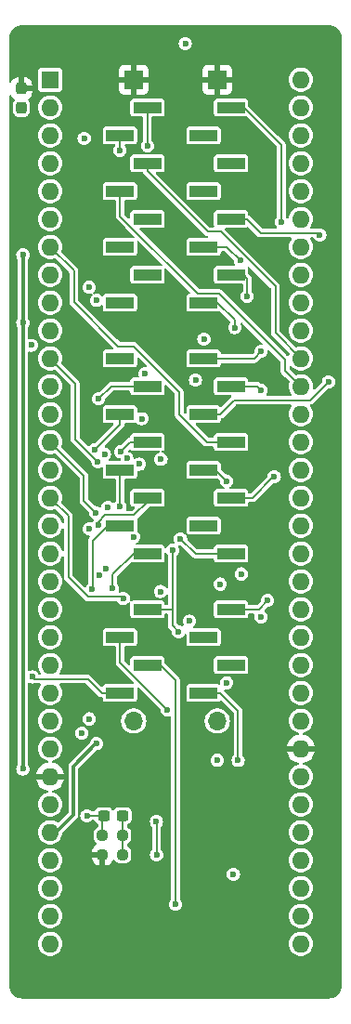
<source format=gbr>
%TF.GenerationSoftware,KiCad,Pcbnew,8.0.8+dfsg-1*%
%TF.CreationDate,2025-05-23T17:59:01+09:00*%
%TF.ProjectId,bionic-tms9900,62696f6e-6963-42d7-946d-73393930302e,1*%
%TF.SameCoordinates,Original*%
%TF.FileFunction,Copper,L4,Bot*%
%TF.FilePolarity,Positive*%
%FSLAX46Y46*%
G04 Gerber Fmt 4.6, Leading zero omitted, Abs format (unit mm)*
G04 Created by KiCad (PCBNEW 8.0.8+dfsg-1) date 2025-05-23 17:59:01*
%MOMM*%
%LPD*%
G01*
G04 APERTURE LIST*
G04 Aperture macros list*
%AMRoundRect*
0 Rectangle with rounded corners*
0 $1 Rounding radius*
0 $2 $3 $4 $5 $6 $7 $8 $9 X,Y pos of 4 corners*
0 Add a 4 corners polygon primitive as box body*
4,1,4,$2,$3,$4,$5,$6,$7,$8,$9,$2,$3,0*
0 Add four circle primitives for the rounded corners*
1,1,$1+$1,$2,$3*
1,1,$1+$1,$4,$5*
1,1,$1+$1,$6,$7*
1,1,$1+$1,$8,$9*
0 Add four rect primitives between the rounded corners*
20,1,$1+$1,$2,$3,$4,$5,0*
20,1,$1+$1,$4,$5,$6,$7,0*
20,1,$1+$1,$6,$7,$8,$9,0*
20,1,$1+$1,$8,$9,$2,$3,0*%
G04 Aperture macros list end*
%TA.AperFunction,ComponentPad*%
%ADD10R,1.600000X1.600000*%
%TD*%
%TA.AperFunction,ComponentPad*%
%ADD11O,1.600000X1.600000*%
%TD*%
%TA.AperFunction,SMDPad,CuDef*%
%ADD12RoundRect,0.237500X0.250000X0.237500X-0.250000X0.237500X-0.250000X-0.237500X0.250000X-0.237500X0*%
%TD*%
%TA.AperFunction,SMDPad,CuDef*%
%ADD13RoundRect,0.237500X0.237500X-0.300000X0.237500X0.300000X-0.237500X0.300000X-0.237500X-0.300000X0*%
%TD*%
%TA.AperFunction,ComponentPad*%
%ADD14R,1.700000X1.700000*%
%TD*%
%TA.AperFunction,SMDPad,CuDef*%
%ADD15R,2.510000X1.000000*%
%TD*%
%TA.AperFunction,ComponentPad*%
%ADD16O,1.700000X1.700000*%
%TD*%
%TA.AperFunction,SMDPad,CuDef*%
%ADD17RoundRect,0.237500X-0.250000X-0.237500X0.250000X-0.237500X0.250000X0.237500X-0.250000X0.237500X0*%
%TD*%
%TA.AperFunction,SMDPad,CuDef*%
%ADD18RoundRect,0.237500X-0.300000X-0.237500X0.300000X-0.237500X0.300000X0.237500X-0.300000X0.237500X0*%
%TD*%
%TA.AperFunction,ViaPad*%
%ADD19C,0.600000*%
%TD*%
%TA.AperFunction,Conductor*%
%ADD20C,0.200000*%
%TD*%
%TA.AperFunction,Conductor*%
%ADD21C,0.300000*%
%TD*%
G04 APERTURE END LIST*
D10*
%TO.P,U1,1,VBB*%
%TO.N,VBB*%
X88900000Y-43180000D03*
D11*
%TO.P,U1,2,VCC*%
%TO.N,VCC*%
X88900000Y-45720000D03*
%TO.P,U1,3,WAIT*%
%TO.N,unconnected-(U1-WAIT-Pad3)*%
X88900000Y-48260000D03*
%TO.P,U1,4,~{LOAD}*%
%TO.N,/Q0*%
X88900000Y-50800000D03*
%TO.P,U1,5,HOLDA*%
%TO.N,unconnected-(U1-HOLDA-Pad5)*%
X88900000Y-53340000D03*
%TO.P,U1,6,~{RESET}*%
%TO.N,/P53*%
X88900000Y-55880000D03*
%TO.P,U1,7,IAQ*%
%TO.N,/P43*%
X88900000Y-58420000D03*
%TO.P,U1,8,\u03A61*%
%TO.N,Net-(Q2B-D2)*%
X88900000Y-60960000D03*
%TO.P,U1,9,\u03A62*%
%TO.N,Net-(Q2A-D1)*%
X88900000Y-63500000D03*
%TO.P,U1,10,A14*%
%TO.N,/A1*%
X88900000Y-66040000D03*
%TO.P,U1,11,A13*%
%TO.N,/A2*%
X88900000Y-68580000D03*
%TO.P,U1,12,A12*%
%TO.N,/A3*%
X88900000Y-71120000D03*
%TO.P,U1,13,A11*%
%TO.N,/A4*%
X88900000Y-73660000D03*
%TO.P,U1,14,A10*%
%TO.N,/A5*%
X88900000Y-76200000D03*
%TO.P,U1,15,A9*%
%TO.N,/A6*%
X88900000Y-78740000D03*
%TO.P,U1,16,A8*%
%TO.N,/A7*%
X88900000Y-81280000D03*
%TO.P,U1,17,A7*%
%TO.N,/B0*%
X88900000Y-83820000D03*
%TO.P,U1,18,A6*%
%TO.N,/B1*%
X88900000Y-86360000D03*
%TO.P,U1,19,A5*%
%TO.N,/B2*%
X88900000Y-88900000D03*
%TO.P,U1,20,A4*%
%TO.N,/B3*%
X88900000Y-91440000D03*
%TO.P,U1,21,A3*%
%TO.N,/B4*%
X88900000Y-93980000D03*
%TO.P,U1,22,A2*%
%TO.N,/B5*%
X88900000Y-96520000D03*
%TO.P,U1,23,A1*%
%TO.N,/B6*%
X88900000Y-99060000D03*
%TO.P,U1,24,A0*%
%TO.N,/B7*%
X88900000Y-101600000D03*
%TO.P,U1,25,\u03A64*%
%TO.N,Net-(Q1B-D2)*%
X88900000Y-104140000D03*
%TO.P,U1,26,VSS*%
%TO.N,GND*%
X88900000Y-106680000D03*
%TO.P,U1,27,VDD*%
%TO.N,VDD*%
X88900000Y-109220000D03*
%TO.P,U1,28,\u03A63*%
%TO.N,Net-(Q1A-D1)*%
X88900000Y-111760000D03*
%TO.P,U1,29,DBIN*%
%TO.N,/P41*%
X88900000Y-114300000D03*
%TO.P,U1,30,CRUOUT*%
%TO.N,/A0*%
X88900000Y-116840000D03*
%TO.P,U1,31,CRUIN*%
%TO.N,/P44*%
X88900000Y-119380000D03*
%TO.P,U1,32,~{INTREQ}*%
%TO.N,/Q1*%
X88900000Y-121920000D03*
%TO.P,U1,33,IC3*%
%TO.N,/Q4*%
X111760000Y-121920000D03*
%TO.P,U1,34,IC2*%
%TO.N,/Q5*%
X111760000Y-119380000D03*
%TO.P,U1,35,IC1*%
%TO.N,/Q6*%
X111760000Y-116840000D03*
%TO.P,U1,36,IC0*%
%TO.N,/Q7*%
X111760000Y-114300000D03*
%TO.P,U1,37,NC*%
%TO.N,unconnected-(U1-NC-Pad37)*%
X111760000Y-111760000D03*
%TO.P,U1,38,NC*%
%TO.N,unconnected-(U1-NC-Pad38)*%
X111760000Y-109220000D03*
%TO.P,U1,39,NC*%
%TO.N,unconnected-(U1-NC-Pad39)*%
X111760000Y-106680000D03*
%TO.P,U1,40,VSS*%
%TO.N,GND*%
X111760000Y-104140000D03*
%TO.P,U1,41,D0*%
%TO.N,/P27*%
X111760000Y-101600000D03*
%TO.P,U1,42,D1*%
%TO.N,/P26*%
X111760000Y-99060000D03*
%TO.P,U1,43,D2*%
%TO.N,/P25*%
X111760000Y-96520000D03*
%TO.P,U1,44,D3*%
%TO.N,/P24*%
X111760000Y-93980000D03*
%TO.P,U1,45,D4*%
%TO.N,/P23*%
X111760000Y-91440000D03*
%TO.P,U1,46,D5*%
%TO.N,/P22*%
X111760000Y-88900000D03*
%TO.P,U1,47,D6*%
%TO.N,/P21*%
X111760000Y-86360000D03*
%TO.P,U1,48,D7*%
%TO.N,/P20*%
X111760000Y-83820000D03*
%TO.P,U1,49,D8*%
%TO.N,/P17*%
X111760000Y-81280000D03*
%TO.P,U1,50,D9*%
%TO.N,/P16*%
X111760000Y-78740000D03*
%TO.P,U1,51,D10*%
%TO.N,/P15*%
X111760000Y-76200000D03*
%TO.P,U1,52,D11*%
%TO.N,/P14*%
X111760000Y-73660000D03*
%TO.P,U1,53,D12*%
%TO.N,/P13*%
X111760000Y-71120000D03*
%TO.P,U1,54,D13*%
%TO.N,/P12*%
X111760000Y-68580000D03*
%TO.P,U1,55,D14*%
%TO.N,/P11*%
X111760000Y-66040000D03*
%TO.P,U1,56,D15*%
%TO.N,/P10*%
X111760000Y-63500000D03*
%TO.P,U1,57,NC*%
%TO.N,unconnected-(U1-NC-Pad57)*%
X111760000Y-60960000D03*
%TO.P,U1,58,NC*%
%TO.N,unconnected-(U1-NC-Pad58)*%
X111760000Y-58420000D03*
%TO.P,U1,59,VCC*%
%TO.N,VCC*%
X111760000Y-55880000D03*
%TO.P,U1,60,CRUCLK*%
%TO.N,/P45*%
X111760000Y-53340000D03*
%TO.P,U1,61,~{WE}*%
%TO.N,/P42*%
X111760000Y-50800000D03*
%TO.P,U1,62,READY*%
%TO.N,/P54*%
X111760000Y-48260000D03*
%TO.P,U1,63,~{MEMEN}*%
%TO.N,/P40*%
X111760000Y-45720000D03*
%TO.P,U1,64,~{HOLD}*%
%TO.N,/Q3*%
X111760000Y-43180000D03*
%TD*%
D12*
%TO.P,R7,1*%
%TO.N,Net-(U8-IN-)*%
X95504000Y-113792000D03*
%TO.P,R7,2*%
%TO.N,GND*%
X93679000Y-113792000D03*
%TD*%
D13*
%TO.P,C2,1*%
%TO.N,VCC*%
X86283800Y-45720000D03*
%TO.P,C2,2*%
%TO.N,GND*%
X86283800Y-43995000D03*
%TD*%
D14*
%TO.P,J1,1,GND*%
%TO.N,GND*%
X96520000Y-43180000D03*
D15*
%TO.P,J1,2,P10*%
%TO.N,/P10*%
X97764600Y-45720000D03*
%TO.P,J1,3,P11*%
%TO.N,/P11*%
X95275400Y-48260000D03*
%TO.P,J1,4,P12*%
%TO.N,/P12*%
X97764600Y-50800000D03*
%TO.P,J1,5,P13*%
%TO.N,/P13*%
X95275400Y-53340000D03*
%TO.P,J1,6,P14*%
%TO.N,/P14*%
X97764600Y-55880000D03*
%TO.P,J1,7,P15*%
%TO.N,/P15*%
X95275400Y-58420000D03*
%TO.P,J1,8,P16*%
%TO.N,/P16*%
X97764600Y-60960000D03*
%TO.P,J1,9,P17*%
%TO.N,/P17*%
X95275400Y-63500000D03*
%TO.P,J1,11,P30*%
%TO.N,/P30*%
X95275400Y-68580000D03*
%TO.P,J1,12,P31*%
%TO.N,/P31*%
X97764600Y-71120000D03*
%TO.P,J1,13,P32*%
%TO.N,/P32*%
X95275400Y-73660000D03*
%TO.P,J1,14,P33*%
%TO.N,/P33*%
X97764600Y-76200000D03*
%TO.P,J1,15,P34*%
%TO.N,/P34*%
X95275400Y-78740000D03*
%TO.P,J1,16,P35*%
%TO.N,/P35*%
X97764600Y-81280000D03*
%TO.P,J1,17,P36*%
%TO.N,/P36*%
X95275400Y-83820000D03*
%TO.P,J1,18,P37*%
%TO.N,/P37*%
X97764600Y-86360000D03*
%TO.P,J1,20,P50*%
%TO.N,/P50*%
X97764600Y-91440000D03*
%TO.P,J1,21,P51*%
%TO.N,/P51*%
X95275400Y-93980000D03*
%TO.P,J1,22,P52*%
%TO.N,/P52*%
X97764600Y-96520000D03*
%TO.P,J1,23,P53*%
%TO.N,/P53*%
X95275400Y-99060000D03*
D16*
%TO.P,J1,24,VCC*%
%TO.N,VCC*%
X96520000Y-101600000D03*
%TD*%
D17*
%TO.P,R6,1*%
%TO.N,VDD*%
X93679000Y-112039400D03*
%TO.P,R6,2*%
%TO.N,Net-(U8-IN-)*%
X95504000Y-112039400D03*
%TD*%
D16*
%TO.P,J2,25,VCC*%
%TO.N,VCC*%
X104140000Y-101600000D03*
D15*
%TO.P,J2,26,P57*%
%TO.N,Net-(J2-P57)*%
X102895400Y-99060000D03*
%TO.P,J2,27,P56*%
%TO.N,unconnected-(J2-P56-Pad27)*%
X105384600Y-96520000D03*
%TO.P,J2,28,P55*%
%TO.N,/P55*%
X102895400Y-93980000D03*
%TO.P,J2,29,P54*%
%TO.N,/P54*%
X105384600Y-91440000D03*
%TO.P,J2,31,P47*%
%TO.N,/P47*%
X105384600Y-86360000D03*
%TO.P,J2,32,P46*%
%TO.N,/P46*%
X102895400Y-83820000D03*
%TO.P,J2,33,P45*%
%TO.N,/P45*%
X105384600Y-81280000D03*
%TO.P,J2,34,P44*%
%TO.N,/P44*%
X102895400Y-78740000D03*
%TO.P,J2,35,P43*%
%TO.N,/P43*%
X105384600Y-76200000D03*
%TO.P,J2,36,P42*%
%TO.N,/P42*%
X102895400Y-73660000D03*
%TO.P,J2,37,P41*%
%TO.N,/P41*%
X105384600Y-71120000D03*
%TO.P,J2,38,P40*%
%TO.N,/P40*%
X102895400Y-68580000D03*
%TO.P,J2,40,P27*%
%TO.N,/P27*%
X102895400Y-63500000D03*
%TO.P,J2,41,P26*%
%TO.N,/P26*%
X105384600Y-60960000D03*
%TO.P,J2,42,P25*%
%TO.N,/P25*%
X102895400Y-58420000D03*
%TO.P,J2,43,P24*%
%TO.N,/P24*%
X105384600Y-55880000D03*
%TO.P,J2,44,P23*%
%TO.N,/P23*%
X102895400Y-53340000D03*
%TO.P,J2,45,P22*%
%TO.N,/P22*%
X105384600Y-50800000D03*
%TO.P,J2,46,P21*%
%TO.N,/P21*%
X102895400Y-48260000D03*
%TO.P,J2,47,P20*%
%TO.N,/P20*%
X105384600Y-45720000D03*
D14*
%TO.P,J2,48,GND*%
%TO.N,GND*%
X104140000Y-43180000D03*
%TD*%
D18*
%TO.P,C10,1*%
%TO.N,VDD*%
X93780900Y-110236000D03*
%TO.P,C10,2*%
%TO.N,Net-(U8-IN-)*%
X95505900Y-110236000D03*
%TD*%
D19*
%TO.N,/P55*%
X103809800Y-93967400D03*
%TO.N,VCC*%
X101219000Y-39878000D03*
X102920800Y-66802000D03*
X98592000Y-110792000D03*
X98602800Y-113792000D03*
X92456000Y-62103000D03*
X97549900Y-69977000D03*
X98958400Y-89814400D03*
X91998800Y-48514000D03*
X105613000Y-115570000D03*
X104139999Y-105206800D03*
X99009200Y-77774800D03*
X92466400Y-101422200D03*
X86283800Y-45718900D03*
%TO.N,GND*%
X100380800Y-65659000D03*
X91440000Y-85217000D03*
X99009200Y-74968200D03*
X86283800Y-43993900D03*
X105090000Y-107338800D03*
X102913900Y-65088600D03*
X98755200Y-85090000D03*
X103886000Y-114427000D03*
X98831400Y-80022800D03*
X103886000Y-115570000D03*
X91948000Y-46736000D03*
X96647000Y-104381400D03*
X101727000Y-122910600D03*
X91948000Y-50292000D03*
X92252800Y-112875400D03*
X86283800Y-40641100D03*
X92456000Y-66802000D03*
X102946200Y-80759400D03*
X97536000Y-112344200D03*
X98958400Y-88088300D03*
%TO.N,VDD*%
X86410800Y-65325000D03*
X86410800Y-105981600D03*
X86410800Y-59135000D03*
X92252800Y-110236000D03*
%TO.N,Net-(U8-IN-)*%
X95504000Y-113792000D03*
%TO.N,/P31*%
X93320200Y-72263000D03*
%TO.N,/P51*%
X99593400Y-100596800D03*
%TO.N,/P15*%
X95275400Y-58420000D03*
%TO.N,/P30*%
X95275400Y-68580000D03*
%TO.N,/P14*%
X97764600Y-55880000D03*
%TO.N,/P52*%
X100330000Y-118313200D03*
%TO.N,/P10*%
X97764600Y-49187200D03*
%TO.N,/P50*%
X100052382Y-86056644D03*
X97248003Y-74066400D03*
X100613735Y-93470135D03*
%TO.N,/P53*%
X87299800Y-97599600D03*
X87172800Y-67373600D03*
%TO.N,/P33*%
X95320200Y-77078362D03*
%TO.N,/P16*%
X97764600Y-60960000D03*
%TO.N,/P32*%
X92956100Y-76892500D03*
%TO.N,/P36*%
X92749315Y-89614786D03*
%TO.N,/P34*%
X95275400Y-82054800D03*
%TO.N,/P17*%
X95275400Y-63500000D03*
%TO.N,/P35*%
X93268800Y-83782000D03*
%TO.N,/P11*%
X95275400Y-49619000D03*
%TO.N,/P37*%
X94569550Y-89547800D03*
%TO.N,/P44*%
X105008800Y-98119000D03*
X105008800Y-79756000D03*
%TO.N,/P47*%
X100786100Y-85001200D03*
%TO.N,/P20*%
X109982000Y-56134000D03*
%TO.N,Net-(J2-P57)*%
X106040001Y-105206800D03*
%TO.N,/P26*%
X106873700Y-62921100D03*
%TO.N,/P41*%
X108134100Y-92146300D03*
X108134100Y-71482400D03*
%TO.N,/P22*%
X105384600Y-50800000D03*
X106322200Y-88214200D03*
%TO.N,/P54*%
X108734100Y-90640000D03*
%TO.N,/P46*%
X102895400Y-83820000D03*
%TO.N,/P25*%
X106227900Y-59645100D03*
%TO.N,/P24*%
X113490700Y-57324300D03*
%TO.N,/P40*%
X108132400Y-67945000D03*
%TO.N,/P42*%
X114274050Y-70713050D03*
%TO.N,/P21*%
X102895400Y-48260000D03*
%TO.N,/P45*%
X109334100Y-79340000D03*
%TO.N,/P23*%
X104408800Y-89141400D03*
X102895400Y-53340000D03*
%TO.N,/P27*%
X105725600Y-65767200D03*
%TO.N,Net-(Q1B-S2)*%
X101586100Y-92519600D03*
X91788598Y-102717600D03*
%TO.N,Net-(Q1A-D1)*%
X93116400Y-103683000D03*
%TO.N,Net-(Q2A-D1)*%
X93133802Y-63296800D03*
%TO.N,/A7*%
X95580200Y-90449400D03*
%TO.N,/A3*%
X95920200Y-77698600D03*
%TO.N,/A0*%
X97029513Y-78210215D03*
%TO.N,/B2*%
X92469200Y-84112200D03*
%TO.N,/A4*%
X96519400Y-84820002D03*
%TO.N,/B3*%
X94183200Y-82140600D03*
%TO.N,/A2*%
X93253000Y-77978000D03*
%TO.N,/B5*%
X93969550Y-87766600D03*
%TO.N,/A5*%
X93069200Y-82644436D03*
%TO.N,/B4*%
X93369550Y-88366600D03*
%TO.N,/Q0*%
X102154400Y-70565600D03*
%TO.N,/B0*%
X93853000Y-77292200D03*
%TD*%
D20*
%TO.N,VDD*%
X92252800Y-110236000D02*
X93780900Y-110236000D01*
%TO.N,/P54*%
X105384600Y-91440000D02*
X107934100Y-91440000D01*
X107934100Y-91440000D02*
X108734100Y-90640000D01*
%TO.N,VCC*%
X98602800Y-110803000D02*
X98592000Y-110792000D01*
X98602800Y-113792000D02*
X98602800Y-110803000D01*
D21*
%TO.N,VDD*%
X86410800Y-105981600D02*
X86410800Y-65325000D01*
D20*
X93679000Y-112039000D02*
X93679000Y-110338000D01*
D21*
X86410800Y-65325000D02*
X86410800Y-59135000D01*
D20*
X93679000Y-110338000D02*
X93780900Y-110236000D01*
X93679000Y-112039400D02*
X93679000Y-112039000D01*
%TO.N,Net-(U8-IN-)*%
X95505900Y-112039400D02*
X95505900Y-110236000D01*
X95504000Y-113792000D02*
X95504000Y-113386000D01*
X95504000Y-113386000D02*
X95505900Y-113384000D01*
X95505900Y-113384000D02*
X95505900Y-112039400D01*
X95504000Y-112039400D02*
X95505900Y-112039400D01*
%TO.N,/P31*%
X93320200Y-72263000D02*
X94463200Y-71120000D01*
X94463200Y-71120000D02*
X97764600Y-71120000D01*
%TO.N,/P51*%
X99580800Y-100596800D02*
X95275400Y-96291400D01*
X99593400Y-100596800D02*
X99580800Y-100596800D01*
X95275400Y-96291400D02*
X95275400Y-93980000D01*
%TO.N,/P12*%
X103251000Y-57023000D02*
X104456700Y-57023000D01*
X109434500Y-66254500D02*
X111760000Y-68580000D01*
X97764600Y-50800000D02*
X97764600Y-51536600D01*
X104456700Y-57023000D02*
X109434500Y-62000800D01*
X97764600Y-51536600D02*
X103251000Y-57023000D01*
X109434500Y-62000800D02*
X109434500Y-66254500D01*
%TO.N,/P52*%
X98933000Y-96520000D02*
X97764600Y-96520000D01*
X100330000Y-118313200D02*
X100330000Y-97917000D01*
X100330000Y-97917000D02*
X98933000Y-96520000D01*
%TO.N,/P10*%
X97764600Y-49187200D02*
X97764600Y-45720000D01*
%TO.N,/P50*%
X97764600Y-91440000D02*
X100039782Y-91440000D01*
X100039782Y-91440000D02*
X100052382Y-91427400D01*
X100052382Y-92908782D02*
X100052382Y-91427400D01*
X100052382Y-86056644D02*
X100052382Y-91427400D01*
X100613735Y-93470135D02*
X100052382Y-92908782D01*
%TO.N,/P53*%
X92329000Y-97790000D02*
X93599000Y-99060000D01*
X87490200Y-97790000D02*
X92329000Y-97790000D01*
X93599000Y-99060000D02*
X95275400Y-99060000D01*
X87299800Y-97599600D02*
X87490200Y-97790000D01*
%TO.N,/P33*%
X96198562Y-76200000D02*
X97764600Y-76200000D01*
X95320200Y-77078362D02*
X96198562Y-76200000D01*
%TO.N,/P32*%
X95275400Y-74573200D02*
X95275400Y-73660000D01*
X92956100Y-76892500D02*
X95275400Y-74573200D01*
%TO.N,/P36*%
X92769550Y-89594551D02*
X92769550Y-85157450D01*
X92749315Y-89614786D02*
X92769550Y-89594551D01*
X94107000Y-83820000D02*
X95275400Y-83820000D01*
X92769550Y-85157450D02*
X94107000Y-83820000D01*
%TO.N,/P13*%
X95275400Y-53340000D02*
X95275400Y-55611000D01*
X110320200Y-69680200D02*
X111760000Y-71120000D01*
X95275400Y-55611000D02*
X102355600Y-62691200D01*
X102355600Y-62691200D02*
X104315300Y-62691200D01*
X104315300Y-62691200D02*
X110320200Y-68696100D01*
X110320200Y-68696100D02*
X110320200Y-69680200D01*
%TO.N,/P34*%
X95275400Y-82054800D02*
X95275400Y-78740000D01*
%TO.N,/P35*%
X96545400Y-82867600D02*
X97764600Y-81648400D01*
X97764600Y-81648400D02*
X97764600Y-81280000D01*
X93872800Y-82867600D02*
X96545400Y-82867600D01*
X93268800Y-83782000D02*
X93268800Y-83471600D01*
X93268800Y-83471600D02*
X93872800Y-82867600D01*
%TO.N,/P11*%
X95275400Y-49619000D02*
X95275400Y-48260000D01*
%TO.N,/P37*%
X94569550Y-88272450D02*
X96482000Y-86360000D01*
X96482000Y-86360000D02*
X97764600Y-86360000D01*
X94569550Y-89547800D02*
X94569550Y-88272450D01*
%TO.N,/P44*%
X105008800Y-79756000D02*
X103992800Y-78740000D01*
X103992800Y-78740000D02*
X102895400Y-78740000D01*
%TO.N,/P47*%
X100786100Y-85001200D02*
X102157700Y-86372800D01*
X105371800Y-86372800D02*
X105384600Y-86360000D01*
X102157700Y-86372800D02*
X105371800Y-86372800D01*
%TO.N,/P20*%
X109982000Y-56134000D02*
X109982000Y-49149000D01*
X109982000Y-49149000D02*
X106553000Y-45720000D01*
X106553000Y-45720000D02*
X105384600Y-45720000D01*
%TO.N,Net-(J2-P57)*%
X104419400Y-99060000D02*
X106040001Y-100680601D01*
X102895400Y-99060000D02*
X104419400Y-99060000D01*
X106040001Y-100680601D02*
X106040001Y-105206800D01*
%TO.N,/P26*%
X106553000Y-60960000D02*
X106873700Y-61280700D01*
X105384600Y-60960000D02*
X106553000Y-60960000D01*
X106873700Y-61280700D02*
X106873700Y-62921100D01*
%TO.N,/P41*%
X107771700Y-71120000D02*
X108134100Y-71482400D01*
X105384600Y-71120000D02*
X107771700Y-71120000D01*
%TO.N,/P43*%
X91059000Y-63449200D02*
X91059000Y-60579000D01*
X91059000Y-60579000D02*
X88900000Y-58420000D01*
X96512800Y-67462400D02*
X95072200Y-67462400D01*
X100673600Y-73666500D02*
X100673600Y-71623200D01*
X100673600Y-71623200D02*
X96512800Y-67462400D01*
X103207100Y-76200000D02*
X100673600Y-73666500D01*
X105384600Y-76200000D02*
X103207100Y-76200000D01*
X95072200Y-67462400D02*
X91059000Y-63449200D01*
%TO.N,/P25*%
X106227900Y-59645100D02*
X105002800Y-58420000D01*
X105002800Y-58420000D02*
X102895400Y-58420000D01*
%TO.N,/P24*%
X106807000Y-55880000D02*
X105384600Y-55880000D01*
X108077000Y-57150000D02*
X106807000Y-55880000D01*
X113490700Y-57324300D02*
X113316400Y-57150000D01*
X113316400Y-57150000D02*
X108077000Y-57150000D01*
%TO.N,/P40*%
X102897800Y-68582400D02*
X102895400Y-68580000D01*
X108132400Y-67945000D02*
X107495000Y-68582400D01*
X107495000Y-68582400D02*
X102897800Y-68582400D01*
%TO.N,/P42*%
X112597100Y-72390000D02*
X105664000Y-72390000D01*
X104394000Y-73660000D02*
X102895400Y-73660000D01*
X105664000Y-72390000D02*
X104394000Y-73660000D01*
X114274050Y-70713050D02*
X112597100Y-72390000D01*
%TO.N,/P45*%
X109334100Y-79340000D02*
X109255000Y-79340000D01*
X107315000Y-81280000D02*
X105384600Y-81280000D01*
X109255000Y-79340000D02*
X107315000Y-81280000D01*
%TO.N,/P27*%
X104152700Y-63500000D02*
X105725600Y-65072900D01*
X102895400Y-63500000D02*
X104152700Y-63500000D01*
X105725600Y-65072900D02*
X105725600Y-65767200D01*
D21*
%TO.N,Net-(Q1A-D1)*%
X93065600Y-103682800D02*
X91008200Y-105740200D01*
X93116400Y-103632000D02*
X93116400Y-103632000D01*
X91008200Y-110159800D02*
X89408000Y-111760000D01*
X93116400Y-103682800D02*
X93065600Y-103682800D01*
X89408000Y-111760000D02*
X88900000Y-111760000D01*
X93116400Y-103632000D02*
X93116400Y-103682800D01*
X91008200Y-105740200D02*
X91008200Y-110159800D01*
D20*
%TO.N,Net-(Q1B-D2)*%
X88878400Y-104118000D02*
X88900000Y-104140000D01*
%TO.N,/A7*%
X95580200Y-90449400D02*
X95427800Y-90297000D01*
X90551000Y-82931000D02*
X88900000Y-81280000D01*
X92329000Y-90297000D02*
X90551000Y-88519000D01*
X90551000Y-88519000D02*
X90551000Y-82931000D01*
X95427800Y-90297000D02*
X92329000Y-90297000D01*
%TO.N,/A2*%
X93193071Y-77978000D02*
X91186000Y-75970929D01*
X91186000Y-70866000D02*
X88900000Y-68580000D01*
X91186000Y-75970929D02*
X91186000Y-70866000D01*
X93253000Y-77978000D02*
X93193071Y-77978000D01*
%TO.N,/A5*%
X91973400Y-81548636D02*
X91973400Y-79273400D01*
X91973400Y-79273400D02*
X88900000Y-76200000D01*
X93069200Y-82644436D02*
X91973400Y-81548636D01*
%TD*%
%TA.AperFunction,Conductor*%
%TO.N,GND*%
G36*
X99499192Y-86297456D02*
G01*
X99510563Y-86317761D01*
X99527846Y-86359485D01*
X99563790Y-86406328D01*
X99628050Y-86490075D01*
X99626665Y-86491137D01*
X99650661Y-86538213D01*
X99651882Y-86553715D01*
X99651882Y-89440089D01*
X99632975Y-89498280D01*
X99583475Y-89534244D01*
X99522289Y-89534244D01*
X99474340Y-89500356D01*
X99386686Y-89386123D01*
X99386685Y-89386122D01*
X99386682Y-89386118D01*
X99386677Y-89386114D01*
X99386676Y-89386113D01*
X99290019Y-89311946D01*
X99261241Y-89289864D01*
X99261240Y-89289863D01*
X99261238Y-89289862D01*
X99115166Y-89229357D01*
X99115158Y-89229355D01*
X98958401Y-89208718D01*
X98958399Y-89208718D01*
X98801641Y-89229355D01*
X98801633Y-89229357D01*
X98655561Y-89289862D01*
X98655560Y-89289862D01*
X98530123Y-89386113D01*
X98530113Y-89386123D01*
X98433862Y-89511560D01*
X98433862Y-89511561D01*
X98373357Y-89657633D01*
X98373355Y-89657641D01*
X98352718Y-89814399D01*
X98352718Y-89814400D01*
X98373355Y-89971158D01*
X98373357Y-89971166D01*
X98433862Y-90117238D01*
X98433862Y-90117239D01*
X98506362Y-90211723D01*
X98530118Y-90242682D01*
X98655559Y-90338936D01*
X98655560Y-90338936D01*
X98655561Y-90338937D01*
X98801633Y-90399442D01*
X98801638Y-90399444D01*
X98919209Y-90414922D01*
X98958399Y-90420082D01*
X98958400Y-90420082D01*
X98958401Y-90420082D01*
X98989752Y-90415954D01*
X99115162Y-90399444D01*
X99261241Y-90338936D01*
X99386682Y-90242682D01*
X99474340Y-90128442D01*
X99524764Y-90093787D01*
X99585928Y-90095388D01*
X99634470Y-90132635D01*
X99651882Y-90188710D01*
X99651882Y-90940500D01*
X99632975Y-90998691D01*
X99583475Y-91034655D01*
X99552882Y-91039500D01*
X99419099Y-91039500D01*
X99360908Y-91020593D01*
X99324944Y-90971093D01*
X99320099Y-90940500D01*
X99320099Y-90895139D01*
X99320099Y-90895136D01*
X99317185Y-90870009D01*
X99271806Y-90767235D01*
X99192365Y-90687794D01*
X99089591Y-90642415D01*
X99089590Y-90642414D01*
X99089588Y-90642414D01*
X99064468Y-90639500D01*
X96464739Y-90639500D01*
X96464736Y-90639501D01*
X96439609Y-90642414D01*
X96336833Y-90687795D01*
X96336832Y-90687795D01*
X96333072Y-90691556D01*
X96278554Y-90719331D01*
X96218123Y-90709756D01*
X96174860Y-90666490D01*
X96164919Y-90608627D01*
X96185882Y-90449400D01*
X96185882Y-90449399D01*
X96171339Y-90338936D01*
X96165244Y-90292638D01*
X96144552Y-90242682D01*
X96104737Y-90146561D01*
X96104737Y-90146560D01*
X96008486Y-90021123D01*
X96008485Y-90021122D01*
X96008482Y-90021118D01*
X96008477Y-90021114D01*
X96008476Y-90021113D01*
X95883038Y-89924862D01*
X95736966Y-89864357D01*
X95736958Y-89864355D01*
X95580201Y-89843718D01*
X95580199Y-89843718D01*
X95423441Y-89864355D01*
X95423436Y-89864356D01*
X95391481Y-89877593D01*
X95364028Y-89888964D01*
X95326144Y-89896500D01*
X95223255Y-89896500D01*
X95165064Y-89877593D01*
X95129100Y-89828093D01*
X95129100Y-89766907D01*
X95131791Y-89759615D01*
X95154592Y-89704567D01*
X95154592Y-89704566D01*
X95154594Y-89704562D01*
X95175232Y-89547800D01*
X95154594Y-89391038D01*
X95152554Y-89386113D01*
X95094087Y-89244961D01*
X95094087Y-89244960D01*
X94993882Y-89114370D01*
X94995263Y-89113309D01*
X94971269Y-89066216D01*
X94970050Y-89050729D01*
X94970050Y-88479349D01*
X94988957Y-88421158D01*
X94999040Y-88409351D01*
X96260684Y-87147706D01*
X96315199Y-87119931D01*
X96370672Y-87127146D01*
X96439609Y-87157585D01*
X96464735Y-87160500D01*
X99064464Y-87160499D01*
X99089591Y-87157585D01*
X99192365Y-87112206D01*
X99271806Y-87032765D01*
X99317185Y-86929991D01*
X99320100Y-86904865D01*
X99320099Y-86355645D01*
X99339006Y-86297456D01*
X99388506Y-86261492D01*
X99449692Y-86261492D01*
X99499192Y-86297456D01*
G37*
%TD.AperFunction*%
%TA.AperFunction,Conductor*%
G36*
X114304309Y-38200877D02*
G01*
X114494457Y-38217512D01*
X114511437Y-38220505D01*
X114691635Y-38268789D01*
X114707839Y-38274687D01*
X114876902Y-38353523D01*
X114891842Y-38362149D01*
X115044641Y-38469140D01*
X115057861Y-38480232D01*
X115189767Y-38612138D01*
X115200859Y-38625358D01*
X115307850Y-38778157D01*
X115316478Y-38793101D01*
X115395308Y-38962151D01*
X115401211Y-38978368D01*
X115449492Y-39158555D01*
X115452488Y-39175550D01*
X115469123Y-39365690D01*
X115469500Y-39374318D01*
X115469500Y-125725681D01*
X115469123Y-125734309D01*
X115452488Y-125924449D01*
X115449492Y-125941444D01*
X115401211Y-126121631D01*
X115395308Y-126137848D01*
X115316478Y-126306898D01*
X115307850Y-126321842D01*
X115200859Y-126474641D01*
X115189767Y-126487861D01*
X115057861Y-126619767D01*
X115044641Y-126630859D01*
X114891842Y-126737850D01*
X114876898Y-126746478D01*
X114707848Y-126825308D01*
X114691631Y-126831211D01*
X114511444Y-126879492D01*
X114494449Y-126882488D01*
X114304309Y-126899123D01*
X114295681Y-126899500D01*
X86364319Y-126899500D01*
X86355691Y-126899123D01*
X86165550Y-126882488D01*
X86148555Y-126879492D01*
X85968368Y-126831211D01*
X85952154Y-126825309D01*
X85783100Y-126746477D01*
X85768157Y-126737850D01*
X85615358Y-126630859D01*
X85602138Y-126619767D01*
X85470232Y-126487861D01*
X85459140Y-126474641D01*
X85352149Y-126321842D01*
X85343523Y-126306902D01*
X85264687Y-126137839D01*
X85258788Y-126121631D01*
X85239843Y-126050926D01*
X85210505Y-125941437D01*
X85207512Y-125924457D01*
X85190877Y-125734309D01*
X85190500Y-125725681D01*
X85190500Y-121920000D01*
X87794785Y-121920000D01*
X87813603Y-122123083D01*
X87869418Y-122319250D01*
X87960327Y-122501821D01*
X88083236Y-122664579D01*
X88233959Y-122801981D01*
X88407363Y-122909348D01*
X88597544Y-122983024D01*
X88798024Y-123020500D01*
X89001976Y-123020500D01*
X89202456Y-122983024D01*
X89392637Y-122909348D01*
X89566041Y-122801981D01*
X89716764Y-122664579D01*
X89839673Y-122501821D01*
X89930582Y-122319250D01*
X89986397Y-122123083D01*
X90005215Y-121920000D01*
X110654785Y-121920000D01*
X110673603Y-122123083D01*
X110729418Y-122319250D01*
X110820327Y-122501821D01*
X110943236Y-122664579D01*
X111093959Y-122801981D01*
X111267363Y-122909348D01*
X111457544Y-122983024D01*
X111658024Y-123020500D01*
X111861976Y-123020500D01*
X112062456Y-122983024D01*
X112252637Y-122909348D01*
X112426041Y-122801981D01*
X112576764Y-122664579D01*
X112699673Y-122501821D01*
X112790582Y-122319250D01*
X112846397Y-122123083D01*
X112865215Y-121920000D01*
X112846397Y-121716917D01*
X112790582Y-121520750D01*
X112699673Y-121338179D01*
X112576764Y-121175421D01*
X112426041Y-121038019D01*
X112252637Y-120930652D01*
X112062456Y-120856976D01*
X112062455Y-120856975D01*
X112062453Y-120856975D01*
X111861976Y-120819500D01*
X111658024Y-120819500D01*
X111457546Y-120856975D01*
X111387632Y-120884059D01*
X111267363Y-120930652D01*
X111093959Y-121038019D01*
X110943237Y-121175420D01*
X110820328Y-121338177D01*
X110820323Y-121338186D01*
X110729419Y-121520747D01*
X110729418Y-121520750D01*
X110673603Y-121716917D01*
X110654785Y-121920000D01*
X90005215Y-121920000D01*
X89986397Y-121716917D01*
X89930582Y-121520750D01*
X89839673Y-121338179D01*
X89716764Y-121175421D01*
X89566041Y-121038019D01*
X89392637Y-120930652D01*
X89202456Y-120856976D01*
X89202455Y-120856975D01*
X89202453Y-120856975D01*
X89001976Y-120819500D01*
X88798024Y-120819500D01*
X88597546Y-120856975D01*
X88527632Y-120884059D01*
X88407363Y-120930652D01*
X88233959Y-121038019D01*
X88083237Y-121175420D01*
X87960328Y-121338177D01*
X87960323Y-121338186D01*
X87869419Y-121520747D01*
X87869418Y-121520750D01*
X87813603Y-121716917D01*
X87794785Y-121920000D01*
X85190500Y-121920000D01*
X85190500Y-119380000D01*
X87794785Y-119380000D01*
X87813603Y-119583083D01*
X87869418Y-119779250D01*
X87960327Y-119961821D01*
X88083236Y-120124579D01*
X88233959Y-120261981D01*
X88407363Y-120369348D01*
X88597544Y-120443024D01*
X88798024Y-120480500D01*
X89001976Y-120480500D01*
X89202456Y-120443024D01*
X89392637Y-120369348D01*
X89566041Y-120261981D01*
X89716764Y-120124579D01*
X89839673Y-119961821D01*
X89930582Y-119779250D01*
X89986397Y-119583083D01*
X90005215Y-119380000D01*
X110654785Y-119380000D01*
X110673603Y-119583083D01*
X110729418Y-119779250D01*
X110820327Y-119961821D01*
X110943236Y-120124579D01*
X111093959Y-120261981D01*
X111267363Y-120369348D01*
X111457544Y-120443024D01*
X111658024Y-120480500D01*
X111861976Y-120480500D01*
X112062456Y-120443024D01*
X112252637Y-120369348D01*
X112426041Y-120261981D01*
X112576764Y-120124579D01*
X112699673Y-119961821D01*
X112790582Y-119779250D01*
X112846397Y-119583083D01*
X112865215Y-119380000D01*
X112846397Y-119176917D01*
X112790582Y-118980750D01*
X112699673Y-118798179D01*
X112576764Y-118635421D01*
X112426041Y-118498019D01*
X112252637Y-118390652D01*
X112062456Y-118316976D01*
X112062455Y-118316975D01*
X112062453Y-118316975D01*
X111861976Y-118279500D01*
X111658024Y-118279500D01*
X111457546Y-118316975D01*
X111387632Y-118344059D01*
X111267363Y-118390652D01*
X111093959Y-118498019D01*
X110943237Y-118635420D01*
X110820328Y-118798177D01*
X110820323Y-118798186D01*
X110760224Y-118918882D01*
X110729418Y-118980750D01*
X110673603Y-119176917D01*
X110654785Y-119380000D01*
X90005215Y-119380000D01*
X89986397Y-119176917D01*
X89930582Y-118980750D01*
X89839673Y-118798179D01*
X89716764Y-118635421D01*
X89566041Y-118498019D01*
X89392637Y-118390652D01*
X89202456Y-118316976D01*
X89202455Y-118316975D01*
X89202453Y-118316975D01*
X89001976Y-118279500D01*
X88798024Y-118279500D01*
X88597546Y-118316975D01*
X88527632Y-118344059D01*
X88407363Y-118390652D01*
X88233959Y-118498019D01*
X88083237Y-118635420D01*
X87960328Y-118798177D01*
X87960323Y-118798186D01*
X87900224Y-118918882D01*
X87869418Y-118980750D01*
X87813603Y-119176917D01*
X87794785Y-119380000D01*
X85190500Y-119380000D01*
X85190500Y-116840000D01*
X87794785Y-116840000D01*
X87813603Y-117043083D01*
X87869418Y-117239250D01*
X87960327Y-117421821D01*
X88083236Y-117584579D01*
X88233959Y-117721981D01*
X88407363Y-117829348D01*
X88597544Y-117903024D01*
X88798024Y-117940500D01*
X89001976Y-117940500D01*
X89202456Y-117903024D01*
X89392637Y-117829348D01*
X89566041Y-117721981D01*
X89716764Y-117584579D01*
X89839673Y-117421821D01*
X89930582Y-117239250D01*
X89986397Y-117043083D01*
X90005215Y-116840000D01*
X89986397Y-116636917D01*
X89930582Y-116440750D01*
X89839673Y-116258179D01*
X89716764Y-116095421D01*
X89566041Y-115958019D01*
X89392637Y-115850652D01*
X89202456Y-115776976D01*
X89202455Y-115776975D01*
X89202453Y-115776975D01*
X89001976Y-115739500D01*
X88798024Y-115739500D01*
X88597546Y-115776975D01*
X88527632Y-115804059D01*
X88407363Y-115850652D01*
X88233959Y-115958019D01*
X88083237Y-116095420D01*
X87960328Y-116258177D01*
X87960323Y-116258186D01*
X87869419Y-116440747D01*
X87869418Y-116440750D01*
X87813603Y-116636917D01*
X87794785Y-116840000D01*
X85190500Y-116840000D01*
X85190500Y-114300000D01*
X87794785Y-114300000D01*
X87813603Y-114503083D01*
X87869418Y-114699250D01*
X87960327Y-114881821D01*
X88083236Y-115044579D01*
X88233959Y-115181981D01*
X88407363Y-115289348D01*
X88597544Y-115363024D01*
X88798024Y-115400500D01*
X89001976Y-115400500D01*
X89202456Y-115363024D01*
X89392637Y-115289348D01*
X89566041Y-115181981D01*
X89716764Y-115044579D01*
X89839673Y-114881821D01*
X89930582Y-114699250D01*
X89986397Y-114503083D01*
X90005215Y-114300000D01*
X89986397Y-114096917D01*
X89970772Y-114042001D01*
X92691501Y-114042001D01*
X92691501Y-114078654D01*
X92701817Y-114179642D01*
X92701820Y-114179654D01*
X92756048Y-114343306D01*
X92846553Y-114490035D01*
X92968464Y-114611946D01*
X93115193Y-114702451D01*
X93278851Y-114756681D01*
X93379845Y-114766999D01*
X93429000Y-114766998D01*
X93429000Y-114042001D01*
X93428999Y-114042000D01*
X92691502Y-114042000D01*
X92691501Y-114042001D01*
X89970772Y-114042001D01*
X89930582Y-113900750D01*
X89839673Y-113718179D01*
X89716764Y-113555421D01*
X89566041Y-113418019D01*
X89392637Y-113310652D01*
X89202456Y-113236976D01*
X89202455Y-113236975D01*
X89202453Y-113236975D01*
X89001976Y-113199500D01*
X88798024Y-113199500D01*
X88597546Y-113236975D01*
X88587949Y-113240693D01*
X88407363Y-113310652D01*
X88256034Y-113404351D01*
X88233959Y-113418019D01*
X88083237Y-113555420D01*
X87960328Y-113718177D01*
X87960323Y-113718186D01*
X87869419Y-113900747D01*
X87869418Y-113900750D01*
X87813603Y-114096917D01*
X87794785Y-114300000D01*
X85190500Y-114300000D01*
X85190500Y-111760000D01*
X87794785Y-111760000D01*
X87813603Y-111963083D01*
X87869418Y-112159250D01*
X87960327Y-112341821D01*
X88083236Y-112504579D01*
X88233959Y-112641981D01*
X88407363Y-112749348D01*
X88597544Y-112823024D01*
X88798024Y-112860500D01*
X89001976Y-112860500D01*
X89202456Y-112823024D01*
X89392637Y-112749348D01*
X89566041Y-112641981D01*
X89716764Y-112504579D01*
X89839673Y-112341821D01*
X89930582Y-112159250D01*
X89986397Y-111963083D01*
X89997843Y-111839552D01*
X90022038Y-111783357D01*
X90026400Y-111778701D01*
X91368690Y-110436413D01*
X91427999Y-110333686D01*
X91428001Y-110333680D01*
X91431532Y-110320502D01*
X91431532Y-110320500D01*
X91454735Y-110233904D01*
X91467634Y-110214041D01*
X91634679Y-110214041D01*
X91642785Y-110224051D01*
X91648514Y-110246608D01*
X91667755Y-110392758D01*
X91667757Y-110392766D01*
X91728262Y-110538838D01*
X91728262Y-110538839D01*
X91824513Y-110664276D01*
X91824518Y-110664282D01*
X91949959Y-110760536D01*
X91949960Y-110760536D01*
X91949961Y-110760537D01*
X92096033Y-110821042D01*
X92096038Y-110821044D01*
X92213609Y-110836522D01*
X92252799Y-110841682D01*
X92252800Y-110841682D01*
X92252801Y-110841682D01*
X92284152Y-110837554D01*
X92409562Y-110821044D01*
X92555641Y-110760536D01*
X92681082Y-110664282D01*
X92681081Y-110664282D01*
X92686230Y-110660332D01*
X92687290Y-110661713D01*
X92734384Y-110637719D01*
X92749871Y-110636500D01*
X92899479Y-110636500D01*
X92957670Y-110655407D01*
X92991575Y-110699180D01*
X93007538Y-110739658D01*
X93096900Y-110857500D01*
X93214742Y-110946862D01*
X93215815Y-110947285D01*
X93216501Y-110947851D01*
X93220645Y-110950181D01*
X93220226Y-110950924D01*
X93263014Y-110986220D01*
X93278500Y-111039384D01*
X93278500Y-111215549D01*
X93259593Y-111273740D01*
X93215819Y-111307646D01*
X93162842Y-111328537D01*
X93045000Y-111417900D01*
X93044997Y-111417903D01*
X92955638Y-111535741D01*
X92901383Y-111673320D01*
X92891000Y-111759779D01*
X92891000Y-112319020D01*
X92901383Y-112405479D01*
X92940464Y-112504579D01*
X92955638Y-112543058D01*
X93045000Y-112660900D01*
X93045003Y-112660902D01*
X93121821Y-112719155D01*
X93156764Y-112769382D01*
X93155510Y-112830554D01*
X93118540Y-112879307D01*
X93113976Y-112882299D01*
X92968462Y-112972055D01*
X92846553Y-113093964D01*
X92756048Y-113240693D01*
X92701818Y-113404351D01*
X92691500Y-113505344D01*
X92691500Y-113541999D01*
X92691501Y-113542000D01*
X93580000Y-113542000D01*
X93638191Y-113560907D01*
X93674155Y-113610407D01*
X93679000Y-113641000D01*
X93679000Y-113791999D01*
X93679001Y-113792000D01*
X93830000Y-113792000D01*
X93888191Y-113810907D01*
X93924155Y-113860407D01*
X93929000Y-113891000D01*
X93929000Y-114766998D01*
X93929001Y-114766999D01*
X93978154Y-114766999D01*
X94079142Y-114756682D01*
X94079154Y-114756679D01*
X94242806Y-114702451D01*
X94389535Y-114611946D01*
X94511446Y-114490035D01*
X94601951Y-114343306D01*
X94608096Y-114324761D01*
X94644345Y-114275469D01*
X94702644Y-114256899D01*
X94760725Y-114276142D01*
X94780956Y-114296078D01*
X94796470Y-114316536D01*
X94870000Y-114413500D01*
X94987842Y-114502862D01*
X95125423Y-114557117D01*
X95211882Y-114567500D01*
X95211884Y-114567500D01*
X95796116Y-114567500D01*
X95796118Y-114567500D01*
X95882577Y-114557117D01*
X96020158Y-114502862D01*
X96138000Y-114413500D01*
X96227362Y-114295658D01*
X96281617Y-114158077D01*
X96292000Y-114071618D01*
X96292000Y-113512382D01*
X96281617Y-113425923D01*
X96227362Y-113288342D01*
X96138000Y-113170500D01*
X96020158Y-113081138D01*
X96020157Y-113081137D01*
X95969080Y-113060995D01*
X95921883Y-113022058D01*
X95906400Y-112968898D01*
X95906400Y-112862501D01*
X95925307Y-112804310D01*
X95969080Y-112770404D01*
X96020158Y-112750262D01*
X96138000Y-112660900D01*
X96227362Y-112543058D01*
X96281617Y-112405477D01*
X96292000Y-112319018D01*
X96292000Y-111759782D01*
X96281617Y-111673323D01*
X96227362Y-111535742D01*
X96138000Y-111417900D01*
X96020158Y-111328538D01*
X96020157Y-111328537D01*
X95969080Y-111308395D01*
X95921883Y-111269458D01*
X95906400Y-111216298D01*
X95906400Y-111079567D01*
X95925307Y-111021376D01*
X95969077Y-110987472D01*
X96072058Y-110946862D01*
X96189900Y-110857500D01*
X96239571Y-110791999D01*
X97986318Y-110791999D01*
X97986318Y-110792000D01*
X98006955Y-110948758D01*
X98006957Y-110948766D01*
X98067462Y-111094838D01*
X98067462Y-111094839D01*
X98163715Y-111220280D01*
X98168304Y-111224868D01*
X98167410Y-111225761D01*
X98198221Y-111270584D01*
X98202300Y-111298708D01*
X98202300Y-113294929D01*
X98183393Y-113353120D01*
X98176076Y-113361687D01*
X98078262Y-113489160D01*
X98078262Y-113489161D01*
X98017757Y-113635233D01*
X98017755Y-113635241D01*
X97997118Y-113791999D01*
X97997118Y-113792000D01*
X98017755Y-113948758D01*
X98017757Y-113948766D01*
X98078262Y-114094838D01*
X98078262Y-114094839D01*
X98143343Y-114179654D01*
X98174518Y-114220282D01*
X98299959Y-114316536D01*
X98299960Y-114316536D01*
X98299961Y-114316537D01*
X98364587Y-114343306D01*
X98446038Y-114377044D01*
X98563609Y-114392522D01*
X98602799Y-114397682D01*
X98602800Y-114397682D01*
X98602801Y-114397682D01*
X98634152Y-114393554D01*
X98759562Y-114377044D01*
X98905641Y-114316536D01*
X99031082Y-114220282D01*
X99127336Y-114094841D01*
X99187844Y-113948762D01*
X99208482Y-113792000D01*
X99187844Y-113635238D01*
X99154782Y-113555420D01*
X99127337Y-113489161D01*
X99127337Y-113489160D01*
X99027132Y-113358570D01*
X99028513Y-113357509D01*
X99004519Y-113310416D01*
X99003300Y-113294929D01*
X99003300Y-111276018D01*
X99022207Y-111217827D01*
X99023730Y-111215788D01*
X99116536Y-111094841D01*
X99177044Y-110948762D01*
X99197682Y-110792000D01*
X99194871Y-110770652D01*
X99185172Y-110696975D01*
X99177044Y-110635238D01*
X99116537Y-110489161D01*
X99116537Y-110489160D01*
X99020286Y-110363723D01*
X99020285Y-110363722D01*
X99020282Y-110363718D01*
X99020277Y-110363714D01*
X99020276Y-110363713D01*
X98894838Y-110267462D01*
X98748766Y-110206957D01*
X98748758Y-110206955D01*
X98592001Y-110186318D01*
X98591999Y-110186318D01*
X98435241Y-110206955D01*
X98435233Y-110206957D01*
X98289161Y-110267462D01*
X98289160Y-110267462D01*
X98163723Y-110363713D01*
X98163713Y-110363723D01*
X98067462Y-110489160D01*
X98067462Y-110489161D01*
X98006957Y-110635233D01*
X98006955Y-110635241D01*
X97986318Y-110791999D01*
X96239571Y-110791999D01*
X96279262Y-110739658D01*
X96333517Y-110602077D01*
X96343900Y-110515618D01*
X96343900Y-109956382D01*
X96333517Y-109869923D01*
X96279262Y-109732342D01*
X96189900Y-109614500D01*
X96072058Y-109525138D01*
X95934479Y-109470883D01*
X95848020Y-109460500D01*
X95848018Y-109460500D01*
X95163782Y-109460500D01*
X95163779Y-109460500D01*
X95077320Y-109470883D01*
X94939741Y-109525138D01*
X94821903Y-109614497D01*
X94821897Y-109614503D01*
X94732538Y-109732341D01*
X94729696Y-109737397D01*
X94684697Y-109778854D01*
X94623924Y-109785944D01*
X94570590Y-109755959D01*
X94557104Y-109737397D01*
X94554261Y-109732341D01*
X94492545Y-109650956D01*
X94464900Y-109614500D01*
X94347058Y-109525138D01*
X94209479Y-109470883D01*
X94123020Y-109460500D01*
X94123018Y-109460500D01*
X93438782Y-109460500D01*
X93438779Y-109460500D01*
X93352320Y-109470883D01*
X93214741Y-109525138D01*
X93096903Y-109614497D01*
X93096897Y-109614503D01*
X93007539Y-109732340D01*
X93007538Y-109732341D01*
X93007538Y-109732342D01*
X92991575Y-109772819D01*
X92952640Y-109820016D01*
X92899479Y-109835500D01*
X92749871Y-109835500D01*
X92691680Y-109816593D01*
X92683112Y-109809276D01*
X92673396Y-109801821D01*
X92555641Y-109711464D01*
X92555640Y-109711463D01*
X92555638Y-109711462D01*
X92409566Y-109650957D01*
X92409558Y-109650955D01*
X92252801Y-109630318D01*
X92252799Y-109630318D01*
X92096041Y-109650955D01*
X92096033Y-109650957D01*
X91949961Y-109711462D01*
X91949960Y-109711462D01*
X91824523Y-109807713D01*
X91824513Y-109807723D01*
X91728262Y-109933160D01*
X91728262Y-109933161D01*
X91667757Y-110079233D01*
X91667755Y-110079241D01*
X91655853Y-110169650D01*
X91634679Y-110214041D01*
X91467634Y-110214041D01*
X91472850Y-110206010D01*
X91470697Y-110203967D01*
X91458700Y-110156728D01*
X91458700Y-105967810D01*
X91477607Y-105909619D01*
X91487690Y-105897812D01*
X93070090Y-104315411D01*
X93124605Y-104287636D01*
X93127161Y-104287265D01*
X93273162Y-104268044D01*
X93419241Y-104207536D01*
X93544682Y-104111282D01*
X93640936Y-103985841D01*
X93701444Y-103839762D01*
X93722082Y-103683000D01*
X93701444Y-103526238D01*
X93640937Y-103380161D01*
X93640937Y-103380160D01*
X93544686Y-103254723D01*
X93544685Y-103254722D01*
X93544682Y-103254718D01*
X93544677Y-103254714D01*
X93544676Y-103254713D01*
X93419238Y-103158462D01*
X93273166Y-103097957D01*
X93273158Y-103097955D01*
X93116401Y-103077318D01*
X93116399Y-103077318D01*
X92959641Y-103097955D01*
X92959633Y-103097957D01*
X92813561Y-103158462D01*
X92813560Y-103158462D01*
X92688123Y-103254713D01*
X92688113Y-103254723D01*
X92591862Y-103380160D01*
X92591862Y-103380161D01*
X92531356Y-103526237D01*
X92531354Y-103526243D01*
X92527598Y-103554767D01*
X92501255Y-103609991D01*
X92499450Y-103611845D01*
X90647708Y-105463589D01*
X90647707Y-105463590D01*
X90588400Y-105566312D01*
X90588400Y-105566313D01*
X90588401Y-105566314D01*
X90557850Y-105680334D01*
X90557700Y-105680892D01*
X90557700Y-109932188D01*
X90538793Y-109990379D01*
X90528704Y-110002192D01*
X89675119Y-110855776D01*
X89620602Y-110883553D01*
X89560170Y-110873982D01*
X89553013Y-110869952D01*
X89392637Y-110770652D01*
X89202456Y-110696976D01*
X89202455Y-110696975D01*
X89202453Y-110696975D01*
X89001976Y-110659500D01*
X88798024Y-110659500D01*
X88597546Y-110696975D01*
X88548339Y-110716038D01*
X88407363Y-110770652D01*
X88267095Y-110857502D01*
X88233959Y-110878019D01*
X88083237Y-111015420D01*
X87960328Y-111178177D01*
X87960323Y-111178186D01*
X87885457Y-111328539D01*
X87869418Y-111360750D01*
X87813603Y-111556917D01*
X87794785Y-111760000D01*
X85190500Y-111760000D01*
X85190500Y-59134999D01*
X85805118Y-59134999D01*
X85805118Y-59135000D01*
X85825755Y-59291758D01*
X85825757Y-59291766D01*
X85886262Y-59437838D01*
X85886263Y-59437840D01*
X85886264Y-59437841D01*
X85939842Y-59507665D01*
X85960266Y-59565340D01*
X85960300Y-59567932D01*
X85960300Y-64892067D01*
X85941393Y-64950258D01*
X85939842Y-64952334D01*
X85886262Y-65022160D01*
X85886262Y-65022161D01*
X85825757Y-65168233D01*
X85825755Y-65168241D01*
X85805118Y-65324999D01*
X85805118Y-65325000D01*
X85825755Y-65481758D01*
X85825757Y-65481766D01*
X85886262Y-65627838D01*
X85886263Y-65627840D01*
X85886264Y-65627841D01*
X85939842Y-65697665D01*
X85960266Y-65755340D01*
X85960300Y-65757932D01*
X85960300Y-105548667D01*
X85941393Y-105606858D01*
X85939842Y-105608934D01*
X85886262Y-105678760D01*
X85886262Y-105678761D01*
X85825757Y-105824833D01*
X85825755Y-105824841D01*
X85805118Y-105981599D01*
X85805118Y-105981600D01*
X85825755Y-106138358D01*
X85825757Y-106138366D01*
X85886262Y-106284438D01*
X85886262Y-106284439D01*
X85982513Y-106409876D01*
X85982518Y-106409882D01*
X86107959Y-106506136D01*
X86107960Y-106506136D01*
X86107961Y-106506137D01*
X86254033Y-106566642D01*
X86254038Y-106566644D01*
X86371609Y-106582122D01*
X86410799Y-106587282D01*
X86410800Y-106587282D01*
X86410801Y-106587282D01*
X86442152Y-106583154D01*
X86567562Y-106566644D01*
X86713641Y-106506136D01*
X86812864Y-106430000D01*
X87621128Y-106430000D01*
X88584314Y-106430000D01*
X88579920Y-106434394D01*
X88527259Y-106525606D01*
X88500000Y-106627339D01*
X88500000Y-106732661D01*
X88527259Y-106834394D01*
X88579920Y-106925606D01*
X88584314Y-106930000D01*
X87621128Y-106930000D01*
X87673733Y-107126323D01*
X87769865Y-107332481D01*
X87900334Y-107518811D01*
X88061188Y-107679665D01*
X88247518Y-107810134D01*
X88453675Y-107906266D01*
X88642848Y-107956955D01*
X88694162Y-107990279D01*
X88716089Y-108047401D01*
X88700254Y-108106501D01*
X88652704Y-108145006D01*
X88635417Y-108149896D01*
X88597545Y-108156975D01*
X88481040Y-108202109D01*
X88407363Y-108230652D01*
X88233959Y-108338019D01*
X88083237Y-108475420D01*
X87960328Y-108638177D01*
X87960323Y-108638186D01*
X87869419Y-108820747D01*
X87869418Y-108820750D01*
X87813603Y-109016917D01*
X87794785Y-109220000D01*
X87813603Y-109423083D01*
X87869418Y-109619250D01*
X87960327Y-109801821D01*
X88083236Y-109964579D01*
X88233959Y-110101981D01*
X88407363Y-110209348D01*
X88597544Y-110283024D01*
X88798024Y-110320500D01*
X89001976Y-110320500D01*
X89202456Y-110283024D01*
X89392637Y-110209348D01*
X89566041Y-110101981D01*
X89716764Y-109964579D01*
X89839673Y-109801821D01*
X89930582Y-109619250D01*
X89986397Y-109423083D01*
X90005215Y-109220000D01*
X89986397Y-109016917D01*
X89930582Y-108820750D01*
X89839673Y-108638179D01*
X89716764Y-108475421D01*
X89566041Y-108338019D01*
X89392637Y-108230652D01*
X89245283Y-108173567D01*
X89202454Y-108156975D01*
X89164582Y-108149896D01*
X89110857Y-108120618D01*
X89084601Y-108065352D01*
X89095844Y-108005209D01*
X89140292Y-107963160D01*
X89157151Y-107956955D01*
X89346324Y-107906266D01*
X89552481Y-107810134D01*
X89738811Y-107679665D01*
X89899665Y-107518811D01*
X90030134Y-107332481D01*
X90126266Y-107126323D01*
X90178872Y-106930000D01*
X89215686Y-106930000D01*
X89220080Y-106925606D01*
X89272741Y-106834394D01*
X89300000Y-106732661D01*
X89300000Y-106627339D01*
X89272741Y-106525606D01*
X89220080Y-106434394D01*
X89215686Y-106430000D01*
X90178872Y-106430000D01*
X90126266Y-106233676D01*
X90030134Y-106027518D01*
X89899665Y-105841188D01*
X89738811Y-105680334D01*
X89552481Y-105549865D01*
X89346323Y-105453733D01*
X89157151Y-105403044D01*
X89105836Y-105369720D01*
X89083910Y-105312598D01*
X89099746Y-105253498D01*
X89147296Y-105214992D01*
X89164568Y-105210106D01*
X89202456Y-105203024D01*
X89392637Y-105129348D01*
X89566041Y-105021981D01*
X89716764Y-104884579D01*
X89839673Y-104721821D01*
X89930582Y-104539250D01*
X89986397Y-104343083D01*
X90005215Y-104140000D01*
X89986397Y-103936917D01*
X89930582Y-103740750D01*
X89839673Y-103558179D01*
X89716764Y-103395421D01*
X89566041Y-103258019D01*
X89392637Y-103150652D01*
X89202456Y-103076976D01*
X89202455Y-103076975D01*
X89202453Y-103076975D01*
X89001976Y-103039500D01*
X88798024Y-103039500D01*
X88597546Y-103076975D01*
X88543388Y-103097956D01*
X88407363Y-103150652D01*
X88239298Y-103254713D01*
X88233959Y-103258019D01*
X88083237Y-103395420D01*
X87960328Y-103558177D01*
X87960323Y-103558186D01*
X87869791Y-103740000D01*
X87869418Y-103740750D01*
X87813603Y-103936917D01*
X87794785Y-104140000D01*
X87813603Y-104343083D01*
X87869418Y-104539250D01*
X87960327Y-104721821D01*
X88083236Y-104884579D01*
X88233959Y-105021981D01*
X88407363Y-105129348D01*
X88597544Y-105203024D01*
X88635418Y-105210103D01*
X88689141Y-105239380D01*
X88715398Y-105294645D01*
X88704156Y-105354789D01*
X88659709Y-105396838D01*
X88642848Y-105403044D01*
X88453676Y-105453733D01*
X88247518Y-105549865D01*
X88061188Y-105680334D01*
X87900334Y-105841188D01*
X87769865Y-106027518D01*
X87673733Y-106233676D01*
X87621128Y-106430000D01*
X86812864Y-106430000D01*
X86839082Y-106409882D01*
X86935336Y-106284441D01*
X86995844Y-106138362D01*
X87016482Y-105981600D01*
X86995844Y-105824838D01*
X86984735Y-105798019D01*
X86935337Y-105678761D01*
X86935337Y-105678760D01*
X86881758Y-105608934D01*
X86861334Y-105551258D01*
X86861300Y-105548667D01*
X86861300Y-102717599D01*
X91182916Y-102717599D01*
X91182916Y-102717600D01*
X91203553Y-102874358D01*
X91203555Y-102874366D01*
X91264060Y-103020438D01*
X91264060Y-103020439D01*
X91360311Y-103145876D01*
X91360316Y-103145882D01*
X91485757Y-103242136D01*
X91485758Y-103242136D01*
X91485759Y-103242137D01*
X91524102Y-103258019D01*
X91631836Y-103302644D01*
X91749407Y-103318122D01*
X91788597Y-103323282D01*
X91788598Y-103323282D01*
X91788599Y-103323282D01*
X91819950Y-103319154D01*
X91945360Y-103302644D01*
X92091439Y-103242136D01*
X92216880Y-103145882D01*
X92313134Y-103020441D01*
X92373642Y-102874362D01*
X92394280Y-102717600D01*
X92373642Y-102560838D01*
X92313135Y-102414761D01*
X92313135Y-102414760D01*
X92216884Y-102289323D01*
X92216883Y-102289322D01*
X92216880Y-102289318D01*
X92216875Y-102289314D01*
X92216874Y-102289313D01*
X92145702Y-102234701D01*
X92091439Y-102193064D01*
X92091438Y-102193063D01*
X92091436Y-102193062D01*
X91945364Y-102132557D01*
X91945356Y-102132555D01*
X91788599Y-102111918D01*
X91788597Y-102111918D01*
X91631839Y-102132555D01*
X91631831Y-102132557D01*
X91485759Y-102193062D01*
X91485758Y-102193062D01*
X91360321Y-102289313D01*
X91360311Y-102289323D01*
X91264060Y-102414760D01*
X91264060Y-102414761D01*
X91203555Y-102560833D01*
X91203553Y-102560841D01*
X91182916Y-102717599D01*
X86861300Y-102717599D01*
X86861300Y-101600000D01*
X87794785Y-101600000D01*
X87813603Y-101803083D01*
X87869418Y-101999250D01*
X87960327Y-102181821D01*
X88083236Y-102344579D01*
X88233959Y-102481981D01*
X88407363Y-102589348D01*
X88597544Y-102663024D01*
X88798024Y-102700500D01*
X89001976Y-102700500D01*
X89202456Y-102663024D01*
X89392637Y-102589348D01*
X89566041Y-102481981D01*
X89716764Y-102344579D01*
X89839673Y-102181821D01*
X89930582Y-101999250D01*
X89986397Y-101803083D01*
X90005215Y-101600000D01*
X89988740Y-101422199D01*
X91860718Y-101422199D01*
X91860718Y-101422200D01*
X91881355Y-101578958D01*
X91881357Y-101578966D01*
X91941862Y-101725038D01*
X91941862Y-101725039D01*
X92008828Y-101812311D01*
X92038118Y-101850482D01*
X92163559Y-101946736D01*
X92163560Y-101946736D01*
X92163561Y-101946737D01*
X92309633Y-102007242D01*
X92309638Y-102007244D01*
X92427209Y-102022722D01*
X92466399Y-102027882D01*
X92466400Y-102027882D01*
X92466401Y-102027882D01*
X92497752Y-102023754D01*
X92623162Y-102007244D01*
X92769241Y-101946736D01*
X92894682Y-101850482D01*
X92990936Y-101725041D01*
X93042730Y-101600000D01*
X95364571Y-101600000D01*
X95376157Y-101725041D01*
X95384244Y-101812310D01*
X95442595Y-102017389D01*
X95537634Y-102208255D01*
X95666128Y-102378407D01*
X95666135Y-102378413D01*
X95823692Y-102522047D01*
X95823699Y-102522053D01*
X95886331Y-102560833D01*
X96004981Y-102634298D01*
X96203802Y-102711321D01*
X96413390Y-102750500D01*
X96626610Y-102750500D01*
X96836198Y-102711321D01*
X97035019Y-102634298D01*
X97216302Y-102522052D01*
X97373872Y-102378407D01*
X97502366Y-102208255D01*
X97597405Y-102017389D01*
X97655756Y-101812310D01*
X97675429Y-101600000D01*
X97655756Y-101387690D01*
X97597405Y-101182611D01*
X97502366Y-100991745D01*
X97373872Y-100821593D01*
X97319623Y-100772139D01*
X97216307Y-100677952D01*
X97216300Y-100677946D01*
X97035024Y-100565705D01*
X97035019Y-100565702D01*
X96836198Y-100488679D01*
X96836197Y-100488678D01*
X96836195Y-100488678D01*
X96626610Y-100449500D01*
X96413390Y-100449500D01*
X96203804Y-100488678D01*
X96004980Y-100565702D01*
X96004975Y-100565705D01*
X95823699Y-100677946D01*
X95823692Y-100677952D01*
X95666135Y-100821586D01*
X95666131Y-100821589D01*
X95666128Y-100821593D01*
X95666125Y-100821597D01*
X95537635Y-100991743D01*
X95537630Y-100991752D01*
X95442596Y-101182608D01*
X95384244Y-101387688D01*
X95364571Y-101600000D01*
X93042730Y-101600000D01*
X93051444Y-101578962D01*
X93072082Y-101422200D01*
X93051444Y-101265438D01*
X92990937Y-101119361D01*
X92990937Y-101119360D01*
X92894686Y-100993923D01*
X92894685Y-100993922D01*
X92894682Y-100993918D01*
X92894677Y-100993914D01*
X92894676Y-100993913D01*
X92771815Y-100899639D01*
X92769241Y-100897664D01*
X92769240Y-100897663D01*
X92769238Y-100897662D01*
X92623166Y-100837157D01*
X92623158Y-100837155D01*
X92466401Y-100816518D01*
X92466399Y-100816518D01*
X92309641Y-100837155D01*
X92309633Y-100837157D01*
X92163561Y-100897662D01*
X92163560Y-100897662D01*
X92038123Y-100993913D01*
X92038113Y-100993923D01*
X91941862Y-101119360D01*
X91941862Y-101119361D01*
X91881357Y-101265433D01*
X91881355Y-101265441D01*
X91860718Y-101422199D01*
X89988740Y-101422199D01*
X89986397Y-101396917D01*
X89930582Y-101200750D01*
X89839673Y-101018179D01*
X89716764Y-100855421D01*
X89566041Y-100718019D01*
X89392637Y-100610652D01*
X89202456Y-100536976D01*
X89202455Y-100536975D01*
X89202453Y-100536975D01*
X89001976Y-100499500D01*
X88798024Y-100499500D01*
X88597546Y-100536975D01*
X88583798Y-100542301D01*
X88407363Y-100610652D01*
X88298676Y-100677948D01*
X88233959Y-100718019D01*
X88083237Y-100855420D01*
X87960328Y-101018177D01*
X87960323Y-101018186D01*
X87878450Y-101182611D01*
X87869418Y-101200750D01*
X87813603Y-101396917D01*
X87794785Y-101600000D01*
X86861300Y-101600000D01*
X86861300Y-98216108D01*
X86880207Y-98157917D01*
X86929707Y-98121953D01*
X86990893Y-98121953D01*
X86998180Y-98124642D01*
X87143038Y-98184644D01*
X87299800Y-98205282D01*
X87411857Y-98190529D01*
X87430983Y-98190529D01*
X87430983Y-98190500D01*
X87437473Y-98190500D01*
X87542927Y-98190500D01*
X87978754Y-98190500D01*
X88036945Y-98209407D01*
X88072909Y-98258907D01*
X88072909Y-98320093D01*
X88057760Y-98349155D01*
X87988783Y-98440496D01*
X87960328Y-98478177D01*
X87960323Y-98478186D01*
X87877989Y-98643537D01*
X87869418Y-98660750D01*
X87813603Y-98856917D01*
X87794785Y-99060000D01*
X87813603Y-99263083D01*
X87869418Y-99459250D01*
X87960327Y-99641821D01*
X88083236Y-99804579D01*
X88233959Y-99941981D01*
X88407363Y-100049348D01*
X88597544Y-100123024D01*
X88798024Y-100160500D01*
X89001976Y-100160500D01*
X89202456Y-100123024D01*
X89392637Y-100049348D01*
X89566041Y-99941981D01*
X89716764Y-99804579D01*
X89839673Y-99641821D01*
X89930582Y-99459250D01*
X89986397Y-99263083D01*
X90005215Y-99060000D01*
X89986397Y-98856917D01*
X89930582Y-98660750D01*
X89839673Y-98478179D01*
X89742240Y-98349157D01*
X89722263Y-98291330D01*
X89740092Y-98232799D01*
X89788918Y-98195927D01*
X89821246Y-98190500D01*
X92122099Y-98190500D01*
X92180290Y-98209407D01*
X92192103Y-98219496D01*
X93353087Y-99380480D01*
X93353089Y-99380481D01*
X93353090Y-99380482D01*
X93353091Y-99380483D01*
X93444408Y-99433205D01*
X93444406Y-99433205D01*
X93444410Y-99433206D01*
X93444412Y-99433207D01*
X93546273Y-99460500D01*
X93620901Y-99460500D01*
X93679092Y-99479407D01*
X93715056Y-99528907D01*
X93719901Y-99559500D01*
X93719901Y-99604863D01*
X93722814Y-99629990D01*
X93730468Y-99647324D01*
X93768194Y-99732765D01*
X93847635Y-99812206D01*
X93950409Y-99857585D01*
X93975535Y-99860500D01*
X96575264Y-99860499D01*
X96600391Y-99857585D01*
X96703165Y-99812206D01*
X96782606Y-99732765D01*
X96827985Y-99629991D01*
X96830900Y-99604865D01*
X96830899Y-98652298D01*
X96849806Y-98594108D01*
X96899306Y-98558144D01*
X96960492Y-98558144D01*
X96999900Y-98582293D01*
X98022467Y-99604860D01*
X98959908Y-100542301D01*
X98987685Y-100596818D01*
X98988057Y-100599382D01*
X99008355Y-100753559D01*
X99008357Y-100753566D01*
X99068862Y-100899638D01*
X99068862Y-100899639D01*
X99165113Y-101025076D01*
X99165118Y-101025082D01*
X99290559Y-101121336D01*
X99290560Y-101121336D01*
X99290561Y-101121337D01*
X99394184Y-101164259D01*
X99436638Y-101181844D01*
X99554209Y-101197322D01*
X99593399Y-101202482D01*
X99593400Y-101202482D01*
X99593401Y-101202482D01*
X99624752Y-101198354D01*
X99750162Y-101181844D01*
X99792616Y-101164258D01*
X99853610Y-101159458D01*
X99905780Y-101191427D01*
X99929195Y-101247955D01*
X99929500Y-101255723D01*
X99929500Y-117816129D01*
X99910593Y-117874320D01*
X99903276Y-117882887D01*
X99805462Y-118010360D01*
X99805462Y-118010361D01*
X99744957Y-118156433D01*
X99744955Y-118156441D01*
X99724318Y-118313199D01*
X99724318Y-118313200D01*
X99744955Y-118469958D01*
X99744957Y-118469966D01*
X99805462Y-118616038D01*
X99805462Y-118616039D01*
X99901713Y-118741476D01*
X99901718Y-118741482D01*
X100027159Y-118837736D01*
X100173238Y-118898244D01*
X100290809Y-118913722D01*
X100329999Y-118918882D01*
X100330000Y-118918882D01*
X100330001Y-118918882D01*
X100361352Y-118914754D01*
X100486762Y-118898244D01*
X100632841Y-118837736D01*
X100758282Y-118741482D01*
X100854536Y-118616041D01*
X100915044Y-118469962D01*
X100935682Y-118313200D01*
X100915044Y-118156438D01*
X100854537Y-118010361D01*
X100854537Y-118010360D01*
X100754332Y-117879770D01*
X100755713Y-117878709D01*
X100731719Y-117831616D01*
X100730500Y-117816129D01*
X100730500Y-116840000D01*
X110654785Y-116840000D01*
X110673603Y-117043083D01*
X110729418Y-117239250D01*
X110820327Y-117421821D01*
X110943236Y-117584579D01*
X111093959Y-117721981D01*
X111267363Y-117829348D01*
X111457544Y-117903024D01*
X111658024Y-117940500D01*
X111861976Y-117940500D01*
X112062456Y-117903024D01*
X112252637Y-117829348D01*
X112426041Y-117721981D01*
X112576764Y-117584579D01*
X112699673Y-117421821D01*
X112790582Y-117239250D01*
X112846397Y-117043083D01*
X112865215Y-116840000D01*
X112846397Y-116636917D01*
X112790582Y-116440750D01*
X112699673Y-116258179D01*
X112576764Y-116095421D01*
X112426041Y-115958019D01*
X112252637Y-115850652D01*
X112062456Y-115776976D01*
X112062455Y-115776975D01*
X112062453Y-115776975D01*
X111861976Y-115739500D01*
X111658024Y-115739500D01*
X111457546Y-115776975D01*
X111387632Y-115804059D01*
X111267363Y-115850652D01*
X111093959Y-115958019D01*
X110943237Y-116095420D01*
X110820328Y-116258177D01*
X110820323Y-116258186D01*
X110729419Y-116440747D01*
X110729418Y-116440750D01*
X110673603Y-116636917D01*
X110654785Y-116840000D01*
X100730500Y-116840000D01*
X100730500Y-115569999D01*
X105007318Y-115569999D01*
X105007318Y-115570000D01*
X105027955Y-115726758D01*
X105027957Y-115726766D01*
X105088462Y-115872838D01*
X105088462Y-115872839D01*
X105088464Y-115872841D01*
X105184718Y-115998282D01*
X105310159Y-116094536D01*
X105310160Y-116094536D01*
X105310161Y-116094537D01*
X105456233Y-116155042D01*
X105456238Y-116155044D01*
X105573809Y-116170522D01*
X105612999Y-116175682D01*
X105613000Y-116175682D01*
X105613001Y-116175682D01*
X105644352Y-116171554D01*
X105769762Y-116155044D01*
X105915841Y-116094536D01*
X106041282Y-115998282D01*
X106137536Y-115872841D01*
X106198044Y-115726762D01*
X106218682Y-115570000D01*
X106198044Y-115413238D01*
X106137537Y-115267161D01*
X106137537Y-115267160D01*
X106041286Y-115141723D01*
X106041285Y-115141722D01*
X106041282Y-115141718D01*
X106041277Y-115141714D01*
X106041276Y-115141713D01*
X105915838Y-115045462D01*
X105769766Y-114984957D01*
X105769758Y-114984955D01*
X105613001Y-114964318D01*
X105612999Y-114964318D01*
X105456241Y-114984955D01*
X105456233Y-114984957D01*
X105310161Y-115045462D01*
X105310160Y-115045462D01*
X105184723Y-115141713D01*
X105184713Y-115141723D01*
X105088462Y-115267160D01*
X105088462Y-115267161D01*
X105027957Y-115413233D01*
X105027955Y-115413241D01*
X105007318Y-115569999D01*
X100730500Y-115569999D01*
X100730500Y-114300000D01*
X110654785Y-114300000D01*
X110673603Y-114503083D01*
X110729418Y-114699250D01*
X110820327Y-114881821D01*
X110943236Y-115044579D01*
X111093959Y-115181981D01*
X111267363Y-115289348D01*
X111457544Y-115363024D01*
X111658024Y-115400500D01*
X111861976Y-115400500D01*
X112062456Y-115363024D01*
X112252637Y-115289348D01*
X112426041Y-115181981D01*
X112576764Y-115044579D01*
X112699673Y-114881821D01*
X112790582Y-114699250D01*
X112846397Y-114503083D01*
X112865215Y-114300000D01*
X112846397Y-114096917D01*
X112790582Y-113900750D01*
X112699673Y-113718179D01*
X112576764Y-113555421D01*
X112426041Y-113418019D01*
X112252637Y-113310652D01*
X112062456Y-113236976D01*
X112062455Y-113236975D01*
X112062453Y-113236975D01*
X111861976Y-113199500D01*
X111658024Y-113199500D01*
X111457546Y-113236975D01*
X111447949Y-113240693D01*
X111267363Y-113310652D01*
X111116034Y-113404351D01*
X111093959Y-113418019D01*
X110943237Y-113555420D01*
X110820328Y-113718177D01*
X110820323Y-113718186D01*
X110729419Y-113900747D01*
X110729418Y-113900750D01*
X110673603Y-114096917D01*
X110654785Y-114300000D01*
X100730500Y-114300000D01*
X100730500Y-111760000D01*
X110654785Y-111760000D01*
X110673603Y-111963083D01*
X110729418Y-112159250D01*
X110820327Y-112341821D01*
X110943236Y-112504579D01*
X111093959Y-112641981D01*
X111267363Y-112749348D01*
X111457544Y-112823024D01*
X111658024Y-112860500D01*
X111861976Y-112860500D01*
X112062456Y-112823024D01*
X112252637Y-112749348D01*
X112426041Y-112641981D01*
X112576764Y-112504579D01*
X112699673Y-112341821D01*
X112790582Y-112159250D01*
X112846397Y-111963083D01*
X112865215Y-111760000D01*
X112846397Y-111556917D01*
X112790582Y-111360750D01*
X112699673Y-111178179D01*
X112576764Y-111015421D01*
X112426041Y-110878019D01*
X112252637Y-110770652D01*
X112062456Y-110696976D01*
X112062455Y-110696975D01*
X112062453Y-110696975D01*
X111861976Y-110659500D01*
X111658024Y-110659500D01*
X111457546Y-110696975D01*
X111408339Y-110716038D01*
X111267363Y-110770652D01*
X111127095Y-110857502D01*
X111093959Y-110878019D01*
X110943237Y-111015420D01*
X110820328Y-111178177D01*
X110820323Y-111178186D01*
X110745457Y-111328539D01*
X110729418Y-111360750D01*
X110673603Y-111556917D01*
X110654785Y-111760000D01*
X100730500Y-111760000D01*
X100730500Y-109220000D01*
X110654785Y-109220000D01*
X110673603Y-109423083D01*
X110729418Y-109619250D01*
X110820327Y-109801821D01*
X110943236Y-109964579D01*
X111093959Y-110101981D01*
X111267363Y-110209348D01*
X111457544Y-110283024D01*
X111658024Y-110320500D01*
X111861976Y-110320500D01*
X112062456Y-110283024D01*
X112252637Y-110209348D01*
X112426041Y-110101981D01*
X112576764Y-109964579D01*
X112699673Y-109801821D01*
X112790582Y-109619250D01*
X112846397Y-109423083D01*
X112865215Y-109220000D01*
X112846397Y-109016917D01*
X112790582Y-108820750D01*
X112699673Y-108638179D01*
X112576764Y-108475421D01*
X112426041Y-108338019D01*
X112252637Y-108230652D01*
X112062456Y-108156976D01*
X112062455Y-108156975D01*
X112062453Y-108156975D01*
X111861976Y-108119500D01*
X111658024Y-108119500D01*
X111457546Y-108156975D01*
X111387632Y-108184059D01*
X111267363Y-108230652D01*
X111093959Y-108338019D01*
X110943237Y-108475420D01*
X110820328Y-108638177D01*
X110820323Y-108638186D01*
X110729419Y-108820747D01*
X110729418Y-108820750D01*
X110673603Y-109016917D01*
X110654785Y-109220000D01*
X100730500Y-109220000D01*
X100730500Y-105206799D01*
X103534317Y-105206799D01*
X103534317Y-105206800D01*
X103554954Y-105363558D01*
X103554956Y-105363566D01*
X103615461Y-105509638D01*
X103615461Y-105509639D01*
X103711712Y-105635076D01*
X103711717Y-105635082D01*
X103837158Y-105731336D01*
X103983237Y-105791844D01*
X104100808Y-105807322D01*
X104139998Y-105812482D01*
X104139999Y-105812482D01*
X104140000Y-105812482D01*
X104171351Y-105808354D01*
X104296761Y-105791844D01*
X104442840Y-105731336D01*
X104568281Y-105635082D01*
X104664535Y-105509641D01*
X104725043Y-105363562D01*
X104745681Y-105206800D01*
X104725043Y-105050038D01*
X104664536Y-104903961D01*
X104664536Y-104903960D01*
X104568285Y-104778523D01*
X104568284Y-104778522D01*
X104568281Y-104778518D01*
X104568276Y-104778514D01*
X104568275Y-104778513D01*
X104442837Y-104682262D01*
X104296765Y-104621757D01*
X104296757Y-104621755D01*
X104140000Y-104601118D01*
X104139998Y-104601118D01*
X103983240Y-104621755D01*
X103983232Y-104621757D01*
X103837160Y-104682262D01*
X103837159Y-104682262D01*
X103711722Y-104778513D01*
X103711712Y-104778523D01*
X103615461Y-104903960D01*
X103615461Y-104903961D01*
X103554956Y-105050033D01*
X103554954Y-105050041D01*
X103534317Y-105206799D01*
X100730500Y-105206799D01*
X100730500Y-101600000D01*
X102984571Y-101600000D01*
X102996157Y-101725041D01*
X103004244Y-101812310D01*
X103062595Y-102017389D01*
X103157634Y-102208255D01*
X103286128Y-102378407D01*
X103286135Y-102378413D01*
X103443692Y-102522047D01*
X103443699Y-102522053D01*
X103506331Y-102560833D01*
X103624981Y-102634298D01*
X103823802Y-102711321D01*
X104033390Y-102750500D01*
X104246610Y-102750500D01*
X104456198Y-102711321D01*
X104655019Y-102634298D01*
X104836302Y-102522052D01*
X104993872Y-102378407D01*
X105122366Y-102208255D01*
X105217405Y-102017389D01*
X105275756Y-101812310D01*
X105295429Y-101600000D01*
X105275756Y-101387690D01*
X105217405Y-101182611D01*
X105122366Y-100991745D01*
X104993872Y-100821593D01*
X104939623Y-100772139D01*
X104836307Y-100677952D01*
X104836300Y-100677946D01*
X104655024Y-100565705D01*
X104655019Y-100565702D01*
X104456198Y-100488679D01*
X104456197Y-100488678D01*
X104456195Y-100488678D01*
X104246610Y-100449500D01*
X104033390Y-100449500D01*
X103823804Y-100488678D01*
X103624980Y-100565702D01*
X103624975Y-100565705D01*
X103443699Y-100677946D01*
X103443692Y-100677952D01*
X103286135Y-100821586D01*
X103286131Y-100821589D01*
X103286128Y-100821593D01*
X103286125Y-100821597D01*
X103157635Y-100991743D01*
X103157630Y-100991752D01*
X103062596Y-101182608D01*
X103004244Y-101387688D01*
X102984571Y-101600000D01*
X100730500Y-101600000D01*
X100730500Y-98515130D01*
X101339900Y-98515130D01*
X101339900Y-99604860D01*
X101339901Y-99604863D01*
X101342814Y-99629990D01*
X101350468Y-99647324D01*
X101388194Y-99732765D01*
X101467635Y-99812206D01*
X101570409Y-99857585D01*
X101595535Y-99860500D01*
X104195264Y-99860499D01*
X104220391Y-99857585D01*
X104323165Y-99812206D01*
X104394186Y-99741184D01*
X104448700Y-99713408D01*
X104509132Y-99722979D01*
X104534192Y-99741185D01*
X105610505Y-100817498D01*
X105638282Y-100872015D01*
X105639501Y-100887502D01*
X105639501Y-104709729D01*
X105620594Y-104767920D01*
X105613277Y-104776487D01*
X105515463Y-104903960D01*
X105515463Y-104903961D01*
X105454958Y-105050033D01*
X105454956Y-105050041D01*
X105434319Y-105206799D01*
X105434319Y-105206800D01*
X105454956Y-105363558D01*
X105454958Y-105363566D01*
X105515463Y-105509638D01*
X105515463Y-105509639D01*
X105611714Y-105635076D01*
X105611719Y-105635082D01*
X105737160Y-105731336D01*
X105883239Y-105791844D01*
X106000810Y-105807322D01*
X106040000Y-105812482D01*
X106040001Y-105812482D01*
X106040002Y-105812482D01*
X106071353Y-105808354D01*
X106196763Y-105791844D01*
X106342842Y-105731336D01*
X106468283Y-105635082D01*
X106564537Y-105509641D01*
X106625045Y-105363562D01*
X106645683Y-105206800D01*
X106625045Y-105050038D01*
X106564538Y-104903961D01*
X106564538Y-104903960D01*
X106464333Y-104773370D01*
X106465714Y-104772309D01*
X106441720Y-104725216D01*
X106440501Y-104709729D01*
X106440501Y-103890000D01*
X110481128Y-103890000D01*
X111444314Y-103890000D01*
X111439920Y-103894394D01*
X111387259Y-103985606D01*
X111360000Y-104087339D01*
X111360000Y-104192661D01*
X111387259Y-104294394D01*
X111439920Y-104385606D01*
X111444314Y-104390000D01*
X110481128Y-104390000D01*
X110533733Y-104586323D01*
X110629865Y-104792481D01*
X110760334Y-104978811D01*
X110921188Y-105139665D01*
X111107518Y-105270134D01*
X111313675Y-105366266D01*
X111502848Y-105416955D01*
X111554162Y-105450279D01*
X111576089Y-105507401D01*
X111560254Y-105566501D01*
X111512704Y-105605006D01*
X111495417Y-105609896D01*
X111457545Y-105616975D01*
X111341040Y-105662109D01*
X111267363Y-105690652D01*
X111103935Y-105791842D01*
X111093959Y-105798019D01*
X110943237Y-105935420D01*
X110820328Y-106098177D01*
X110820323Y-106098186D01*
X110729791Y-106280000D01*
X110729418Y-106280750D01*
X110673603Y-106476917D01*
X110654785Y-106680000D01*
X110673603Y-106883083D01*
X110729418Y-107079250D01*
X110820327Y-107261821D01*
X110943236Y-107424579D01*
X111093959Y-107561981D01*
X111267363Y-107669348D01*
X111457544Y-107743024D01*
X111658024Y-107780500D01*
X111861976Y-107780500D01*
X112062456Y-107743024D01*
X112252637Y-107669348D01*
X112426041Y-107561981D01*
X112576764Y-107424579D01*
X112699673Y-107261821D01*
X112790582Y-107079250D01*
X112846397Y-106883083D01*
X112865215Y-106680000D01*
X112846397Y-106476917D01*
X112790582Y-106280750D01*
X112699673Y-106098179D01*
X112576764Y-105935421D01*
X112426041Y-105798019D01*
X112252637Y-105690652D01*
X112105283Y-105633567D01*
X112062454Y-105616975D01*
X112024582Y-105609896D01*
X111970857Y-105580618D01*
X111944601Y-105525352D01*
X111955844Y-105465209D01*
X112000292Y-105423160D01*
X112017151Y-105416955D01*
X112206324Y-105366266D01*
X112412481Y-105270134D01*
X112598811Y-105139665D01*
X112759665Y-104978811D01*
X112890134Y-104792481D01*
X112986266Y-104586323D01*
X113038872Y-104390000D01*
X112075686Y-104390000D01*
X112080080Y-104385606D01*
X112132741Y-104294394D01*
X112160000Y-104192661D01*
X112160000Y-104087339D01*
X112132741Y-103985606D01*
X112080080Y-103894394D01*
X112075686Y-103890000D01*
X113038872Y-103890000D01*
X112986266Y-103693676D01*
X112890134Y-103487518D01*
X112759665Y-103301188D01*
X112598811Y-103140334D01*
X112412481Y-103009865D01*
X112206323Y-102913733D01*
X112017151Y-102863044D01*
X111965836Y-102829720D01*
X111943910Y-102772598D01*
X111959746Y-102713498D01*
X112007296Y-102674992D01*
X112024568Y-102670106D01*
X112062456Y-102663024D01*
X112252637Y-102589348D01*
X112426041Y-102481981D01*
X112576764Y-102344579D01*
X112699673Y-102181821D01*
X112790582Y-101999250D01*
X112846397Y-101803083D01*
X112865215Y-101600000D01*
X112846397Y-101396917D01*
X112790582Y-101200750D01*
X112699673Y-101018179D01*
X112576764Y-100855421D01*
X112426041Y-100718019D01*
X112252637Y-100610652D01*
X112062456Y-100536976D01*
X112062455Y-100536975D01*
X112062453Y-100536975D01*
X111861976Y-100499500D01*
X111658024Y-100499500D01*
X111457546Y-100536975D01*
X111443798Y-100542301D01*
X111267363Y-100610652D01*
X111158676Y-100677948D01*
X111093959Y-100718019D01*
X110943237Y-100855420D01*
X110820328Y-101018177D01*
X110820323Y-101018186D01*
X110738450Y-101182611D01*
X110729418Y-101200750D01*
X110673603Y-101396917D01*
X110654785Y-101600000D01*
X110673603Y-101803083D01*
X110729418Y-101999250D01*
X110820327Y-102181821D01*
X110943236Y-102344579D01*
X111093959Y-102481981D01*
X111267363Y-102589348D01*
X111457544Y-102663024D01*
X111495418Y-102670103D01*
X111549141Y-102699380D01*
X111575398Y-102754645D01*
X111564156Y-102814789D01*
X111519709Y-102856838D01*
X111502848Y-102863044D01*
X111313676Y-102913733D01*
X111107518Y-103009865D01*
X110921188Y-103140334D01*
X110760334Y-103301188D01*
X110629865Y-103487518D01*
X110533733Y-103693676D01*
X110481128Y-103890000D01*
X106440501Y-103890000D01*
X106440501Y-100627875D01*
X106440501Y-100627874D01*
X106413208Y-100526014D01*
X106413208Y-100526013D01*
X106413208Y-100526012D01*
X106360484Y-100434692D01*
X106360482Y-100434690D01*
X106360481Y-100434688D01*
X104985793Y-99060000D01*
X110654785Y-99060000D01*
X110673603Y-99263083D01*
X110729418Y-99459250D01*
X110820327Y-99641821D01*
X110943236Y-99804579D01*
X111093959Y-99941981D01*
X111267363Y-100049348D01*
X111457544Y-100123024D01*
X111658024Y-100160500D01*
X111861976Y-100160500D01*
X112062456Y-100123024D01*
X112252637Y-100049348D01*
X112426041Y-99941981D01*
X112576764Y-99804579D01*
X112699673Y-99641821D01*
X112790582Y-99459250D01*
X112846397Y-99263083D01*
X112865215Y-99060000D01*
X112846397Y-98856917D01*
X112790582Y-98660750D01*
X112699673Y-98478179D01*
X112576764Y-98315421D01*
X112426041Y-98178019D01*
X112252637Y-98070652D01*
X112062456Y-97996976D01*
X112062455Y-97996975D01*
X112062453Y-97996975D01*
X111861976Y-97959500D01*
X111658024Y-97959500D01*
X111457546Y-97996975D01*
X111412141Y-98014565D01*
X111267363Y-98070652D01*
X111180163Y-98124644D01*
X111093959Y-98178019D01*
X110943237Y-98315420D01*
X110820328Y-98478177D01*
X110820323Y-98478186D01*
X110737989Y-98643537D01*
X110729418Y-98660750D01*
X110673603Y-98856917D01*
X110654785Y-99060000D01*
X104985793Y-99060000D01*
X104802369Y-98876576D01*
X104774594Y-98822062D01*
X104784165Y-98761630D01*
X104827430Y-98718365D01*
X104885295Y-98708422D01*
X105008800Y-98724682D01*
X105165562Y-98704044D01*
X105311641Y-98643536D01*
X105437082Y-98547282D01*
X105533336Y-98421841D01*
X105593844Y-98275762D01*
X105614482Y-98119000D01*
X105593844Y-97962238D01*
X105533337Y-97816161D01*
X105533337Y-97816160D01*
X105437086Y-97690723D01*
X105437085Y-97690722D01*
X105437082Y-97690718D01*
X105437077Y-97690714D01*
X105437076Y-97690713D01*
X105311638Y-97594462D01*
X105165566Y-97533957D01*
X105165559Y-97533955D01*
X105041724Y-97517652D01*
X105011732Y-97503346D01*
X104975875Y-97517652D01*
X104852040Y-97533955D01*
X104852033Y-97533957D01*
X104705961Y-97594462D01*
X104705960Y-97594462D01*
X104580523Y-97690713D01*
X104580513Y-97690723D01*
X104484262Y-97816160D01*
X104484262Y-97816161D01*
X104423757Y-97962233D01*
X104423755Y-97962241D01*
X104403118Y-98118999D01*
X104403118Y-98119002D01*
X104411450Y-98182295D01*
X104400299Y-98242456D01*
X104355917Y-98284572D01*
X104295255Y-98292558D01*
X104273312Y-98285782D01*
X104220391Y-98262415D01*
X104220390Y-98262414D01*
X104220388Y-98262414D01*
X104195268Y-98259500D01*
X101595539Y-98259500D01*
X101595536Y-98259501D01*
X101570409Y-98262414D01*
X101467635Y-98307794D01*
X101388194Y-98387235D01*
X101342814Y-98490011D01*
X101339900Y-98515130D01*
X100730500Y-98515130D01*
X100730500Y-97864274D01*
X100730500Y-97864273D01*
X100703207Y-97762413D01*
X100650480Y-97671087D01*
X100575913Y-97596519D01*
X100575913Y-97596520D01*
X99349095Y-96369702D01*
X99321318Y-96315185D01*
X99320099Y-96299698D01*
X99320099Y-95975139D01*
X99320099Y-95975136D01*
X99320098Y-95975130D01*
X103829100Y-95975130D01*
X103829100Y-97064860D01*
X103829101Y-97064863D01*
X103832014Y-97089990D01*
X103857356Y-97147385D01*
X103877394Y-97192765D01*
X103956835Y-97272206D01*
X104059609Y-97317585D01*
X104084735Y-97320500D01*
X104962954Y-97320499D01*
X105005633Y-97334366D01*
X105007409Y-97332496D01*
X105054644Y-97320499D01*
X106684464Y-97320499D01*
X106709591Y-97317585D01*
X106812365Y-97272206D01*
X106891806Y-97192765D01*
X106937185Y-97089991D01*
X106940100Y-97064865D01*
X106940099Y-96520000D01*
X110654785Y-96520000D01*
X110673603Y-96723083D01*
X110729418Y-96919250D01*
X110820327Y-97101821D01*
X110943236Y-97264579D01*
X111093959Y-97401981D01*
X111267363Y-97509348D01*
X111457544Y-97583024D01*
X111658024Y-97620500D01*
X111861976Y-97620500D01*
X112062456Y-97583024D01*
X112252637Y-97509348D01*
X112426041Y-97401981D01*
X112576764Y-97264579D01*
X112699673Y-97101821D01*
X112790582Y-96919250D01*
X112846397Y-96723083D01*
X112865215Y-96520000D01*
X112846397Y-96316917D01*
X112790582Y-96120750D01*
X112699673Y-95938179D01*
X112576764Y-95775421D01*
X112426041Y-95638019D01*
X112252637Y-95530652D01*
X112062456Y-95456976D01*
X112062455Y-95456975D01*
X112062453Y-95456975D01*
X111861976Y-95419500D01*
X111658024Y-95419500D01*
X111457546Y-95456975D01*
X111387632Y-95484059D01*
X111267363Y-95530652D01*
X111093959Y-95638019D01*
X110943237Y-95775420D01*
X110820328Y-95938177D01*
X110820323Y-95938186D01*
X110739757Y-96099986D01*
X110729418Y-96120750D01*
X110673603Y-96316917D01*
X110654785Y-96520000D01*
X106940099Y-96520000D01*
X106940099Y-95975136D01*
X106937185Y-95950009D01*
X106891806Y-95847235D01*
X106812365Y-95767794D01*
X106709591Y-95722415D01*
X106709590Y-95722414D01*
X106709588Y-95722414D01*
X106684468Y-95719500D01*
X104084739Y-95719500D01*
X104084736Y-95719501D01*
X104059609Y-95722414D01*
X103956835Y-95767794D01*
X103877394Y-95847235D01*
X103832014Y-95950011D01*
X103829100Y-95975130D01*
X99320098Y-95975130D01*
X99317185Y-95950009D01*
X99271806Y-95847235D01*
X99192365Y-95767794D01*
X99089591Y-95722415D01*
X99089590Y-95722414D01*
X99089588Y-95722414D01*
X99064468Y-95719500D01*
X96464739Y-95719500D01*
X96464736Y-95719501D01*
X96439609Y-95722414D01*
X96336835Y-95767794D01*
X96257394Y-95847235D01*
X96212014Y-95950011D01*
X96209100Y-95975130D01*
X96209100Y-96419699D01*
X96190193Y-96477890D01*
X96140693Y-96513854D01*
X96079507Y-96513854D01*
X96040096Y-96489703D01*
X95704896Y-96154503D01*
X95677119Y-96099986D01*
X95675900Y-96084499D01*
X95675900Y-94879499D01*
X95694807Y-94821308D01*
X95744307Y-94785344D01*
X95774900Y-94780499D01*
X96575261Y-94780499D01*
X96575264Y-94780499D01*
X96600391Y-94777585D01*
X96703165Y-94732206D01*
X96782606Y-94652765D01*
X96827985Y-94549991D01*
X96830900Y-94524865D01*
X96830899Y-93435136D01*
X96827985Y-93410009D01*
X96782606Y-93307235D01*
X96703165Y-93227794D01*
X96600391Y-93182415D01*
X96600390Y-93182414D01*
X96600388Y-93182414D01*
X96575268Y-93179500D01*
X93975539Y-93179500D01*
X93975536Y-93179501D01*
X93950409Y-93182414D01*
X93847635Y-93227794D01*
X93768194Y-93307235D01*
X93722814Y-93410011D01*
X93719900Y-93435130D01*
X93719900Y-94524860D01*
X93719901Y-94524863D01*
X93722814Y-94549990D01*
X93748156Y-94607385D01*
X93768194Y-94652765D01*
X93847635Y-94732206D01*
X93950409Y-94777585D01*
X93975535Y-94780500D01*
X94775900Y-94780499D01*
X94834091Y-94799406D01*
X94870055Y-94848906D01*
X94874900Y-94879499D01*
X94874900Y-96238673D01*
X94874900Y-96344127D01*
X94881753Y-96369702D01*
X94902194Y-96445992D01*
X94954916Y-96537308D01*
X94954917Y-96537309D01*
X94954918Y-96537310D01*
X94954920Y-96537313D01*
X95734309Y-97316702D01*
X96508103Y-98090496D01*
X96535880Y-98145013D01*
X96526309Y-98205445D01*
X96483044Y-98248710D01*
X96438099Y-98259500D01*
X93975539Y-98259500D01*
X93975536Y-98259501D01*
X93950409Y-98262414D01*
X93847635Y-98307794D01*
X93768193Y-98387236D01*
X93742163Y-98446188D01*
X93701362Y-98491783D01*
X93641553Y-98504688D01*
X93585581Y-98479973D01*
X93581613Y-98476220D01*
X92574913Y-97469520D01*
X92574910Y-97469518D01*
X92574908Y-97469516D01*
X92483591Y-97416794D01*
X92483593Y-97416794D01*
X92444070Y-97406204D01*
X92381727Y-97389500D01*
X92381725Y-97389500D01*
X89821246Y-97389500D01*
X89763055Y-97370593D01*
X89727091Y-97321093D01*
X89727091Y-97259907D01*
X89742239Y-97230844D01*
X89839673Y-97101821D01*
X89930582Y-96919250D01*
X89986397Y-96723083D01*
X90005215Y-96520000D01*
X89986397Y-96316917D01*
X89930582Y-96120750D01*
X89839673Y-95938179D01*
X89716764Y-95775421D01*
X89566041Y-95638019D01*
X89392637Y-95530652D01*
X89202456Y-95456976D01*
X89202455Y-95456975D01*
X89202453Y-95456975D01*
X89001976Y-95419500D01*
X88798024Y-95419500D01*
X88597546Y-95456975D01*
X88527632Y-95484059D01*
X88407363Y-95530652D01*
X88233959Y-95638019D01*
X88083237Y-95775420D01*
X87960328Y-95938177D01*
X87960323Y-95938186D01*
X87879757Y-96099986D01*
X87869418Y-96120750D01*
X87813603Y-96316917D01*
X87794785Y-96520000D01*
X87813603Y-96723083D01*
X87869418Y-96919250D01*
X87960327Y-97101821D01*
X88057759Y-97230842D01*
X88077737Y-97288670D01*
X88059908Y-97347201D01*
X88011082Y-97384073D01*
X87978754Y-97389500D01*
X87928901Y-97389500D01*
X87870710Y-97370593D01*
X87837437Y-97328387D01*
X87836136Y-97325247D01*
X87824336Y-97296759D01*
X87728082Y-97171318D01*
X87728077Y-97171314D01*
X87728076Y-97171313D01*
X87602638Y-97075062D01*
X87456566Y-97014557D01*
X87456558Y-97014555D01*
X87299801Y-96993918D01*
X87299799Y-96993918D01*
X87143041Y-97014555D01*
X87143032Y-97014557D01*
X86998185Y-97074555D01*
X86937188Y-97079356D01*
X86885019Y-97047386D01*
X86861605Y-96990858D01*
X86861300Y-96983091D01*
X86861300Y-93980000D01*
X87794785Y-93980000D01*
X87813603Y-94183083D01*
X87869418Y-94379250D01*
X87960327Y-94561821D01*
X88083236Y-94724579D01*
X88233959Y-94861981D01*
X88407363Y-94969348D01*
X88597544Y-95043024D01*
X88798024Y-95080500D01*
X89001976Y-95080500D01*
X89202456Y-95043024D01*
X89392637Y-94969348D01*
X89566041Y-94861981D01*
X89716764Y-94724579D01*
X89839673Y-94561821D01*
X89930582Y-94379250D01*
X89986397Y-94183083D01*
X90005215Y-93980000D01*
X89986397Y-93776917D01*
X89930582Y-93580750D01*
X89839673Y-93398179D01*
X89716764Y-93235421D01*
X89566041Y-93098019D01*
X89392637Y-92990652D01*
X89202456Y-92916976D01*
X89202455Y-92916975D01*
X89202453Y-92916975D01*
X89001976Y-92879500D01*
X88798024Y-92879500D01*
X88597546Y-92916975D01*
X88543143Y-92938051D01*
X88407363Y-92990652D01*
X88311663Y-93049907D01*
X88233959Y-93098019D01*
X88083237Y-93235420D01*
X87960328Y-93398177D01*
X87960323Y-93398186D01*
X87924497Y-93470135D01*
X87869418Y-93580750D01*
X87813603Y-93776917D01*
X87794785Y-93980000D01*
X86861300Y-93980000D01*
X86861300Y-91440000D01*
X87794785Y-91440000D01*
X87813603Y-91643083D01*
X87869418Y-91839250D01*
X87960327Y-92021821D01*
X88083236Y-92184579D01*
X88233959Y-92321981D01*
X88407363Y-92429348D01*
X88597544Y-92503024D01*
X88798024Y-92540500D01*
X89001976Y-92540500D01*
X89202456Y-92503024D01*
X89392637Y-92429348D01*
X89566041Y-92321981D01*
X89716764Y-92184579D01*
X89839673Y-92021821D01*
X89930582Y-91839250D01*
X89986397Y-91643083D01*
X90005215Y-91440000D01*
X89986397Y-91236917D01*
X89930582Y-91040750D01*
X89839673Y-90858179D01*
X89716764Y-90695421D01*
X89566041Y-90558019D01*
X89392637Y-90450652D01*
X89202456Y-90376976D01*
X89202455Y-90376975D01*
X89202453Y-90376975D01*
X89001976Y-90339500D01*
X88798024Y-90339500D01*
X88597546Y-90376975D01*
X88539552Y-90399442D01*
X88407363Y-90450652D01*
X88233959Y-90558019D01*
X88083236Y-90695421D01*
X88072411Y-90709756D01*
X87960328Y-90858177D01*
X87960323Y-90858186D01*
X87870647Y-91038281D01*
X87869418Y-91040750D01*
X87813603Y-91236917D01*
X87794785Y-91440000D01*
X86861300Y-91440000D01*
X86861300Y-88900000D01*
X87794785Y-88900000D01*
X87813603Y-89103083D01*
X87869108Y-89298162D01*
X87869419Y-89299252D01*
X87941613Y-89444239D01*
X87960327Y-89481821D01*
X88083236Y-89644579D01*
X88233959Y-89781981D01*
X88407363Y-89889348D01*
X88597544Y-89963024D01*
X88798024Y-90000500D01*
X89001976Y-90000500D01*
X89202456Y-89963024D01*
X89392637Y-89889348D01*
X89566041Y-89781981D01*
X89716764Y-89644579D01*
X89839673Y-89481821D01*
X89930582Y-89299250D01*
X89986397Y-89103083D01*
X90005215Y-88900000D01*
X89988834Y-88723218D01*
X90002291Y-88663536D01*
X90014088Y-88653173D01*
X89971407Y-88622164D01*
X89956279Y-88591066D01*
X89930582Y-88500750D01*
X89839673Y-88318179D01*
X89716764Y-88155421D01*
X89566041Y-88018019D01*
X89392637Y-87910652D01*
X89202456Y-87836976D01*
X89202455Y-87836975D01*
X89202453Y-87836975D01*
X89001976Y-87799500D01*
X88798024Y-87799500D01*
X88597546Y-87836975D01*
X88527632Y-87864059D01*
X88407363Y-87910652D01*
X88233959Y-88018019D01*
X88083237Y-88155420D01*
X87960328Y-88318177D01*
X87960323Y-88318186D01*
X87886585Y-88466273D01*
X87869418Y-88500750D01*
X87813603Y-88696917D01*
X87794785Y-88900000D01*
X86861300Y-88900000D01*
X86861300Y-78740000D01*
X87794785Y-78740000D01*
X87813603Y-78943083D01*
X87869418Y-79139250D01*
X87960327Y-79321821D01*
X88083236Y-79484579D01*
X88233959Y-79621981D01*
X88407363Y-79729348D01*
X88597544Y-79803024D01*
X88798024Y-79840500D01*
X89001976Y-79840500D01*
X89202456Y-79803024D01*
X89392637Y-79729348D01*
X89566041Y-79621981D01*
X89716764Y-79484579D01*
X89839673Y-79321821D01*
X89930582Y-79139250D01*
X89986397Y-78943083D01*
X90005215Y-78740000D01*
X89986397Y-78536917D01*
X89930582Y-78340750D01*
X89839673Y-78158179D01*
X89716764Y-77995421D01*
X89566041Y-77858019D01*
X89392637Y-77750652D01*
X89202456Y-77676976D01*
X89202455Y-77676975D01*
X89202453Y-77676975D01*
X89001976Y-77639500D01*
X88798024Y-77639500D01*
X88597546Y-77676975D01*
X88541726Y-77698600D01*
X88407363Y-77750652D01*
X88283125Y-77827577D01*
X88233959Y-77858019D01*
X88083237Y-77995420D01*
X87960328Y-78158177D01*
X87960323Y-78158186D01*
X87890039Y-78299337D01*
X87869418Y-78340750D01*
X87813603Y-78536917D01*
X87794785Y-78740000D01*
X86861300Y-78740000D01*
X86861300Y-73660000D01*
X87794785Y-73660000D01*
X87813603Y-73863083D01*
X87869418Y-74059250D01*
X87960327Y-74241821D01*
X88083236Y-74404579D01*
X88233959Y-74541981D01*
X88407363Y-74649348D01*
X88597544Y-74723024D01*
X88798024Y-74760500D01*
X89001976Y-74760500D01*
X89202456Y-74723024D01*
X89392637Y-74649348D01*
X89566041Y-74541981D01*
X89716764Y-74404579D01*
X89839673Y-74241821D01*
X89930582Y-74059250D01*
X89986397Y-73863083D01*
X90005215Y-73660000D01*
X89986397Y-73456917D01*
X89930582Y-73260750D01*
X89839673Y-73078179D01*
X89716764Y-72915421D01*
X89566041Y-72778019D01*
X89392637Y-72670652D01*
X89202456Y-72596976D01*
X89202455Y-72596975D01*
X89202453Y-72596975D01*
X89001976Y-72559500D01*
X88798024Y-72559500D01*
X88597546Y-72596975D01*
X88527632Y-72624059D01*
X88407363Y-72670652D01*
X88233959Y-72778019D01*
X88083236Y-72915421D01*
X88057757Y-72949161D01*
X87960328Y-73078177D01*
X87960323Y-73078186D01*
X87941923Y-73115139D01*
X87869418Y-73260750D01*
X87813603Y-73456917D01*
X87794785Y-73660000D01*
X86861300Y-73660000D01*
X86861300Y-71120000D01*
X87794785Y-71120000D01*
X87813603Y-71323083D01*
X87869418Y-71519250D01*
X87960327Y-71701821D01*
X88083236Y-71864579D01*
X88233959Y-72001981D01*
X88407363Y-72109348D01*
X88597544Y-72183024D01*
X88798024Y-72220500D01*
X89001976Y-72220500D01*
X89202456Y-72183024D01*
X89392637Y-72109348D01*
X89566041Y-72001981D01*
X89716764Y-71864579D01*
X89839673Y-71701821D01*
X89930582Y-71519250D01*
X89986397Y-71323083D01*
X90005215Y-71120000D01*
X89986397Y-70916917D01*
X89930582Y-70720750D01*
X89839673Y-70538179D01*
X89716764Y-70375421D01*
X89566041Y-70238019D01*
X89392637Y-70130652D01*
X89202456Y-70056976D01*
X89202455Y-70056975D01*
X89202453Y-70056975D01*
X89001976Y-70019500D01*
X88798024Y-70019500D01*
X88597546Y-70056975D01*
X88527632Y-70084059D01*
X88407363Y-70130652D01*
X88311663Y-70189907D01*
X88233959Y-70238019D01*
X88165319Y-70300593D01*
X88083236Y-70375421D01*
X88056965Y-70410209D01*
X87960328Y-70538177D01*
X87960323Y-70538186D01*
X87870040Y-70719500D01*
X87869418Y-70720750D01*
X87813603Y-70916917D01*
X87794785Y-71120000D01*
X86861300Y-71120000D01*
X86861300Y-68580000D01*
X87794785Y-68580000D01*
X87813603Y-68783083D01*
X87869418Y-68979250D01*
X87960327Y-69161821D01*
X88083236Y-69324579D01*
X88233959Y-69461981D01*
X88407363Y-69569348D01*
X88597544Y-69643024D01*
X88798024Y-69680500D01*
X89001976Y-69680500D01*
X89202456Y-69643024D01*
X89282259Y-69612107D01*
X89343351Y-69608718D01*
X89388026Y-69634419D01*
X90756504Y-71002897D01*
X90784281Y-71057414D01*
X90785500Y-71072901D01*
X90785500Y-75918202D01*
X90785500Y-76023656D01*
X90809570Y-76113488D01*
X90812794Y-76125521D01*
X90865516Y-76216837D01*
X90865517Y-76216838D01*
X90865518Y-76216839D01*
X90865520Y-76216842D01*
X91752527Y-77103849D01*
X92626684Y-77978006D01*
X92654461Y-78032523D01*
X92654833Y-78035087D01*
X92667955Y-78134759D01*
X92667957Y-78134766D01*
X92728462Y-78280838D01*
X92728462Y-78280839D01*
X92786099Y-78355953D01*
X92824718Y-78406282D01*
X92950159Y-78502536D01*
X92950160Y-78502536D01*
X92950161Y-78502537D01*
X92975556Y-78513056D01*
X93096238Y-78563044D01*
X93205283Y-78577400D01*
X93252999Y-78583682D01*
X93253000Y-78583682D01*
X93253001Y-78583682D01*
X93284352Y-78579554D01*
X93409762Y-78563044D01*
X93530444Y-78513056D01*
X93555837Y-78502538D01*
X93555837Y-78502537D01*
X93555841Y-78502536D01*
X93560631Y-78498860D01*
X93618304Y-78478434D01*
X93676970Y-78495809D01*
X93714220Y-78544349D01*
X93719900Y-78577400D01*
X93719900Y-79284860D01*
X93719901Y-79284863D01*
X93722814Y-79309990D01*
X93730640Y-79327713D01*
X93768194Y-79412765D01*
X93847635Y-79492206D01*
X93950409Y-79537585D01*
X93975535Y-79540500D01*
X94775900Y-79540499D01*
X94834091Y-79559406D01*
X94870055Y-79608906D01*
X94874900Y-79639499D01*
X94874900Y-81557729D01*
X94855993Y-81615920D01*
X94848683Y-81624478D01*
X94774923Y-81720604D01*
X94724498Y-81755259D01*
X94663334Y-81753657D01*
X94617839Y-81720602D01*
X94611482Y-81712318D01*
X94611477Y-81712314D01*
X94611476Y-81712313D01*
X94486038Y-81616062D01*
X94339966Y-81555557D01*
X94339958Y-81555555D01*
X94183201Y-81534918D01*
X94183199Y-81534918D01*
X94026441Y-81555555D01*
X94026433Y-81555557D01*
X93880361Y-81616062D01*
X93880360Y-81616062D01*
X93754923Y-81712313D01*
X93754913Y-81712323D01*
X93658662Y-81837760D01*
X93658662Y-81837761D01*
X93598157Y-81983833D01*
X93598155Y-81983840D01*
X93583521Y-82094996D01*
X93557180Y-82150221D01*
X93503409Y-82179415D01*
X93442747Y-82171429D01*
X93425109Y-82160620D01*
X93372041Y-82119900D01*
X93372038Y-82119899D01*
X93372036Y-82119897D01*
X93225966Y-82059393D01*
X93225958Y-82059391D01*
X93062767Y-82037907D01*
X93062994Y-82036179D01*
X93012728Y-82019847D01*
X93000915Y-82009758D01*
X92402896Y-81411739D01*
X92375119Y-81357222D01*
X92373900Y-81341735D01*
X92373900Y-79220673D01*
X92364452Y-79185413D01*
X92363868Y-79183233D01*
X92346607Y-79118812D01*
X92346604Y-79118806D01*
X92293883Y-79027491D01*
X92293882Y-79027490D01*
X92293881Y-79027489D01*
X92293880Y-79027487D01*
X89957336Y-76690943D01*
X89929559Y-76636426D01*
X89932118Y-76593848D01*
X89986397Y-76403083D01*
X90005215Y-76200000D01*
X89986397Y-75996917D01*
X89930582Y-75800750D01*
X89839673Y-75618179D01*
X89716764Y-75455421D01*
X89566041Y-75318019D01*
X89392637Y-75210652D01*
X89202456Y-75136976D01*
X89202455Y-75136975D01*
X89202453Y-75136975D01*
X89001976Y-75099500D01*
X88798024Y-75099500D01*
X88597546Y-75136975D01*
X88527632Y-75164059D01*
X88407363Y-75210652D01*
X88233959Y-75318019D01*
X88083237Y-75455420D01*
X87960328Y-75618177D01*
X87960323Y-75618186D01*
X87870040Y-75799500D01*
X87869418Y-75800750D01*
X87813603Y-75996917D01*
X87794785Y-76200000D01*
X87813603Y-76403083D01*
X87869418Y-76599250D01*
X87960327Y-76781821D01*
X88083236Y-76944579D01*
X88233959Y-77081981D01*
X88407363Y-77189348D01*
X88597544Y-77263024D01*
X88798024Y-77300500D01*
X89001976Y-77300500D01*
X89202456Y-77263024D01*
X89282259Y-77232107D01*
X89343351Y-77228718D01*
X89388026Y-77254419D01*
X91543904Y-79410297D01*
X91571681Y-79464814D01*
X91572900Y-79480301D01*
X91572900Y-81495909D01*
X91572900Y-81601363D01*
X91586791Y-81653205D01*
X91600194Y-81703228D01*
X91652916Y-81794544D01*
X91652918Y-81794546D01*
X91652920Y-81794549D01*
X92434523Y-82576152D01*
X92462299Y-82630667D01*
X92463181Y-82641883D01*
X92484155Y-82801194D01*
X92484157Y-82801202D01*
X92544662Y-82947274D01*
X92544662Y-82947275D01*
X92637218Y-83067896D01*
X92640918Y-83072718D01*
X92640922Y-83072721D01*
X92640923Y-83072722D01*
X92672422Y-83096892D01*
X92766359Y-83168972D01*
X92812547Y-83188103D01*
X92859072Y-83227838D01*
X92873356Y-83287333D01*
X92849942Y-83343861D01*
X92844669Y-83349567D01*
X92840515Y-83353720D01*
X92744260Y-83479162D01*
X92742391Y-83482400D01*
X92740404Y-83484188D01*
X92740314Y-83484306D01*
X92740292Y-83484289D01*
X92696917Y-83523335D01*
X92636066Y-83529723D01*
X92631043Y-83528517D01*
X92625963Y-83527156D01*
X92469201Y-83506518D01*
X92469199Y-83506518D01*
X92312441Y-83527155D01*
X92312433Y-83527157D01*
X92166361Y-83587662D01*
X92166360Y-83587662D01*
X92040923Y-83683913D01*
X92040913Y-83683923D01*
X91944662Y-83809360D01*
X91944662Y-83809361D01*
X91884157Y-83955433D01*
X91884155Y-83955441D01*
X91863518Y-84112199D01*
X91863518Y-84112200D01*
X91884155Y-84268958D01*
X91884157Y-84268966D01*
X91944662Y-84415038D01*
X91944662Y-84415039D01*
X92040913Y-84540476D01*
X92040918Y-84540482D01*
X92166359Y-84636736D01*
X92166360Y-84636736D01*
X92166361Y-84636737D01*
X92292308Y-84688906D01*
X92312438Y-84697244D01*
X92423502Y-84711865D01*
X92478727Y-84738205D01*
X92507922Y-84791976D01*
X92499936Y-84852638D01*
X92480586Y-84880020D01*
X92449068Y-84911539D01*
X92449066Y-84911541D01*
X92396344Y-85002857D01*
X92379408Y-85066065D01*
X92379407Y-85066064D01*
X92369050Y-85104720D01*
X92369050Y-89100837D01*
X92350143Y-89159028D01*
X92330318Y-89179379D01*
X92321033Y-89186503D01*
X92224778Y-89311946D01*
X92189381Y-89397403D01*
X92149644Y-89443928D01*
X92090150Y-89458212D01*
X92033622Y-89434797D01*
X92027913Y-89429521D01*
X91550036Y-88951644D01*
X90980496Y-88382103D01*
X90952719Y-88327586D01*
X90951500Y-88312099D01*
X90951500Y-82991714D01*
X90951501Y-82991701D01*
X90951501Y-82878272D01*
X90951500Y-82878270D01*
X90924208Y-82776416D01*
X90924207Y-82776415D01*
X90924207Y-82776413D01*
X90922434Y-82773342D01*
X90906812Y-82746282D01*
X90871483Y-82685091D01*
X90871481Y-82685089D01*
X90871480Y-82685087D01*
X90796913Y-82610520D01*
X90796910Y-82610518D01*
X90396482Y-82210090D01*
X89957336Y-81770943D01*
X89929559Y-81716426D01*
X89932118Y-81673848D01*
X89986397Y-81483083D01*
X90005215Y-81280000D01*
X89986397Y-81076917D01*
X89930582Y-80880750D01*
X89839673Y-80698179D01*
X89716764Y-80535421D01*
X89566041Y-80398019D01*
X89392637Y-80290652D01*
X89202456Y-80216976D01*
X89202455Y-80216975D01*
X89202453Y-80216975D01*
X89001976Y-80179500D01*
X88798024Y-80179500D01*
X88597546Y-80216975D01*
X88527632Y-80244059D01*
X88407363Y-80290652D01*
X88249712Y-80388265D01*
X88233959Y-80398019D01*
X88083237Y-80535420D01*
X87960328Y-80698177D01*
X87960323Y-80698186D01*
X87870647Y-80878281D01*
X87869418Y-80880750D01*
X87813603Y-81076917D01*
X87794785Y-81280000D01*
X87813603Y-81483083D01*
X87869418Y-81679250D01*
X87960327Y-81861821D01*
X88083236Y-82024579D01*
X88233959Y-82161981D01*
X88407363Y-82269348D01*
X88597544Y-82343024D01*
X88798024Y-82380500D01*
X89001976Y-82380500D01*
X89202456Y-82343024D01*
X89282258Y-82312107D01*
X89343350Y-82308717D01*
X89388026Y-82334418D01*
X90121504Y-83067896D01*
X90149281Y-83122413D01*
X90150500Y-83137900D01*
X90150500Y-83483973D01*
X90131593Y-83542164D01*
X90082093Y-83578128D01*
X90020907Y-83578128D01*
X89971407Y-83542164D01*
X89956279Y-83511066D01*
X89948665Y-83484306D01*
X89930582Y-83420750D01*
X89839673Y-83238179D01*
X89716764Y-83075421D01*
X89566041Y-82938019D01*
X89392637Y-82830652D01*
X89202456Y-82756976D01*
X89202455Y-82756975D01*
X89202453Y-82756975D01*
X89001976Y-82719500D01*
X88798024Y-82719500D01*
X88597546Y-82756975D01*
X88547384Y-82776408D01*
X88407363Y-82830652D01*
X88233959Y-82938019D01*
X88083237Y-83075420D01*
X87960328Y-83238177D01*
X87960323Y-83238186D01*
X87869419Y-83420747D01*
X87869418Y-83420750D01*
X87813603Y-83616917D01*
X87794785Y-83820000D01*
X87813603Y-84023083D01*
X87869418Y-84219250D01*
X87960327Y-84401821D01*
X88083236Y-84564579D01*
X88233959Y-84701981D01*
X88407363Y-84809348D01*
X88597544Y-84883024D01*
X88798024Y-84920500D01*
X89001976Y-84920500D01*
X89202456Y-84883024D01*
X89392637Y-84809348D01*
X89566041Y-84701981D01*
X89716764Y-84564579D01*
X89839673Y-84401821D01*
X89930582Y-84219250D01*
X89956280Y-84128931D01*
X89990390Y-84078138D01*
X90047842Y-84057094D01*
X90106692Y-84073838D01*
X90144460Y-84121975D01*
X90150500Y-84156026D01*
X90150500Y-86023973D01*
X90131593Y-86082164D01*
X90082093Y-86118128D01*
X90020907Y-86118128D01*
X89971407Y-86082164D01*
X89956279Y-86051066D01*
X89930582Y-85960750D01*
X89839673Y-85778179D01*
X89716764Y-85615421D01*
X89566041Y-85478019D01*
X89392637Y-85370652D01*
X89202456Y-85296976D01*
X89202455Y-85296975D01*
X89202453Y-85296975D01*
X89001976Y-85259500D01*
X88798024Y-85259500D01*
X88597546Y-85296975D01*
X88529482Y-85323343D01*
X88407363Y-85370652D01*
X88233959Y-85478019D01*
X88091604Y-85607793D01*
X88083236Y-85615421D01*
X88073460Y-85628367D01*
X87960328Y-85778177D01*
X87960323Y-85778186D01*
X87883987Y-85931491D01*
X87869418Y-85960750D01*
X87813603Y-86156917D01*
X87794785Y-86360000D01*
X87813603Y-86563083D01*
X87869418Y-86759250D01*
X87960327Y-86941821D01*
X88083236Y-87104579D01*
X88233959Y-87241981D01*
X88407363Y-87349348D01*
X88597544Y-87423024D01*
X88798024Y-87460500D01*
X89001976Y-87460500D01*
X89202456Y-87423024D01*
X89392637Y-87349348D01*
X89566041Y-87241981D01*
X89716764Y-87104579D01*
X89839673Y-86941821D01*
X89930582Y-86759250D01*
X89956280Y-86668931D01*
X89990390Y-86618138D01*
X90047842Y-86597094D01*
X90106692Y-86613838D01*
X90144460Y-86661975D01*
X90150500Y-86696026D01*
X90150500Y-88563973D01*
X90131593Y-88622164D01*
X90125037Y-88626926D01*
X90161793Y-88648755D01*
X90173963Y-88668306D01*
X90174548Y-88667969D01*
X90230516Y-88764908D01*
X90230518Y-88764910D01*
X90230520Y-88764913D01*
X92008518Y-90542910D01*
X92008520Y-90542913D01*
X92083087Y-90617480D01*
X92121227Y-90639500D01*
X92174413Y-90670207D01*
X92276270Y-90697500D01*
X92276272Y-90697501D01*
X92276273Y-90697501D01*
X92387790Y-90697501D01*
X92387806Y-90697500D01*
X94966901Y-90697500D01*
X95025092Y-90716407D01*
X95052636Y-90746998D01*
X95055662Y-90752239D01*
X95151913Y-90877676D01*
X95151918Y-90877682D01*
X95277359Y-90973936D01*
X95277360Y-90973936D01*
X95277361Y-90973937D01*
X95365639Y-91010503D01*
X95423438Y-91034444D01*
X95541009Y-91049922D01*
X95580199Y-91055082D01*
X95580200Y-91055082D01*
X95580201Y-91055082D01*
X95611552Y-91050954D01*
X95736962Y-91034444D01*
X95883041Y-90973936D01*
X96008482Y-90877682D01*
X96031558Y-90847607D01*
X96081981Y-90812952D01*
X96143146Y-90814553D01*
X96191688Y-90851800D01*
X96209100Y-90907875D01*
X96209100Y-91984860D01*
X96209101Y-91984863D01*
X96212014Y-92009990D01*
X96237356Y-92067385D01*
X96257394Y-92112765D01*
X96336835Y-92192206D01*
X96439609Y-92237585D01*
X96464735Y-92240500D01*
X99064464Y-92240499D01*
X99089591Y-92237585D01*
X99192365Y-92192206D01*
X99271806Y-92112765D01*
X99317185Y-92009991D01*
X99320100Y-91984865D01*
X99320100Y-91939500D01*
X99339007Y-91881309D01*
X99388507Y-91845345D01*
X99419100Y-91840500D01*
X99552882Y-91840500D01*
X99611073Y-91859407D01*
X99647037Y-91908907D01*
X99651882Y-91939500D01*
X99651882Y-92856055D01*
X99651882Y-92961509D01*
X99659691Y-92990652D01*
X99679176Y-93063374D01*
X99731898Y-93154690D01*
X99731900Y-93154692D01*
X99731902Y-93154695D01*
X99979058Y-93401851D01*
X100006834Y-93456366D01*
X100007716Y-93467582D01*
X100028690Y-93626893D01*
X100028692Y-93626901D01*
X100089197Y-93772973D01*
X100089197Y-93772974D01*
X100185448Y-93898411D01*
X100185453Y-93898417D01*
X100310894Y-93994671D01*
X100456973Y-94055179D01*
X100574544Y-94070657D01*
X100613734Y-94075817D01*
X100613735Y-94075817D01*
X100613736Y-94075817D01*
X100645087Y-94071689D01*
X100770497Y-94055179D01*
X100916576Y-93994671D01*
X101042017Y-93898417D01*
X101138271Y-93772976D01*
X101149436Y-93746020D01*
X101189171Y-93699496D01*
X101248666Y-93685211D01*
X101305194Y-93708625D01*
X101337164Y-93760793D01*
X101339900Y-93783906D01*
X101339900Y-94524860D01*
X101339901Y-94524863D01*
X101342814Y-94549990D01*
X101368156Y-94607385D01*
X101388194Y-94652765D01*
X101467635Y-94732206D01*
X101570409Y-94777585D01*
X101595535Y-94780500D01*
X104195264Y-94780499D01*
X104220391Y-94777585D01*
X104323165Y-94732206D01*
X104402606Y-94652765D01*
X104447985Y-94549991D01*
X104450900Y-94524865D01*
X104450899Y-93980000D01*
X110654785Y-93980000D01*
X110673603Y-94183083D01*
X110729418Y-94379250D01*
X110820327Y-94561821D01*
X110943236Y-94724579D01*
X111093959Y-94861981D01*
X111267363Y-94969348D01*
X111457544Y-95043024D01*
X111658024Y-95080500D01*
X111861976Y-95080500D01*
X112062456Y-95043024D01*
X112252637Y-94969348D01*
X112426041Y-94861981D01*
X112576764Y-94724579D01*
X112699673Y-94561821D01*
X112790582Y-94379250D01*
X112846397Y-94183083D01*
X112865215Y-93980000D01*
X112846397Y-93776917D01*
X112790582Y-93580750D01*
X112699673Y-93398179D01*
X112576764Y-93235421D01*
X112426041Y-93098019D01*
X112252637Y-92990652D01*
X112062456Y-92916976D01*
X112062455Y-92916975D01*
X112062453Y-92916975D01*
X111861976Y-92879500D01*
X111658024Y-92879500D01*
X111457546Y-92916975D01*
X111403143Y-92938051D01*
X111267363Y-92990652D01*
X111171663Y-93049907D01*
X111093959Y-93098019D01*
X110943237Y-93235420D01*
X110820328Y-93398177D01*
X110820323Y-93398186D01*
X110784497Y-93470135D01*
X110729418Y-93580750D01*
X110673603Y-93776917D01*
X110654785Y-93980000D01*
X104450899Y-93980000D01*
X104450899Y-93435136D01*
X104447985Y-93410009D01*
X104402606Y-93307235D01*
X104323165Y-93227794D01*
X104220391Y-93182415D01*
X104220390Y-93182414D01*
X104220388Y-93182414D01*
X104195269Y-93179500D01*
X102004174Y-93179500D01*
X101945983Y-93160593D01*
X101910019Y-93111093D01*
X101910019Y-93049907D01*
X101943905Y-93001960D01*
X102014382Y-92947882D01*
X102110636Y-92822441D01*
X102171144Y-92676362D01*
X102191782Y-92519600D01*
X102171144Y-92362838D01*
X102171142Y-92362833D01*
X102110637Y-92216761D01*
X102110637Y-92216760D01*
X102014386Y-92091323D01*
X102014385Y-92091322D01*
X102014382Y-92091318D01*
X102014377Y-92091314D01*
X102014376Y-92091313D01*
X101888938Y-91995062D01*
X101742866Y-91934557D01*
X101742858Y-91934555D01*
X101586101Y-91913918D01*
X101586099Y-91913918D01*
X101429341Y-91934555D01*
X101429333Y-91934557D01*
X101283261Y-91995062D01*
X101283260Y-91995062D01*
X101157823Y-92091313D01*
X101157813Y-92091323D01*
X101061562Y-92216760D01*
X101061562Y-92216761D01*
X101001057Y-92362833D01*
X101001055Y-92362841D01*
X100980418Y-92519599D01*
X100980418Y-92519600D01*
X101001055Y-92676358D01*
X101001057Y-92676367D01*
X101062575Y-92824885D01*
X101067375Y-92885882D01*
X101035406Y-92938051D01*
X100978878Y-92961465D01*
X100921606Y-92948503D01*
X100916575Y-92945598D01*
X100770501Y-92885092D01*
X100770493Y-92885090D01*
X100607302Y-92863606D01*
X100607529Y-92861878D01*
X100557263Y-92845546D01*
X100545450Y-92835457D01*
X100481878Y-92771885D01*
X100454101Y-92717368D01*
X100452882Y-92701881D01*
X100452882Y-90895130D01*
X103829100Y-90895130D01*
X103829100Y-91984860D01*
X103829101Y-91984863D01*
X103832014Y-92009990D01*
X103857356Y-92067385D01*
X103877394Y-92112765D01*
X103956835Y-92192206D01*
X104059609Y-92237585D01*
X104084735Y-92240500D01*
X106684464Y-92240499D01*
X106709591Y-92237585D01*
X106812365Y-92192206D01*
X106891806Y-92112765D01*
X106937185Y-92009991D01*
X106940100Y-91984865D01*
X106940100Y-91939500D01*
X106959007Y-91881309D01*
X107008507Y-91845345D01*
X107039100Y-91840500D01*
X107462626Y-91840500D01*
X107520817Y-91859407D01*
X107556781Y-91908907D01*
X107556781Y-91970093D01*
X107554097Y-91977367D01*
X107549058Y-91989533D01*
X107549056Y-91989539D01*
X107549055Y-91989541D01*
X107528418Y-92146299D01*
X107528418Y-92146300D01*
X107549055Y-92303058D01*
X107549057Y-92303066D01*
X107609562Y-92449138D01*
X107609562Y-92449139D01*
X107663628Y-92519599D01*
X107705818Y-92574582D01*
X107831259Y-92670836D01*
X107831260Y-92670836D01*
X107831261Y-92670837D01*
X107844612Y-92676367D01*
X107977338Y-92731344D01*
X108094909Y-92746822D01*
X108134099Y-92751982D01*
X108134100Y-92751982D01*
X108134101Y-92751982D01*
X108165452Y-92747854D01*
X108290862Y-92731344D01*
X108436941Y-92670836D01*
X108562382Y-92574582D01*
X108658636Y-92449141D01*
X108719144Y-92303062D01*
X108739782Y-92146300D01*
X108719144Y-91989538D01*
X108687821Y-91913918D01*
X108658637Y-91843461D01*
X108658637Y-91843460D01*
X108562386Y-91718023D01*
X108562385Y-91718022D01*
X108562382Y-91718018D01*
X108562377Y-91718014D01*
X108562376Y-91718013D01*
X108495261Y-91666515D01*
X108459612Y-91639160D01*
X108424957Y-91588737D01*
X108426558Y-91527572D01*
X108449877Y-91490615D01*
X108500492Y-91440000D01*
X110654785Y-91440000D01*
X110673603Y-91643083D01*
X110729418Y-91839250D01*
X110820327Y-92021821D01*
X110943236Y-92184579D01*
X111093959Y-92321981D01*
X111267363Y-92429348D01*
X111457544Y-92503024D01*
X111658024Y-92540500D01*
X111861976Y-92540500D01*
X112062456Y-92503024D01*
X112252637Y-92429348D01*
X112426041Y-92321981D01*
X112576764Y-92184579D01*
X112699673Y-92021821D01*
X112790582Y-91839250D01*
X112846397Y-91643083D01*
X112865215Y-91440000D01*
X112846397Y-91236917D01*
X112790582Y-91040750D01*
X112699673Y-90858179D01*
X112576764Y-90695421D01*
X112426041Y-90558019D01*
X112252637Y-90450652D01*
X112062456Y-90376976D01*
X112062455Y-90376975D01*
X112062453Y-90376975D01*
X111861976Y-90339500D01*
X111658024Y-90339500D01*
X111457546Y-90376975D01*
X111399552Y-90399442D01*
X111267363Y-90450652D01*
X111093959Y-90558019D01*
X110943236Y-90695421D01*
X110932411Y-90709756D01*
X110820328Y-90858177D01*
X110820323Y-90858186D01*
X110730647Y-91038281D01*
X110729418Y-91040750D01*
X110673603Y-91236917D01*
X110654785Y-91440000D01*
X108500492Y-91440000D01*
X108665815Y-91274678D01*
X108720331Y-91246901D01*
X108731547Y-91246018D01*
X108734099Y-91245681D01*
X108734100Y-91245682D01*
X108890862Y-91225044D01*
X109036941Y-91164536D01*
X109162382Y-91068282D01*
X109258636Y-90942841D01*
X109319144Y-90796762D01*
X109339782Y-90640000D01*
X109319144Y-90483238D01*
X109319142Y-90483233D01*
X109258637Y-90337161D01*
X109258637Y-90337160D01*
X109162386Y-90211723D01*
X109162385Y-90211722D01*
X109162382Y-90211718D01*
X109162377Y-90211714D01*
X109162376Y-90211713D01*
X109091204Y-90157101D01*
X109036941Y-90115464D01*
X109036940Y-90115463D01*
X109036938Y-90115462D01*
X108890866Y-90054957D01*
X108890858Y-90054955D01*
X108734101Y-90034318D01*
X108734099Y-90034318D01*
X108577341Y-90054955D01*
X108577333Y-90054957D01*
X108431261Y-90115462D01*
X108431260Y-90115462D01*
X108305823Y-90211713D01*
X108305813Y-90211723D01*
X108209562Y-90337160D01*
X108209562Y-90337161D01*
X108149057Y-90483233D01*
X108149055Y-90483241D01*
X108127571Y-90646433D01*
X108125843Y-90646205D01*
X108109511Y-90696472D01*
X108099422Y-90708284D01*
X107797204Y-91010503D01*
X107742687Y-91038281D01*
X107727200Y-91039500D01*
X107039099Y-91039500D01*
X106980908Y-91020593D01*
X106944944Y-90971093D01*
X106940099Y-90940500D01*
X106940099Y-90895139D01*
X106940099Y-90895136D01*
X106937185Y-90870009D01*
X106891806Y-90767235D01*
X106812365Y-90687794D01*
X106709591Y-90642415D01*
X106709590Y-90642414D01*
X106709588Y-90642414D01*
X106684468Y-90639500D01*
X104084739Y-90639500D01*
X104084736Y-90639501D01*
X104059609Y-90642414D01*
X103956835Y-90687794D01*
X103877394Y-90767235D01*
X103832014Y-90870011D01*
X103829100Y-90895130D01*
X100452882Y-90895130D01*
X100452882Y-89141399D01*
X103803118Y-89141399D01*
X103803118Y-89141400D01*
X103823755Y-89298158D01*
X103823757Y-89298166D01*
X103884262Y-89444238D01*
X103884262Y-89444239D01*
X103963727Y-89547800D01*
X103980518Y-89569682D01*
X104105959Y-89665936D01*
X104105960Y-89665936D01*
X104105961Y-89665937D01*
X104199210Y-89704562D01*
X104252038Y-89726444D01*
X104369609Y-89741922D01*
X104408799Y-89747082D01*
X104408800Y-89747082D01*
X104408801Y-89747082D01*
X104440152Y-89742954D01*
X104565562Y-89726444D01*
X104711641Y-89665936D01*
X104837082Y-89569682D01*
X104933336Y-89444241D01*
X104993844Y-89298162D01*
X105014482Y-89141400D01*
X105009437Y-89103083D01*
X104993844Y-88984641D01*
X104993844Y-88984638D01*
X104983950Y-88960752D01*
X104958786Y-88900000D01*
X110654785Y-88900000D01*
X110673603Y-89103083D01*
X110729108Y-89298162D01*
X110729419Y-89299252D01*
X110801613Y-89444239D01*
X110820327Y-89481821D01*
X110943236Y-89644579D01*
X111093959Y-89781981D01*
X111267363Y-89889348D01*
X111457544Y-89963024D01*
X111658024Y-90000500D01*
X111861976Y-90000500D01*
X112062456Y-89963024D01*
X112252637Y-89889348D01*
X112426041Y-89781981D01*
X112576764Y-89644579D01*
X112699673Y-89481821D01*
X112790582Y-89299250D01*
X112846397Y-89103083D01*
X112865215Y-88900000D01*
X112846397Y-88696917D01*
X112790582Y-88500750D01*
X112699673Y-88318179D01*
X112576764Y-88155421D01*
X112426041Y-88018019D01*
X112252637Y-87910652D01*
X112062456Y-87836976D01*
X112062455Y-87836975D01*
X112062453Y-87836975D01*
X111861976Y-87799500D01*
X111658024Y-87799500D01*
X111457546Y-87836975D01*
X111387632Y-87864059D01*
X111267363Y-87910652D01*
X111093959Y-88018019D01*
X110943237Y-88155420D01*
X110820328Y-88318177D01*
X110820323Y-88318186D01*
X110746585Y-88466273D01*
X110729418Y-88500750D01*
X110673603Y-88696917D01*
X110654785Y-88900000D01*
X104958786Y-88900000D01*
X104933337Y-88838561D01*
X104933337Y-88838560D01*
X104837086Y-88713123D01*
X104837085Y-88713122D01*
X104837082Y-88713118D01*
X104837077Y-88713114D01*
X104837076Y-88713113D01*
X104711638Y-88616862D01*
X104565566Y-88556357D01*
X104565558Y-88556355D01*
X104408801Y-88535718D01*
X104408799Y-88535718D01*
X104252041Y-88556355D01*
X104252033Y-88556357D01*
X104105961Y-88616862D01*
X104105960Y-88616862D01*
X103980523Y-88713113D01*
X103980513Y-88713123D01*
X103884262Y-88838560D01*
X103884262Y-88838561D01*
X103823757Y-88984633D01*
X103823755Y-88984641D01*
X103803118Y-89141399D01*
X100452882Y-89141399D01*
X100452882Y-88214199D01*
X105716518Y-88214199D01*
X105716518Y-88214200D01*
X105737155Y-88370958D01*
X105737157Y-88370966D01*
X105797662Y-88517038D01*
X105797662Y-88517039D01*
X105878327Y-88622164D01*
X105893918Y-88642482D01*
X106019359Y-88738736D01*
X106019360Y-88738736D01*
X106019361Y-88738737D01*
X106154893Y-88794876D01*
X106165438Y-88799244D01*
X106283009Y-88814722D01*
X106322199Y-88819882D01*
X106322200Y-88819882D01*
X106322201Y-88819882D01*
X106353552Y-88815754D01*
X106478962Y-88799244D01*
X106625041Y-88738736D01*
X106750482Y-88642482D01*
X106846736Y-88517041D01*
X106907244Y-88370962D01*
X106927882Y-88214200D01*
X106907244Y-88057438D01*
X106846737Y-87911361D01*
X106846737Y-87911360D01*
X106750486Y-87785923D01*
X106750485Y-87785922D01*
X106750482Y-87785918D01*
X106750477Y-87785914D01*
X106750476Y-87785913D01*
X106625038Y-87689662D01*
X106478966Y-87629157D01*
X106478958Y-87629155D01*
X106322201Y-87608518D01*
X106322199Y-87608518D01*
X106165441Y-87629155D01*
X106165433Y-87629157D01*
X106019361Y-87689662D01*
X106019360Y-87689662D01*
X105893923Y-87785913D01*
X105893913Y-87785923D01*
X105797662Y-87911360D01*
X105797662Y-87911361D01*
X105737157Y-88057433D01*
X105737155Y-88057441D01*
X105716518Y-88214199D01*
X100452882Y-88214199D01*
X100452882Y-86553715D01*
X100471789Y-86495524D01*
X100479097Y-86486968D01*
X100480664Y-86484926D01*
X100576918Y-86359485D01*
X100637426Y-86213406D01*
X100658064Y-86056644D01*
X100637426Y-85899882D01*
X100626415Y-85873300D01*
X100576919Y-85753805D01*
X100576919Y-85753804D01*
X100573504Y-85749354D01*
X100553080Y-85691678D01*
X100570458Y-85633013D01*
X100618999Y-85595765D01*
X100664965Y-85590934D01*
X100786100Y-85606882D01*
X100786100Y-85606881D01*
X100792534Y-85607729D01*
X100792306Y-85609457D01*
X100842572Y-85625789D01*
X100854385Y-85635878D01*
X101837220Y-86618713D01*
X101837219Y-86618713D01*
X101880482Y-86661975D01*
X101911787Y-86693280D01*
X102003113Y-86746007D01*
X102104973Y-86773300D01*
X103730101Y-86773300D01*
X103788292Y-86792207D01*
X103824256Y-86841707D01*
X103829101Y-86872300D01*
X103829101Y-86904863D01*
X103832014Y-86929990D01*
X103857356Y-86987385D01*
X103877394Y-87032765D01*
X103956835Y-87112206D01*
X104059609Y-87157585D01*
X104084735Y-87160500D01*
X106684464Y-87160499D01*
X106709591Y-87157585D01*
X106812365Y-87112206D01*
X106891806Y-87032765D01*
X106937185Y-86929991D01*
X106940100Y-86904865D01*
X106940099Y-86360000D01*
X110654785Y-86360000D01*
X110673603Y-86563083D01*
X110729418Y-86759250D01*
X110820327Y-86941821D01*
X110943236Y-87104579D01*
X111093959Y-87241981D01*
X111267363Y-87349348D01*
X111457544Y-87423024D01*
X111658024Y-87460500D01*
X111861976Y-87460500D01*
X112062456Y-87423024D01*
X112252637Y-87349348D01*
X112426041Y-87241981D01*
X112576764Y-87104579D01*
X112699673Y-86941821D01*
X112790582Y-86759250D01*
X112846397Y-86563083D01*
X112865215Y-86360000D01*
X112846397Y-86156917D01*
X112790582Y-85960750D01*
X112699673Y-85778179D01*
X112576764Y-85615421D01*
X112426041Y-85478019D01*
X112252637Y-85370652D01*
X112062456Y-85296976D01*
X112062455Y-85296975D01*
X112062453Y-85296975D01*
X111861976Y-85259500D01*
X111658024Y-85259500D01*
X111457546Y-85296975D01*
X111389482Y-85323343D01*
X111267363Y-85370652D01*
X111093959Y-85478019D01*
X110951604Y-85607793D01*
X110943236Y-85615421D01*
X110933460Y-85628367D01*
X110820328Y-85778177D01*
X110820323Y-85778186D01*
X110743987Y-85931491D01*
X110729418Y-85960750D01*
X110673603Y-86156917D01*
X110654785Y-86360000D01*
X106940099Y-86360000D01*
X106940099Y-85815136D01*
X106937185Y-85790009D01*
X106891806Y-85687235D01*
X106812365Y-85607794D01*
X106709591Y-85562415D01*
X106709590Y-85562414D01*
X106709588Y-85562414D01*
X106684468Y-85559500D01*
X104084739Y-85559500D01*
X104084736Y-85559501D01*
X104059609Y-85562414D01*
X103956835Y-85607794D01*
X103877394Y-85687235D01*
X103832014Y-85790011D01*
X103829100Y-85815130D01*
X103829100Y-85873300D01*
X103810193Y-85931491D01*
X103760693Y-85967455D01*
X103730100Y-85972300D01*
X102364601Y-85972300D01*
X102306410Y-85953393D01*
X102294597Y-85943304D01*
X101420778Y-85069485D01*
X101393001Y-85014968D01*
X101392118Y-85003754D01*
X101388564Y-84976760D01*
X101371144Y-84844438D01*
X101356609Y-84809347D01*
X101310637Y-84698361D01*
X101310637Y-84698360D01*
X101296336Y-84679723D01*
X101275912Y-84622047D01*
X101282745Y-84598979D01*
X101234745Y-84588622D01*
X101214505Y-84573042D01*
X101214385Y-84572922D01*
X101214382Y-84572918D01*
X101214377Y-84572914D01*
X101214376Y-84572913D01*
X101088938Y-84476662D01*
X100942866Y-84416157D01*
X100942858Y-84416155D01*
X100786101Y-84395518D01*
X100786099Y-84395518D01*
X100629341Y-84416155D01*
X100629333Y-84416157D01*
X100483261Y-84476662D01*
X100483260Y-84476662D01*
X100357823Y-84572913D01*
X100357813Y-84572923D01*
X100261562Y-84698360D01*
X100261562Y-84698361D01*
X100201057Y-84844433D01*
X100201055Y-84844441D01*
X100180418Y-85001199D01*
X100180418Y-85001200D01*
X100201055Y-85157958D01*
X100201057Y-85157966D01*
X100261562Y-85304038D01*
X100264978Y-85308490D01*
X100285401Y-85366166D01*
X100268023Y-85424832D01*
X100219480Y-85462078D01*
X100173513Y-85466909D01*
X100052383Y-85450962D01*
X100052381Y-85450962D01*
X99895623Y-85471599D01*
X99895615Y-85471601D01*
X99749543Y-85532106D01*
X99749542Y-85532106D01*
X99624105Y-85628357D01*
X99624095Y-85628367D01*
X99527845Y-85753804D01*
X99505661Y-85807361D01*
X99465924Y-85853887D01*
X99406429Y-85868170D01*
X99349901Y-85844755D01*
X99318669Y-85795464D01*
X99317185Y-85790010D01*
X99317185Y-85790009D01*
X99271806Y-85687235D01*
X99192365Y-85607794D01*
X99089591Y-85562415D01*
X99089590Y-85562414D01*
X99089588Y-85562414D01*
X99064469Y-85559500D01*
X96800981Y-85559500D01*
X96742790Y-85540593D01*
X96706826Y-85491093D01*
X96706826Y-85429907D01*
X96742790Y-85380407D01*
X96763088Y-85369039D01*
X96822241Y-85344538D01*
X96947682Y-85248284D01*
X97043936Y-85122843D01*
X97104444Y-84976764D01*
X97125082Y-84820002D01*
X97104444Y-84663240D01*
X97087381Y-84622047D01*
X97043937Y-84517163D01*
X97043937Y-84517162D01*
X96947686Y-84391725D01*
X96947685Y-84391724D01*
X96947682Y-84391720D01*
X96947677Y-84391716D01*
X96947676Y-84391715D01*
X96869632Y-84331830D01*
X96834976Y-84281406D01*
X96830899Y-84253288D01*
X96830899Y-83275139D01*
X96830899Y-83275136D01*
X96830898Y-83275130D01*
X101339900Y-83275130D01*
X101339900Y-84364860D01*
X101339901Y-84364863D01*
X101342814Y-84389990D01*
X101375074Y-84463050D01*
X101381282Y-84523919D01*
X101380583Y-84525119D01*
X101402996Y-84524533D01*
X101444879Y-84549450D01*
X101467635Y-84572206D01*
X101570409Y-84617585D01*
X101595535Y-84620500D01*
X104195264Y-84620499D01*
X104220391Y-84617585D01*
X104323165Y-84572206D01*
X104402606Y-84492765D01*
X104447985Y-84389991D01*
X104450900Y-84364865D01*
X104450899Y-83820000D01*
X110654785Y-83820000D01*
X110673603Y-84023083D01*
X110729418Y-84219250D01*
X110820327Y-84401821D01*
X110943236Y-84564579D01*
X111093959Y-84701981D01*
X111267363Y-84809348D01*
X111457544Y-84883024D01*
X111658024Y-84920500D01*
X111861976Y-84920500D01*
X112062456Y-84883024D01*
X112252637Y-84809348D01*
X112426041Y-84701981D01*
X112576764Y-84564579D01*
X112699673Y-84401821D01*
X112790582Y-84219250D01*
X112846397Y-84023083D01*
X112865215Y-83820000D01*
X112846397Y-83616917D01*
X112790582Y-83420750D01*
X112699673Y-83238179D01*
X112576764Y-83075421D01*
X112426041Y-82938019D01*
X112252637Y-82830652D01*
X112062456Y-82756976D01*
X112062455Y-82756975D01*
X112062453Y-82756975D01*
X111861976Y-82719500D01*
X111658024Y-82719500D01*
X111457546Y-82756975D01*
X111407384Y-82776408D01*
X111267363Y-82830652D01*
X111093959Y-82938019D01*
X110943237Y-83075420D01*
X110820328Y-83238177D01*
X110820323Y-83238186D01*
X110729419Y-83420747D01*
X110729418Y-83420750D01*
X110673603Y-83616917D01*
X110654785Y-83820000D01*
X104450899Y-83820000D01*
X104450899Y-83275136D01*
X104447985Y-83250009D01*
X104402606Y-83147235D01*
X104323165Y-83067794D01*
X104220391Y-83022415D01*
X104220390Y-83022414D01*
X104220388Y-83022414D01*
X104195268Y-83019500D01*
X101595539Y-83019500D01*
X101595536Y-83019501D01*
X101570409Y-83022414D01*
X101467635Y-83067794D01*
X101388194Y-83147235D01*
X101342814Y-83250011D01*
X101339900Y-83275130D01*
X96830898Y-83275130D01*
X96827985Y-83250009D01*
X96825177Y-83243651D01*
X96818966Y-83182784D01*
X96845734Y-83133657D01*
X97869897Y-82109495D01*
X97924414Y-82081718D01*
X97939901Y-82080499D01*
X99064461Y-82080499D01*
X99064464Y-82080499D01*
X99089591Y-82077585D01*
X99192365Y-82032206D01*
X99271806Y-81952765D01*
X99317185Y-81849991D01*
X99320100Y-81824865D01*
X99320099Y-80735136D01*
X99317185Y-80710009D01*
X99271806Y-80607235D01*
X99192365Y-80527794D01*
X99089591Y-80482415D01*
X99089590Y-80482414D01*
X99089588Y-80482414D01*
X99064468Y-80479500D01*
X96464739Y-80479500D01*
X96464736Y-80479501D01*
X96439609Y-80482414D01*
X96336835Y-80527794D01*
X96257394Y-80607235D01*
X96212014Y-80710011D01*
X96209100Y-80735130D01*
X96209100Y-81824860D01*
X96209101Y-81824863D01*
X96212014Y-81849990D01*
X96233230Y-81898038D01*
X96257394Y-81952765D01*
X96336835Y-82032206D01*
X96439609Y-82077585D01*
X96464735Y-82080500D01*
X96527099Y-82080499D01*
X96585289Y-82099405D01*
X96621253Y-82148905D01*
X96621254Y-82210090D01*
X96597103Y-82249502D01*
X96408504Y-82438103D01*
X96353988Y-82465881D01*
X96338500Y-82467100D01*
X95902761Y-82467100D01*
X95844570Y-82448193D01*
X95808606Y-82398693D01*
X95808606Y-82337507D01*
X95811297Y-82330215D01*
X95860442Y-82211566D01*
X95860444Y-82211562D01*
X95881082Y-82054800D01*
X95878107Y-82032206D01*
X95860444Y-81898041D01*
X95860444Y-81898038D01*
X95839270Y-81846919D01*
X95799937Y-81751961D01*
X95799937Y-81751960D01*
X95699732Y-81621370D01*
X95701113Y-81620309D01*
X95677119Y-81573216D01*
X95675900Y-81557729D01*
X95675900Y-79639499D01*
X95694807Y-79581308D01*
X95744307Y-79545344D01*
X95774900Y-79540499D01*
X96575261Y-79540499D01*
X96575264Y-79540499D01*
X96600391Y-79537585D01*
X96703165Y-79492206D01*
X96782606Y-79412765D01*
X96827985Y-79309991D01*
X96830900Y-79284865D01*
X96830899Y-78902635D01*
X96849806Y-78844445D01*
X96899306Y-78808481D01*
X96942817Y-78804483D01*
X97029513Y-78815897D01*
X97186275Y-78795259D01*
X97332354Y-78734751D01*
X97457795Y-78638497D01*
X97554049Y-78513056D01*
X97614557Y-78366977D01*
X97635195Y-78210215D01*
X97634256Y-78203086D01*
X97614557Y-78053456D01*
X97614557Y-78053453D01*
X97606950Y-78035087D01*
X97554050Y-77907376D01*
X97554050Y-77907375D01*
X97457799Y-77781938D01*
X97457798Y-77781937D01*
X97457795Y-77781933D01*
X97457790Y-77781929D01*
X97457789Y-77781928D01*
X97332351Y-77685677D01*
X97186279Y-77625172D01*
X97186271Y-77625170D01*
X97029514Y-77604533D01*
X97029512Y-77604533D01*
X96872754Y-77625170D01*
X96872746Y-77625172D01*
X96726674Y-77685677D01*
X96678797Y-77722414D01*
X96621121Y-77742837D01*
X96562456Y-77725459D01*
X96525209Y-77676917D01*
X96520378Y-77656793D01*
X96513283Y-77602899D01*
X96505244Y-77541838D01*
X96466775Y-77448966D01*
X96444737Y-77395761D01*
X96444737Y-77395760D01*
X96348486Y-77270323D01*
X96348485Y-77270322D01*
X96348482Y-77270318D01*
X96348477Y-77270314D01*
X96348476Y-77270313D01*
X96245064Y-77190963D01*
X96223041Y-77174064D01*
X96223040Y-77174063D01*
X96223038Y-77174062D01*
X96076966Y-77113557D01*
X96076959Y-77113555D01*
X96076737Y-77113526D01*
X96076671Y-77113517D01*
X96076484Y-77113428D01*
X96070694Y-77111877D01*
X96070981Y-77110803D01*
X96021447Y-77087175D01*
X95992253Y-77033404D01*
X96000241Y-76972742D01*
X96019589Y-76945364D01*
X96105932Y-76859021D01*
X96160447Y-76831246D01*
X96220879Y-76840817D01*
X96250421Y-76866764D01*
X96250908Y-76866278D01*
X96257393Y-76872763D01*
X96257394Y-76872765D01*
X96336835Y-76952206D01*
X96439609Y-76997585D01*
X96464735Y-77000500D01*
X98811638Y-77000499D01*
X98869829Y-77019406D01*
X98905793Y-77068906D01*
X98905793Y-77130092D01*
X98869829Y-77179592D01*
X98849524Y-77190963D01*
X98706360Y-77250263D01*
X98580923Y-77346513D01*
X98580913Y-77346523D01*
X98484662Y-77471960D01*
X98484662Y-77471961D01*
X98424157Y-77618033D01*
X98424155Y-77618041D01*
X98403518Y-77774799D01*
X98403518Y-77774800D01*
X98424155Y-77931558D01*
X98424157Y-77931566D01*
X98484662Y-78077638D01*
X98484662Y-78077639D01*
X98574823Y-78195139D01*
X98580918Y-78203082D01*
X98580922Y-78203085D01*
X98580923Y-78203086D01*
X98590214Y-78210215D01*
X98706359Y-78299336D01*
X98852438Y-78359844D01*
X98970009Y-78375322D01*
X99009199Y-78380482D01*
X99009200Y-78380482D01*
X99009201Y-78380482D01*
X99040552Y-78376354D01*
X99165962Y-78359844D01*
X99312041Y-78299336D01*
X99437482Y-78203082D01*
X99443584Y-78195130D01*
X101339900Y-78195130D01*
X101339900Y-79284860D01*
X101339901Y-79284863D01*
X101342814Y-79309990D01*
X101350640Y-79327713D01*
X101388194Y-79412765D01*
X101467635Y-79492206D01*
X101570409Y-79537585D01*
X101595535Y-79540500D01*
X104185898Y-79540499D01*
X104244089Y-79559406D01*
X104255902Y-79569495D01*
X104374122Y-79687715D01*
X104401899Y-79742232D01*
X104402781Y-79753445D01*
X104423755Y-79912758D01*
X104423757Y-79912766D01*
X104484262Y-80058838D01*
X104484262Y-80058839D01*
X104580513Y-80184276D01*
X104580518Y-80184282D01*
X104705959Y-80280536D01*
X104726480Y-80289036D01*
X104773005Y-80328771D01*
X104787290Y-80388265D01*
X104763877Y-80444794D01*
X104711708Y-80476764D01*
X104688595Y-80479500D01*
X104084739Y-80479500D01*
X104084736Y-80479501D01*
X104059609Y-80482414D01*
X103956835Y-80527794D01*
X103877394Y-80607235D01*
X103832014Y-80710011D01*
X103829100Y-80735130D01*
X103829100Y-81824860D01*
X103829101Y-81824863D01*
X103832014Y-81849990D01*
X103853230Y-81898038D01*
X103877394Y-81952765D01*
X103956835Y-82032206D01*
X104059609Y-82077585D01*
X104084735Y-82080500D01*
X106684464Y-82080499D01*
X106709591Y-82077585D01*
X106812365Y-82032206D01*
X106891806Y-81952765D01*
X106937185Y-81849991D01*
X106940100Y-81824865D01*
X106940100Y-81779500D01*
X106959007Y-81721309D01*
X107008507Y-81685345D01*
X107039100Y-81680500D01*
X107367725Y-81680500D01*
X107367727Y-81680500D01*
X107469588Y-81653207D01*
X107469590Y-81653205D01*
X107469592Y-81653205D01*
X107560908Y-81600483D01*
X107560908Y-81600482D01*
X107560913Y-81600480D01*
X107881393Y-81280000D01*
X110654785Y-81280000D01*
X110673603Y-81483083D01*
X110729418Y-81679250D01*
X110820327Y-81861821D01*
X110943236Y-82024579D01*
X111093959Y-82161981D01*
X111267363Y-82269348D01*
X111457544Y-82343024D01*
X111658024Y-82380500D01*
X111861976Y-82380500D01*
X112062456Y-82343024D01*
X112252637Y-82269348D01*
X112426041Y-82161981D01*
X112576764Y-82024579D01*
X112699673Y-81861821D01*
X112790582Y-81679250D01*
X112846397Y-81483083D01*
X112865215Y-81280000D01*
X112846397Y-81076917D01*
X112790582Y-80880750D01*
X112699673Y-80698179D01*
X112576764Y-80535421D01*
X112426041Y-80398019D01*
X112252637Y-80290652D01*
X112062456Y-80216976D01*
X112062455Y-80216975D01*
X112062453Y-80216975D01*
X111861976Y-80179500D01*
X111658024Y-80179500D01*
X111457546Y-80216975D01*
X111387632Y-80244059D01*
X111267363Y-80290652D01*
X111109712Y-80388265D01*
X111093959Y-80398019D01*
X110943237Y-80535420D01*
X110820328Y-80698177D01*
X110820323Y-80698186D01*
X110730647Y-80878281D01*
X110729418Y-80880750D01*
X110673603Y-81076917D01*
X110654785Y-81280000D01*
X107881393Y-81280000D01*
X109194963Y-79966428D01*
X109249478Y-79938653D01*
X109277883Y-79938281D01*
X109334100Y-79945682D01*
X109490862Y-79925044D01*
X109636941Y-79864536D01*
X109762382Y-79768282D01*
X109858636Y-79642841D01*
X109919144Y-79496762D01*
X109939782Y-79340000D01*
X109936874Y-79317915D01*
X109919144Y-79183241D01*
X109919144Y-79183238D01*
X109905157Y-79149471D01*
X109858637Y-79037161D01*
X109858637Y-79037160D01*
X109762386Y-78911723D01*
X109762385Y-78911722D01*
X109762382Y-78911718D01*
X109762377Y-78911714D01*
X109762376Y-78911713D01*
X109636938Y-78815462D01*
X109490866Y-78754957D01*
X109490858Y-78754955D01*
X109377261Y-78740000D01*
X110654785Y-78740000D01*
X110673603Y-78943083D01*
X110729418Y-79139250D01*
X110820327Y-79321821D01*
X110943236Y-79484579D01*
X111093959Y-79621981D01*
X111267363Y-79729348D01*
X111457544Y-79803024D01*
X111658024Y-79840500D01*
X111861976Y-79840500D01*
X112062456Y-79803024D01*
X112252637Y-79729348D01*
X112426041Y-79621981D01*
X112576764Y-79484579D01*
X112699673Y-79321821D01*
X112790582Y-79139250D01*
X112846397Y-78943083D01*
X112865215Y-78740000D01*
X112846397Y-78536917D01*
X112790582Y-78340750D01*
X112699673Y-78158179D01*
X112576764Y-77995421D01*
X112426041Y-77858019D01*
X112252637Y-77750652D01*
X112062456Y-77676976D01*
X112062455Y-77676975D01*
X112062453Y-77676975D01*
X111861976Y-77639500D01*
X111658024Y-77639500D01*
X111457546Y-77676975D01*
X111401726Y-77698600D01*
X111267363Y-77750652D01*
X111143125Y-77827577D01*
X111093959Y-77858019D01*
X110943237Y-77995420D01*
X110820328Y-78158177D01*
X110820323Y-78158186D01*
X110750039Y-78299337D01*
X110729418Y-78340750D01*
X110673603Y-78536917D01*
X110654785Y-78740000D01*
X109377261Y-78740000D01*
X109334101Y-78734318D01*
X109334099Y-78734318D01*
X109177341Y-78754955D01*
X109177333Y-78754957D01*
X109031261Y-78815462D01*
X109031260Y-78815462D01*
X108905823Y-78911713D01*
X108905813Y-78911723D01*
X108809562Y-79037160D01*
X108809562Y-79037161D01*
X108749056Y-79183236D01*
X108738839Y-79260835D01*
X108712497Y-79316059D01*
X108710690Y-79317915D01*
X107178103Y-80850504D01*
X107123586Y-80878281D01*
X107108099Y-80879500D01*
X107039099Y-80879500D01*
X106980908Y-80860593D01*
X106944944Y-80811093D01*
X106940099Y-80780500D01*
X106940099Y-80735139D01*
X106940099Y-80735136D01*
X106937185Y-80710009D01*
X106891806Y-80607235D01*
X106812365Y-80527794D01*
X106709591Y-80482415D01*
X106709590Y-80482414D01*
X106709588Y-80482414D01*
X106684469Y-80479500D01*
X105329005Y-80479500D01*
X105270814Y-80460593D01*
X105234850Y-80411093D01*
X105234850Y-80349907D01*
X105270814Y-80300407D01*
X105291116Y-80289037D01*
X105311641Y-80280536D01*
X105437082Y-80184282D01*
X105533336Y-80058841D01*
X105593844Y-79912762D01*
X105614482Y-79756000D01*
X105612669Y-79742232D01*
X105596838Y-79621980D01*
X105593844Y-79599238D01*
X105569514Y-79540500D01*
X105533337Y-79453161D01*
X105533337Y-79453160D01*
X105437086Y-79327723D01*
X105437085Y-79327722D01*
X105437082Y-79327718D01*
X105437077Y-79327714D01*
X105437076Y-79327713D01*
X105311638Y-79231462D01*
X105165566Y-79170957D01*
X105165558Y-79170955D01*
X105002367Y-79149471D01*
X105002594Y-79147743D01*
X104952328Y-79131411D01*
X104940515Y-79121322D01*
X104479895Y-78660702D01*
X104452118Y-78606185D01*
X104450899Y-78590698D01*
X104450899Y-78195139D01*
X104450899Y-78195136D01*
X104447985Y-78170009D01*
X104402606Y-78067235D01*
X104323165Y-77987794D01*
X104220391Y-77942415D01*
X104220390Y-77942414D01*
X104220388Y-77942414D01*
X104195268Y-77939500D01*
X101595539Y-77939500D01*
X101595536Y-77939501D01*
X101570409Y-77942414D01*
X101467635Y-77987794D01*
X101388194Y-78067235D01*
X101342814Y-78170011D01*
X101339900Y-78195130D01*
X99443584Y-78195130D01*
X99533736Y-78077641D01*
X99594244Y-77931562D01*
X99614882Y-77774800D01*
X99594244Y-77618038D01*
X99584718Y-77595041D01*
X99533737Y-77471961D01*
X99533737Y-77471960D01*
X99437486Y-77346523D01*
X99437485Y-77346522D01*
X99437482Y-77346518D01*
X99437477Y-77346514D01*
X99437476Y-77346513D01*
X99312038Y-77250262D01*
X99165966Y-77189757D01*
X99165959Y-77189755D01*
X99121955Y-77183962D01*
X99066730Y-77157620D01*
X99037536Y-77103849D01*
X99045523Y-77043187D01*
X99087640Y-76998806D01*
X99094864Y-76995256D01*
X99192365Y-76952206D01*
X99271806Y-76872765D01*
X99317185Y-76769991D01*
X99320100Y-76744865D01*
X99320099Y-75655136D01*
X99317185Y-75630009D01*
X99271806Y-75527235D01*
X99192365Y-75447794D01*
X99089591Y-75402415D01*
X99089590Y-75402414D01*
X99089588Y-75402414D01*
X99064468Y-75399500D01*
X96464739Y-75399500D01*
X96464736Y-75399501D01*
X96439609Y-75402414D01*
X96336835Y-75447794D01*
X96257394Y-75527235D01*
X96212014Y-75630011D01*
X96209100Y-75655130D01*
X96209100Y-75706582D01*
X96190193Y-75764773D01*
X96140693Y-75800737D01*
X96135724Y-75802208D01*
X96043978Y-75826791D01*
X96043974Y-75826793D01*
X95972274Y-75868189D01*
X95952649Y-75879519D01*
X95388483Y-76443684D01*
X95333967Y-76471461D01*
X95322755Y-76472343D01*
X95163441Y-76493317D01*
X95163433Y-76493319D01*
X95017361Y-76553824D01*
X95017360Y-76553824D01*
X94891923Y-76650075D01*
X94891913Y-76650085D01*
X94795662Y-76775522D01*
X94795662Y-76775523D01*
X94735157Y-76921595D01*
X94735155Y-76921603D01*
X94714518Y-77078361D01*
X94714518Y-77078362D01*
X94735155Y-77235120D01*
X94735157Y-77235128D01*
X94795662Y-77381200D01*
X94795662Y-77381201D01*
X94891913Y-77506638D01*
X94891918Y-77506644D01*
X95017359Y-77602898D01*
X95017360Y-77602898D01*
X95017361Y-77602899D01*
X95071133Y-77625172D01*
X95163438Y-77663406D01*
X95237151Y-77673110D01*
X95292376Y-77699451D01*
X95321571Y-77753221D01*
X95322382Y-77758340D01*
X95331498Y-77827577D01*
X95320348Y-77887738D01*
X95275967Y-77929855D01*
X95233345Y-77939500D01*
X94287495Y-77939500D01*
X94229304Y-77920593D01*
X94193340Y-77871093D01*
X94193340Y-77809907D01*
X94227227Y-77761959D01*
X94281282Y-77720482D01*
X94377536Y-77595041D01*
X94438044Y-77448962D01*
X94458682Y-77292200D01*
X94438044Y-77135438D01*
X94428980Y-77113555D01*
X94377537Y-76989361D01*
X94377537Y-76989360D01*
X94281286Y-76863923D01*
X94281285Y-76863922D01*
X94281282Y-76863918D01*
X94281277Y-76863914D01*
X94281276Y-76863913D01*
X94166083Y-76775523D01*
X94155841Y-76767664D01*
X94155840Y-76767663D01*
X94155838Y-76767662D01*
X94009766Y-76707157D01*
X94009759Y-76707155D01*
X93941995Y-76698234D01*
X93886770Y-76671893D01*
X93857576Y-76618122D01*
X93865562Y-76557460D01*
X93884911Y-76530080D01*
X95521310Y-74893681D01*
X95521313Y-74893680D01*
X95595880Y-74819113D01*
X95648607Y-74727787D01*
X95669063Y-74651444D01*
X95673809Y-74633732D01*
X95675901Y-74625927D01*
X95675901Y-74559499D01*
X95694808Y-74501308D01*
X95744308Y-74465344D01*
X95774901Y-74460499D01*
X96575261Y-74460499D01*
X96575264Y-74460499D01*
X96600391Y-74457585D01*
X96671784Y-74426061D01*
X96732653Y-74419853D01*
X96785547Y-74450608D01*
X96790312Y-74456356D01*
X96819721Y-74494682D01*
X96945162Y-74590936D01*
X96945163Y-74590936D01*
X96945164Y-74590937D01*
X97091236Y-74651442D01*
X97091241Y-74651444D01*
X97208812Y-74666922D01*
X97248002Y-74672082D01*
X97248003Y-74672082D01*
X97248004Y-74672082D01*
X97279355Y-74667954D01*
X97404765Y-74651444D01*
X97550844Y-74590936D01*
X97676285Y-74494682D01*
X97772539Y-74369241D01*
X97833047Y-74223162D01*
X97853685Y-74066400D01*
X97833047Y-73909638D01*
X97772540Y-73763561D01*
X97772540Y-73763560D01*
X97676289Y-73638123D01*
X97676288Y-73638122D01*
X97676285Y-73638118D01*
X97676280Y-73638114D01*
X97676279Y-73638113D01*
X97550841Y-73541862D01*
X97404769Y-73481357D01*
X97404761Y-73481355D01*
X97248004Y-73460718D01*
X97248002Y-73460718D01*
X97091244Y-73481355D01*
X97091236Y-73481357D01*
X96967784Y-73532493D01*
X96906788Y-73537294D01*
X96854619Y-73505324D01*
X96831204Y-73448796D01*
X96830899Y-73441029D01*
X96830899Y-73115139D01*
X96830899Y-73115136D01*
X96827985Y-73090009D01*
X96782606Y-72987235D01*
X96703165Y-72907794D01*
X96600391Y-72862415D01*
X96600390Y-72862414D01*
X96600388Y-72862414D01*
X96575268Y-72859500D01*
X93975539Y-72859500D01*
X93975536Y-72859501D01*
X93950409Y-72862414D01*
X93847635Y-72907794D01*
X93768194Y-72987235D01*
X93722814Y-73090011D01*
X93719900Y-73115130D01*
X93719900Y-74204860D01*
X93719901Y-74204863D01*
X93722814Y-74229990D01*
X93748156Y-74287385D01*
X93768194Y-74332765D01*
X93847635Y-74412206D01*
X93950409Y-74457585D01*
X93975535Y-74460500D01*
X94582699Y-74460499D01*
X94640890Y-74479406D01*
X94676854Y-74528906D01*
X94676854Y-74590092D01*
X94652703Y-74629503D01*
X93024384Y-76257822D01*
X92969867Y-76285599D01*
X92958655Y-76286481D01*
X92799341Y-76307455D01*
X92799333Y-76307457D01*
X92653261Y-76367962D01*
X92653260Y-76367962D01*
X92527823Y-76464213D01*
X92527818Y-76464218D01*
X92484645Y-76520483D01*
X92474044Y-76534298D01*
X92423619Y-76568953D01*
X92362455Y-76567351D01*
X92325498Y-76544034D01*
X91615496Y-75834032D01*
X91587719Y-75779515D01*
X91586500Y-75764028D01*
X91586500Y-70813274D01*
X91586500Y-70813273D01*
X91559646Y-70713050D01*
X91559207Y-70711412D01*
X91559207Y-70711411D01*
X91506483Y-70620091D01*
X91506482Y-70620090D01*
X91506481Y-70620089D01*
X91506480Y-70620087D01*
X89957336Y-69070943D01*
X89929559Y-69016426D01*
X89932118Y-68973848D01*
X89986397Y-68783083D01*
X90005215Y-68580000D01*
X89986397Y-68376917D01*
X89930582Y-68180750D01*
X89839673Y-67998179D01*
X89716764Y-67835421D01*
X89566041Y-67698019D01*
X89392637Y-67590652D01*
X89202456Y-67516976D01*
X89202455Y-67516975D01*
X89202453Y-67516975D01*
X89001976Y-67479500D01*
X88798024Y-67479500D01*
X88597546Y-67516975D01*
X88562980Y-67530366D01*
X88407363Y-67590652D01*
X88324175Y-67642160D01*
X88233959Y-67698019D01*
X88083237Y-67835420D01*
X87960328Y-67998177D01*
X87960323Y-67998186D01*
X87869452Y-68180681D01*
X87869418Y-68180750D01*
X87813603Y-68376917D01*
X87794785Y-68580000D01*
X86861300Y-68580000D01*
X86861300Y-68042713D01*
X86880207Y-67984522D01*
X86929707Y-67948558D01*
X86990893Y-67948558D01*
X86998176Y-67951245D01*
X87016038Y-67958644D01*
X87133609Y-67974122D01*
X87172799Y-67979282D01*
X87172800Y-67979282D01*
X87172801Y-67979282D01*
X87204152Y-67975154D01*
X87329562Y-67958644D01*
X87475641Y-67898136D01*
X87601082Y-67801882D01*
X87697336Y-67676441D01*
X87757844Y-67530362D01*
X87778482Y-67373600D01*
X87757844Y-67216838D01*
X87711453Y-67104841D01*
X87697337Y-67070761D01*
X87697337Y-67070760D01*
X87601086Y-66945323D01*
X87601085Y-66945322D01*
X87601082Y-66945318D01*
X87601077Y-66945314D01*
X87601076Y-66945313D01*
X87529904Y-66890701D01*
X87475641Y-66849064D01*
X87475640Y-66849063D01*
X87475638Y-66849062D01*
X87329566Y-66788557D01*
X87329558Y-66788555D01*
X87172801Y-66767918D01*
X87172799Y-66767918D01*
X87016041Y-66788555D01*
X87016033Y-66788557D01*
X86998183Y-66795951D01*
X86937186Y-66800750D01*
X86885018Y-66768779D01*
X86861605Y-66712251D01*
X86861300Y-66704486D01*
X86861300Y-66040000D01*
X87794785Y-66040000D01*
X87813603Y-66243083D01*
X87869418Y-66439250D01*
X87960327Y-66621821D01*
X88083236Y-66784579D01*
X88233959Y-66921981D01*
X88407363Y-67029348D01*
X88597544Y-67103024D01*
X88798024Y-67140500D01*
X89001976Y-67140500D01*
X89202456Y-67103024D01*
X89392637Y-67029348D01*
X89566041Y-66921981D01*
X89716764Y-66784579D01*
X89839673Y-66621821D01*
X89930582Y-66439250D01*
X89986397Y-66243083D01*
X90005215Y-66040000D01*
X89986397Y-65836917D01*
X89930582Y-65640750D01*
X89839673Y-65458179D01*
X89716764Y-65295421D01*
X89566041Y-65158019D01*
X89392637Y-65050652D01*
X89202456Y-64976976D01*
X89202455Y-64976975D01*
X89202453Y-64976975D01*
X89001976Y-64939500D01*
X88798024Y-64939500D01*
X88597546Y-64976975D01*
X88527632Y-65004059D01*
X88407363Y-65050652D01*
X88378709Y-65068394D01*
X88233959Y-65158019D01*
X88083237Y-65295420D01*
X87960328Y-65458177D01*
X87960323Y-65458186D01*
X87869419Y-65640747D01*
X87869418Y-65640750D01*
X87813603Y-65836917D01*
X87794785Y-66040000D01*
X86861300Y-66040000D01*
X86861300Y-65757932D01*
X86880207Y-65699741D01*
X86881736Y-65697693D01*
X86935336Y-65627841D01*
X86995844Y-65481762D01*
X87016482Y-65325000D01*
X86995844Y-65168238D01*
X86935337Y-65022161D01*
X86935337Y-65022160D01*
X86881758Y-64952334D01*
X86861334Y-64894658D01*
X86861300Y-64892067D01*
X86861300Y-63500000D01*
X87794785Y-63500000D01*
X87813603Y-63703083D01*
X87869418Y-63899250D01*
X87960327Y-64081821D01*
X88083236Y-64244579D01*
X88233959Y-64381981D01*
X88407363Y-64489348D01*
X88597544Y-64563024D01*
X88798024Y-64600500D01*
X89001976Y-64600500D01*
X89202456Y-64563024D01*
X89392637Y-64489348D01*
X89566041Y-64381981D01*
X89716764Y-64244579D01*
X89839673Y-64081821D01*
X89930582Y-63899250D01*
X89986397Y-63703083D01*
X90005215Y-63500000D01*
X89986397Y-63296917D01*
X89930582Y-63100750D01*
X89839673Y-62918179D01*
X89716764Y-62755421D01*
X89566041Y-62618019D01*
X89392637Y-62510652D01*
X89202456Y-62436976D01*
X89202455Y-62436975D01*
X89202453Y-62436975D01*
X89001976Y-62399500D01*
X88798024Y-62399500D01*
X88597546Y-62436975D01*
X88590987Y-62439516D01*
X88407363Y-62510652D01*
X88282009Y-62588268D01*
X88233959Y-62618019D01*
X88122991Y-62719180D01*
X88083236Y-62755421D01*
X88076506Y-62764333D01*
X87960328Y-62918177D01*
X87960323Y-62918186D01*
X87869419Y-63100747D01*
X87869418Y-63100750D01*
X87813603Y-63296917D01*
X87794785Y-63500000D01*
X86861300Y-63500000D01*
X86861300Y-60960000D01*
X87794785Y-60960000D01*
X87813603Y-61163083D01*
X87869418Y-61359250D01*
X87960327Y-61541821D01*
X88083236Y-61704579D01*
X88233959Y-61841981D01*
X88407363Y-61949348D01*
X88597544Y-62023024D01*
X88798024Y-62060500D01*
X89001976Y-62060500D01*
X89202456Y-62023024D01*
X89392637Y-61949348D01*
X89566041Y-61841981D01*
X89716764Y-61704579D01*
X89839673Y-61541821D01*
X89930582Y-61359250D01*
X89986397Y-61163083D01*
X90005215Y-60960000D01*
X89986397Y-60756917D01*
X89930582Y-60560750D01*
X89839673Y-60378179D01*
X89716764Y-60215421D01*
X89566041Y-60078019D01*
X89392637Y-59970652D01*
X89202456Y-59896976D01*
X89202455Y-59896975D01*
X89202453Y-59896975D01*
X89001976Y-59859500D01*
X88798024Y-59859500D01*
X88597546Y-59896975D01*
X88580636Y-59903526D01*
X88407363Y-59970652D01*
X88287266Y-60045013D01*
X88233959Y-60078019D01*
X88083237Y-60215420D01*
X87960328Y-60378177D01*
X87960323Y-60378186D01*
X87869419Y-60560747D01*
X87869418Y-60560750D01*
X87813603Y-60756917D01*
X87794785Y-60960000D01*
X86861300Y-60960000D01*
X86861300Y-59567932D01*
X86880207Y-59509741D01*
X86881736Y-59507693D01*
X86935336Y-59437841D01*
X86995844Y-59291762D01*
X87016482Y-59135000D01*
X86995844Y-58978238D01*
X86971514Y-58919500D01*
X86935337Y-58832161D01*
X86935337Y-58832160D01*
X86839086Y-58706723D01*
X86839085Y-58706722D01*
X86839082Y-58706718D01*
X86839077Y-58706714D01*
X86839076Y-58706713D01*
X86713638Y-58610462D01*
X86567566Y-58549957D01*
X86567558Y-58549955D01*
X86410801Y-58529318D01*
X86410799Y-58529318D01*
X86254041Y-58549955D01*
X86254033Y-58549957D01*
X86107961Y-58610462D01*
X86107960Y-58610462D01*
X85982523Y-58706713D01*
X85982513Y-58706723D01*
X85886262Y-58832160D01*
X85886262Y-58832161D01*
X85825757Y-58978233D01*
X85825755Y-58978241D01*
X85805118Y-59134999D01*
X85190500Y-59134999D01*
X85190500Y-58420000D01*
X87794785Y-58420000D01*
X87813603Y-58623083D01*
X87869418Y-58819250D01*
X87960327Y-59001821D01*
X88083236Y-59164579D01*
X88233959Y-59301981D01*
X88407363Y-59409348D01*
X88597544Y-59483024D01*
X88798024Y-59520500D01*
X89001976Y-59520500D01*
X89202456Y-59483024D01*
X89282259Y-59452107D01*
X89343351Y-59448718D01*
X89388026Y-59474419D01*
X90629504Y-60715897D01*
X90657281Y-60770414D01*
X90658500Y-60785901D01*
X90658500Y-63396473D01*
X90658500Y-63501927D01*
X90659630Y-63506144D01*
X90685794Y-63603792D01*
X90738516Y-63695108D01*
X90738517Y-63695109D01*
X90738518Y-63695110D01*
X90738520Y-63695113D01*
X92741071Y-65697664D01*
X94653903Y-67610496D01*
X94681680Y-67665013D01*
X94672109Y-67725445D01*
X94628844Y-67768710D01*
X94583899Y-67779500D01*
X93975539Y-67779500D01*
X93975536Y-67779501D01*
X93950409Y-67782414D01*
X93847635Y-67827794D01*
X93768194Y-67907235D01*
X93722814Y-68010011D01*
X93719900Y-68035130D01*
X93719900Y-69124860D01*
X93719901Y-69124863D01*
X93722814Y-69149990D01*
X93748156Y-69207385D01*
X93768194Y-69252765D01*
X93847635Y-69332206D01*
X93950409Y-69377585D01*
X93975535Y-69380500D01*
X96575264Y-69380499D01*
X96600391Y-69377585D01*
X96703165Y-69332206D01*
X96782606Y-69252765D01*
X96827985Y-69149991D01*
X96830900Y-69124865D01*
X96830899Y-68585899D01*
X96849806Y-68527709D01*
X96899306Y-68491745D01*
X96960492Y-68491745D01*
X96999903Y-68515896D01*
X97695406Y-69211399D01*
X97723183Y-69265916D01*
X97713612Y-69326348D01*
X97670347Y-69369613D01*
X97612481Y-69379556D01*
X97549902Y-69371318D01*
X97549899Y-69371318D01*
X97393141Y-69391955D01*
X97393133Y-69391957D01*
X97247061Y-69452462D01*
X97247060Y-69452462D01*
X97121623Y-69548713D01*
X97121613Y-69548723D01*
X97025362Y-69674160D01*
X97025362Y-69674161D01*
X96964857Y-69820233D01*
X96964855Y-69820241D01*
X96944218Y-69976999D01*
X96944218Y-69977000D01*
X96964855Y-70133758D01*
X96964857Y-70133767D01*
X96985091Y-70182615D01*
X96989891Y-70243612D01*
X96957922Y-70295781D01*
X96901394Y-70319195D01*
X96893627Y-70319500D01*
X96464739Y-70319500D01*
X96464736Y-70319501D01*
X96439609Y-70322414D01*
X96336835Y-70367794D01*
X96257394Y-70447235D01*
X96212014Y-70550011D01*
X96209100Y-70575130D01*
X96209100Y-70620500D01*
X96190193Y-70678691D01*
X96140693Y-70714655D01*
X96110100Y-70719500D01*
X94515927Y-70719500D01*
X94410473Y-70719500D01*
X94348129Y-70736204D01*
X94308607Y-70746794D01*
X94217291Y-70799516D01*
X94217286Y-70799520D01*
X93388483Y-71628322D01*
X93333967Y-71656099D01*
X93322755Y-71656981D01*
X93163441Y-71677955D01*
X93163433Y-71677957D01*
X93017361Y-71738462D01*
X93017360Y-71738462D01*
X92891923Y-71834713D01*
X92891913Y-71834723D01*
X92795662Y-71960160D01*
X92795662Y-71960161D01*
X92735157Y-72106233D01*
X92735155Y-72106241D01*
X92714518Y-72262999D01*
X92714518Y-72263000D01*
X92735155Y-72419758D01*
X92735157Y-72419766D01*
X92795662Y-72565838D01*
X92795662Y-72565839D01*
X92876088Y-72670652D01*
X92891918Y-72691282D01*
X93017359Y-72787536D01*
X93017360Y-72787536D01*
X93017361Y-72787537D01*
X93027723Y-72791829D01*
X93163438Y-72848044D01*
X93272590Y-72862414D01*
X93320199Y-72868682D01*
X93320200Y-72868682D01*
X93320201Y-72868682D01*
X93351552Y-72864554D01*
X93476962Y-72848044D01*
X93623041Y-72787536D01*
X93748482Y-72691282D01*
X93844736Y-72565841D01*
X93905244Y-72419762D01*
X93925882Y-72263000D01*
X93925882Y-72262999D01*
X93926729Y-72256567D01*
X93928456Y-72256794D01*
X93944789Y-72206527D01*
X93954878Y-72194714D01*
X94277387Y-71872206D01*
X94600097Y-71549496D01*
X94654614Y-71521719D01*
X94670101Y-71520500D01*
X96110101Y-71520500D01*
X96168292Y-71539407D01*
X96204256Y-71588907D01*
X96209101Y-71619500D01*
X96209101Y-71664863D01*
X96212014Y-71689990D01*
X96233417Y-71738462D01*
X96257394Y-71792765D01*
X96336835Y-71872206D01*
X96439609Y-71917585D01*
X96464735Y-71920500D01*
X99064464Y-71920499D01*
X99089591Y-71917585D01*
X99192365Y-71872206D01*
X99271806Y-71792765D01*
X99317185Y-71689991D01*
X99320100Y-71664865D01*
X99320099Y-71075098D01*
X99339006Y-71016908D01*
X99388506Y-70980944D01*
X99449692Y-70980944D01*
X99489103Y-71005095D01*
X100244104Y-71760096D01*
X100271881Y-71814613D01*
X100273100Y-71830100D01*
X100273100Y-73613773D01*
X100273100Y-73719227D01*
X100284979Y-73763560D01*
X100300394Y-73821092D01*
X100353116Y-73912408D01*
X100353118Y-73912410D01*
X100353120Y-73912413D01*
X102961187Y-76520480D01*
X102961189Y-76520481D01*
X102961191Y-76520483D01*
X103052508Y-76573205D01*
X103052506Y-76573205D01*
X103052510Y-76573206D01*
X103052512Y-76573207D01*
X103154373Y-76600500D01*
X103730101Y-76600500D01*
X103788292Y-76619407D01*
X103824256Y-76668907D01*
X103829101Y-76699500D01*
X103829101Y-76744863D01*
X103832014Y-76769990D01*
X103857356Y-76827385D01*
X103877394Y-76872765D01*
X103956835Y-76952206D01*
X104059609Y-76997585D01*
X104084735Y-77000500D01*
X106684464Y-77000499D01*
X106709591Y-76997585D01*
X106812365Y-76952206D01*
X106891806Y-76872765D01*
X106937185Y-76769991D01*
X106940100Y-76744865D01*
X106940099Y-76200000D01*
X110654785Y-76200000D01*
X110673603Y-76403083D01*
X110729418Y-76599250D01*
X110820327Y-76781821D01*
X110943236Y-76944579D01*
X111093959Y-77081981D01*
X111267363Y-77189348D01*
X111457544Y-77263024D01*
X111658024Y-77300500D01*
X111861976Y-77300500D01*
X112062456Y-77263024D01*
X112252637Y-77189348D01*
X112426041Y-77081981D01*
X112576764Y-76944579D01*
X112699673Y-76781821D01*
X112790582Y-76599250D01*
X112846397Y-76403083D01*
X112865215Y-76200000D01*
X112846397Y-75996917D01*
X112790582Y-75800750D01*
X112699673Y-75618179D01*
X112576764Y-75455421D01*
X112426041Y-75318019D01*
X112252637Y-75210652D01*
X112062456Y-75136976D01*
X112062455Y-75136975D01*
X112062453Y-75136975D01*
X111861976Y-75099500D01*
X111658024Y-75099500D01*
X111457546Y-75136975D01*
X111387632Y-75164059D01*
X111267363Y-75210652D01*
X111093959Y-75318019D01*
X110943237Y-75455420D01*
X110820328Y-75618177D01*
X110820323Y-75618186D01*
X110730040Y-75799500D01*
X110729418Y-75800750D01*
X110673603Y-75996917D01*
X110654785Y-76200000D01*
X106940099Y-76200000D01*
X106940099Y-75655136D01*
X106937185Y-75630009D01*
X106891806Y-75527235D01*
X106812365Y-75447794D01*
X106709591Y-75402415D01*
X106709590Y-75402414D01*
X106709588Y-75402414D01*
X106684468Y-75399500D01*
X104084739Y-75399500D01*
X104084736Y-75399501D01*
X104059609Y-75402414D01*
X103956835Y-75447794D01*
X103877394Y-75527235D01*
X103832014Y-75630011D01*
X103829100Y-75655130D01*
X103829100Y-75700500D01*
X103810193Y-75758691D01*
X103760693Y-75794655D01*
X103730100Y-75799500D01*
X103414001Y-75799500D01*
X103355810Y-75780593D01*
X103343997Y-75770504D01*
X102202996Y-74629503D01*
X102175219Y-74574986D01*
X102184790Y-74514554D01*
X102228055Y-74471289D01*
X102273000Y-74460499D01*
X104195261Y-74460499D01*
X104195264Y-74460499D01*
X104220391Y-74457585D01*
X104323165Y-74412206D01*
X104402606Y-74332765D01*
X104447985Y-74229991D01*
X104450900Y-74204865D01*
X104450899Y-74135346D01*
X104469806Y-74077157D01*
X104519305Y-74041193D01*
X104524259Y-74039725D01*
X104548588Y-74033207D01*
X104639913Y-73980480D01*
X105800897Y-72819496D01*
X105855414Y-72791719D01*
X105870901Y-72790500D01*
X110838754Y-72790500D01*
X110896945Y-72809407D01*
X110932909Y-72858907D01*
X110932909Y-72920093D01*
X110917760Y-72949155D01*
X110848783Y-73040496D01*
X110820328Y-73078177D01*
X110820323Y-73078186D01*
X110801923Y-73115139D01*
X110729418Y-73260750D01*
X110673603Y-73456917D01*
X110654785Y-73660000D01*
X110673603Y-73863083D01*
X110729418Y-74059250D01*
X110820327Y-74241821D01*
X110943236Y-74404579D01*
X111093959Y-74541981D01*
X111267363Y-74649348D01*
X111457544Y-74723024D01*
X111658024Y-74760500D01*
X111861976Y-74760500D01*
X112062456Y-74723024D01*
X112252637Y-74649348D01*
X112426041Y-74541981D01*
X112576764Y-74404579D01*
X112699673Y-74241821D01*
X112790582Y-74059250D01*
X112846397Y-73863083D01*
X112865215Y-73660000D01*
X112846397Y-73456917D01*
X112790582Y-73260750D01*
X112699673Y-73078179D01*
X112599147Y-72945061D01*
X112579168Y-72887232D01*
X112596996Y-72828702D01*
X112645823Y-72791829D01*
X112652502Y-72789783D01*
X112751688Y-72763207D01*
X112843013Y-72710480D01*
X114205764Y-71347727D01*
X114260281Y-71319951D01*
X114271497Y-71319068D01*
X114274049Y-71318731D01*
X114274050Y-71318732D01*
X114430812Y-71298094D01*
X114576891Y-71237586D01*
X114702332Y-71141332D01*
X114798586Y-71015891D01*
X114859094Y-70869812D01*
X114879732Y-70713050D01*
X114879516Y-70711413D01*
X114868674Y-70629056D01*
X114859094Y-70556288D01*
X114798587Y-70410211D01*
X114798587Y-70410210D01*
X114702336Y-70284773D01*
X114702335Y-70284772D01*
X114702332Y-70284768D01*
X114702327Y-70284764D01*
X114702326Y-70284763D01*
X114576888Y-70188512D01*
X114430816Y-70128007D01*
X114430808Y-70128005D01*
X114274051Y-70107368D01*
X114274049Y-70107368D01*
X114117291Y-70128005D01*
X114117283Y-70128007D01*
X113971211Y-70188512D01*
X113971210Y-70188512D01*
X113845773Y-70284763D01*
X113845763Y-70284773D01*
X113749512Y-70410210D01*
X113749512Y-70410211D01*
X113689007Y-70556283D01*
X113689005Y-70556291D01*
X113667521Y-70719483D01*
X113665792Y-70719255D01*
X113649461Y-70769521D01*
X113639372Y-70781334D01*
X113014620Y-71406086D01*
X112960103Y-71433863D01*
X112899671Y-71424292D01*
X112856406Y-71381027D01*
X112846038Y-71326947D01*
X112846395Y-71323087D01*
X112846397Y-71323083D01*
X112865215Y-71120000D01*
X112846397Y-70916917D01*
X112790582Y-70720750D01*
X112699673Y-70538179D01*
X112576764Y-70375421D01*
X112426041Y-70238019D01*
X112252637Y-70130652D01*
X112062456Y-70056976D01*
X112062455Y-70056975D01*
X112062453Y-70056975D01*
X111861976Y-70019500D01*
X111658024Y-70019500D01*
X111457544Y-70056975D01*
X111377739Y-70087892D01*
X111316648Y-70091282D01*
X111271973Y-70065581D01*
X111018533Y-69812141D01*
X110749696Y-69543303D01*
X110721919Y-69488786D01*
X110720700Y-69473299D01*
X110720700Y-69325268D01*
X110739607Y-69267077D01*
X110789107Y-69231113D01*
X110850293Y-69231113D01*
X110898702Y-69265606D01*
X110943236Y-69324579D01*
X111093959Y-69461981D01*
X111267363Y-69569348D01*
X111457544Y-69643024D01*
X111658024Y-69680500D01*
X111861976Y-69680500D01*
X112062456Y-69643024D01*
X112252637Y-69569348D01*
X112426041Y-69461981D01*
X112576764Y-69324579D01*
X112699673Y-69161821D01*
X112790582Y-68979250D01*
X112846397Y-68783083D01*
X112865215Y-68580000D01*
X112846397Y-68376917D01*
X112790582Y-68180750D01*
X112699673Y-67998179D01*
X112576764Y-67835421D01*
X112426041Y-67698019D01*
X112252637Y-67590652D01*
X112062456Y-67516976D01*
X112062455Y-67516975D01*
X112062453Y-67516975D01*
X111861976Y-67479500D01*
X111658024Y-67479500D01*
X111457544Y-67516975D01*
X111377739Y-67547892D01*
X111316648Y-67551282D01*
X111271973Y-67525581D01*
X109863996Y-66117603D01*
X109836219Y-66063086D01*
X109835000Y-66047599D01*
X109835000Y-66040000D01*
X110654785Y-66040000D01*
X110673603Y-66243083D01*
X110729418Y-66439250D01*
X110820327Y-66621821D01*
X110943236Y-66784579D01*
X111093959Y-66921981D01*
X111267363Y-67029348D01*
X111457544Y-67103024D01*
X111658024Y-67140500D01*
X111861976Y-67140500D01*
X112062456Y-67103024D01*
X112252637Y-67029348D01*
X112426041Y-66921981D01*
X112576764Y-66784579D01*
X112699673Y-66621821D01*
X112790582Y-66439250D01*
X112846397Y-66243083D01*
X112865215Y-66040000D01*
X112846397Y-65836917D01*
X112790582Y-65640750D01*
X112699673Y-65458179D01*
X112576764Y-65295421D01*
X112426041Y-65158019D01*
X112252637Y-65050652D01*
X112062456Y-64976976D01*
X112062455Y-64976975D01*
X112062453Y-64976975D01*
X111861976Y-64939500D01*
X111658024Y-64939500D01*
X111457546Y-64976975D01*
X111387632Y-65004059D01*
X111267363Y-65050652D01*
X111238709Y-65068394D01*
X111093959Y-65158019D01*
X110943237Y-65295420D01*
X110820328Y-65458177D01*
X110820323Y-65458186D01*
X110729419Y-65640747D01*
X110729418Y-65640750D01*
X110673603Y-65836917D01*
X110654785Y-66040000D01*
X109835000Y-66040000D01*
X109835000Y-63500000D01*
X110654785Y-63500000D01*
X110673603Y-63703083D01*
X110729418Y-63899250D01*
X110820327Y-64081821D01*
X110943236Y-64244579D01*
X111093959Y-64381981D01*
X111267363Y-64489348D01*
X111457544Y-64563024D01*
X111658024Y-64600500D01*
X111861976Y-64600500D01*
X112062456Y-64563024D01*
X112252637Y-64489348D01*
X112426041Y-64381981D01*
X112576764Y-64244579D01*
X112699673Y-64081821D01*
X112790582Y-63899250D01*
X112846397Y-63703083D01*
X112865215Y-63500000D01*
X112846397Y-63296917D01*
X112790582Y-63100750D01*
X112699673Y-62918179D01*
X112576764Y-62755421D01*
X112426041Y-62618019D01*
X112252637Y-62510652D01*
X112062456Y-62436976D01*
X112062455Y-62436975D01*
X112062453Y-62436975D01*
X111861976Y-62399500D01*
X111658024Y-62399500D01*
X111457546Y-62436975D01*
X111450987Y-62439516D01*
X111267363Y-62510652D01*
X111142009Y-62588268D01*
X111093959Y-62618019D01*
X110982991Y-62719180D01*
X110943236Y-62755421D01*
X110936506Y-62764333D01*
X110820328Y-62918177D01*
X110820323Y-62918186D01*
X110729419Y-63100747D01*
X110729418Y-63100750D01*
X110673603Y-63296917D01*
X110654785Y-63500000D01*
X109835000Y-63500000D01*
X109835000Y-61948073D01*
X109834507Y-61946234D01*
X109834504Y-61946223D01*
X109834141Y-61944869D01*
X109807707Y-61846212D01*
X109807704Y-61846206D01*
X109754983Y-61754891D01*
X109754982Y-61754890D01*
X109754981Y-61754889D01*
X109754980Y-61754887D01*
X108960093Y-60960000D01*
X110654785Y-60960000D01*
X110673603Y-61163083D01*
X110729418Y-61359250D01*
X110820327Y-61541821D01*
X110943236Y-61704579D01*
X111093959Y-61841981D01*
X111267363Y-61949348D01*
X111457544Y-62023024D01*
X111658024Y-62060500D01*
X111861976Y-62060500D01*
X112062456Y-62023024D01*
X112252637Y-61949348D01*
X112426041Y-61841981D01*
X112576764Y-61704579D01*
X112699673Y-61541821D01*
X112790582Y-61359250D01*
X112846397Y-61163083D01*
X112865215Y-60960000D01*
X112846397Y-60756917D01*
X112790582Y-60560750D01*
X112699673Y-60378179D01*
X112576764Y-60215421D01*
X112426041Y-60078019D01*
X112252637Y-59970652D01*
X112062456Y-59896976D01*
X112062455Y-59896975D01*
X112062453Y-59896975D01*
X111861976Y-59859500D01*
X111658024Y-59859500D01*
X111457546Y-59896975D01*
X111440636Y-59903526D01*
X111267363Y-59970652D01*
X111147266Y-60045013D01*
X111093959Y-60078019D01*
X110943237Y-60215420D01*
X110820328Y-60378177D01*
X110820323Y-60378186D01*
X110729419Y-60560747D01*
X110729418Y-60560750D01*
X110673603Y-60756917D01*
X110654785Y-60960000D01*
X108960093Y-60960000D01*
X104849596Y-56849503D01*
X104821819Y-56794986D01*
X104831390Y-56734554D01*
X104874655Y-56691289D01*
X104919600Y-56680499D01*
X106684461Y-56680499D01*
X106684464Y-56680499D01*
X106709591Y-56677585D01*
X106812365Y-56632206D01*
X106832585Y-56611985D01*
X106887099Y-56584208D01*
X106947531Y-56593779D01*
X106972592Y-56611985D01*
X107831087Y-57470480D01*
X107831089Y-57470481D01*
X107831090Y-57470482D01*
X107831091Y-57470483D01*
X107922408Y-57523205D01*
X107922406Y-57523205D01*
X107922410Y-57523206D01*
X107922412Y-57523207D01*
X108024273Y-57550500D01*
X110838754Y-57550500D01*
X110896945Y-57569407D01*
X110932909Y-57618907D01*
X110932909Y-57680093D01*
X110917760Y-57709155D01*
X110884967Y-57752582D01*
X110820328Y-57838177D01*
X110820323Y-57838186D01*
X110730040Y-58019500D01*
X110729418Y-58020750D01*
X110673603Y-58216917D01*
X110654785Y-58420000D01*
X110673603Y-58623083D01*
X110729418Y-58819250D01*
X110820327Y-59001821D01*
X110943236Y-59164579D01*
X111093959Y-59301981D01*
X111267363Y-59409348D01*
X111457544Y-59483024D01*
X111658024Y-59520500D01*
X111861976Y-59520500D01*
X112062456Y-59483024D01*
X112252637Y-59409348D01*
X112426041Y-59301981D01*
X112576764Y-59164579D01*
X112699673Y-59001821D01*
X112790582Y-58819250D01*
X112846397Y-58623083D01*
X112865215Y-58420000D01*
X112846397Y-58216917D01*
X112790582Y-58020750D01*
X112699673Y-57838179D01*
X112602240Y-57709157D01*
X112582263Y-57651330D01*
X112600092Y-57592799D01*
X112648918Y-57555927D01*
X112681246Y-57550500D01*
X112868268Y-57550500D01*
X112926459Y-57569407D01*
X112959732Y-57611613D01*
X112966164Y-57627141D01*
X113062418Y-57752582D01*
X113187859Y-57848836D01*
X113187860Y-57848836D01*
X113187861Y-57848837D01*
X113333933Y-57909342D01*
X113333938Y-57909344D01*
X113451509Y-57924822D01*
X113490699Y-57929982D01*
X113490700Y-57929982D01*
X113490701Y-57929982D01*
X113522052Y-57925854D01*
X113647462Y-57909344D01*
X113793541Y-57848836D01*
X113918982Y-57752582D01*
X114015236Y-57627141D01*
X114075744Y-57481062D01*
X114096382Y-57324300D01*
X114075744Y-57167538D01*
X114015237Y-57021461D01*
X114015237Y-57021460D01*
X113918986Y-56896023D01*
X113918985Y-56896022D01*
X113918982Y-56896018D01*
X113918977Y-56896014D01*
X113918976Y-56896013D01*
X113793538Y-56799762D01*
X113647466Y-56739257D01*
X113647458Y-56739255D01*
X113490701Y-56718618D01*
X113490699Y-56718618D01*
X113333941Y-56739255D01*
X113333936Y-56739256D01*
X113328978Y-56741310D01*
X113327399Y-56741964D01*
X113289515Y-56749500D01*
X112681246Y-56749500D01*
X112623055Y-56730593D01*
X112587091Y-56681093D01*
X112587091Y-56619907D01*
X112602239Y-56590844D01*
X112699673Y-56461821D01*
X112790582Y-56279250D01*
X112846397Y-56083083D01*
X112865215Y-55880000D01*
X112846397Y-55676917D01*
X112790582Y-55480750D01*
X112699673Y-55298179D01*
X112576764Y-55135421D01*
X112426041Y-54998019D01*
X112252637Y-54890652D01*
X112062456Y-54816976D01*
X112062455Y-54816975D01*
X112062453Y-54816975D01*
X111861976Y-54779500D01*
X111658024Y-54779500D01*
X111457546Y-54816975D01*
X111387632Y-54844059D01*
X111267363Y-54890652D01*
X111093959Y-54998019D01*
X110943237Y-55135420D01*
X110820328Y-55298177D01*
X110820323Y-55298186D01*
X110729419Y-55480747D01*
X110673603Y-55676916D01*
X110666161Y-55757229D01*
X110641964Y-55813426D01*
X110589357Y-55844669D01*
X110528432Y-55839023D01*
X110489042Y-55808361D01*
X110410282Y-55705718D01*
X110406332Y-55700570D01*
X110407713Y-55699509D01*
X110383719Y-55652416D01*
X110382500Y-55636929D01*
X110382500Y-53340000D01*
X110654785Y-53340000D01*
X110673603Y-53543083D01*
X110729418Y-53739250D01*
X110820327Y-53921821D01*
X110943236Y-54084579D01*
X111093959Y-54221981D01*
X111267363Y-54329348D01*
X111457544Y-54403024D01*
X111658024Y-54440500D01*
X111861976Y-54440500D01*
X112062456Y-54403024D01*
X112252637Y-54329348D01*
X112426041Y-54221981D01*
X112576764Y-54084579D01*
X112699673Y-53921821D01*
X112790582Y-53739250D01*
X112846397Y-53543083D01*
X112865215Y-53340000D01*
X112846397Y-53136917D01*
X112790582Y-52940750D01*
X112699673Y-52758179D01*
X112576764Y-52595421D01*
X112426041Y-52458019D01*
X112252637Y-52350652D01*
X112062456Y-52276976D01*
X112062455Y-52276975D01*
X112062453Y-52276975D01*
X111861976Y-52239500D01*
X111658024Y-52239500D01*
X111457546Y-52276975D01*
X111387632Y-52304059D01*
X111267363Y-52350652D01*
X111093959Y-52458019D01*
X110943237Y-52595420D01*
X110820328Y-52758177D01*
X110820323Y-52758186D01*
X110801923Y-52795139D01*
X110729418Y-52940750D01*
X110673603Y-53136917D01*
X110654785Y-53340000D01*
X110382500Y-53340000D01*
X110382500Y-50800000D01*
X110654785Y-50800000D01*
X110673603Y-51003083D01*
X110729418Y-51199250D01*
X110820327Y-51381821D01*
X110943236Y-51544579D01*
X111093959Y-51681981D01*
X111267363Y-51789348D01*
X111457544Y-51863024D01*
X111658024Y-51900500D01*
X111861976Y-51900500D01*
X112062456Y-51863024D01*
X112252637Y-51789348D01*
X112426041Y-51681981D01*
X112576764Y-51544579D01*
X112699673Y-51381821D01*
X112790582Y-51199250D01*
X112846397Y-51003083D01*
X112865215Y-50800000D01*
X112846397Y-50596917D01*
X112790582Y-50400750D01*
X112699673Y-50218179D01*
X112576764Y-50055421D01*
X112426041Y-49918019D01*
X112252637Y-49810652D01*
X112062456Y-49736976D01*
X112062455Y-49736975D01*
X112062453Y-49736975D01*
X111861976Y-49699500D01*
X111658024Y-49699500D01*
X111457546Y-49736975D01*
X111387632Y-49764059D01*
X111267363Y-49810652D01*
X111093959Y-49918019D01*
X110943237Y-50055420D01*
X110820328Y-50218177D01*
X110820323Y-50218186D01*
X110801923Y-50255139D01*
X110729418Y-50400750D01*
X110673603Y-50596917D01*
X110654785Y-50800000D01*
X110382500Y-50800000D01*
X110382500Y-49096274D01*
X110382499Y-49096270D01*
X110372915Y-49060499D01*
X110372915Y-49060500D01*
X110355207Y-48994412D01*
X110355205Y-48994409D01*
X110355205Y-48994407D01*
X110302483Y-48903091D01*
X110302482Y-48903090D01*
X110302481Y-48903089D01*
X110302480Y-48903087D01*
X109659393Y-48260000D01*
X110654785Y-48260000D01*
X110673603Y-48463083D01*
X110729418Y-48659250D01*
X110820327Y-48841821D01*
X110943236Y-49004579D01*
X111093959Y-49141981D01*
X111267363Y-49249348D01*
X111457544Y-49323024D01*
X111658024Y-49360500D01*
X111861976Y-49360500D01*
X112062456Y-49323024D01*
X112252637Y-49249348D01*
X112426041Y-49141981D01*
X112576764Y-49004579D01*
X112699673Y-48841821D01*
X112790582Y-48659250D01*
X112846397Y-48463083D01*
X112865215Y-48260000D01*
X112846397Y-48056917D01*
X112790582Y-47860750D01*
X112699673Y-47678179D01*
X112576764Y-47515421D01*
X112426041Y-47378019D01*
X112252637Y-47270652D01*
X112062456Y-47196976D01*
X112062455Y-47196975D01*
X112062453Y-47196975D01*
X111861976Y-47159500D01*
X111658024Y-47159500D01*
X111457546Y-47196975D01*
X111387632Y-47224059D01*
X111267363Y-47270652D01*
X111093959Y-47378019D01*
X110943237Y-47515420D01*
X110820328Y-47678177D01*
X110820323Y-47678186D01*
X110801923Y-47715139D01*
X110729418Y-47860750D01*
X110673603Y-48056917D01*
X110654785Y-48260000D01*
X109659393Y-48260000D01*
X107119393Y-45720000D01*
X110654785Y-45720000D01*
X110673603Y-45923083D01*
X110729418Y-46119250D01*
X110820327Y-46301821D01*
X110943236Y-46464579D01*
X111093959Y-46601981D01*
X111267363Y-46709348D01*
X111457544Y-46783024D01*
X111658024Y-46820500D01*
X111861976Y-46820500D01*
X112062456Y-46783024D01*
X112252637Y-46709348D01*
X112426041Y-46601981D01*
X112576764Y-46464579D01*
X112699673Y-46301821D01*
X112790582Y-46119250D01*
X112846397Y-45923083D01*
X112865215Y-45720000D01*
X112846397Y-45516917D01*
X112790582Y-45320750D01*
X112699673Y-45138179D01*
X112576764Y-44975421D01*
X112426041Y-44838019D01*
X112252637Y-44730652D01*
X112062456Y-44656976D01*
X112062455Y-44656975D01*
X112062453Y-44656975D01*
X111861976Y-44619500D01*
X111658024Y-44619500D01*
X111457546Y-44656975D01*
X111387632Y-44684059D01*
X111267363Y-44730652D01*
X111093959Y-44838019D01*
X110943237Y-44975420D01*
X110820328Y-45138177D01*
X110820323Y-45138186D01*
X110744021Y-45291423D01*
X110729418Y-45320750D01*
X110673603Y-45516917D01*
X110654785Y-45720000D01*
X107119393Y-45720000D01*
X106969095Y-45569702D01*
X106941318Y-45515185D01*
X106940099Y-45499698D01*
X106940099Y-45175139D01*
X106940099Y-45175136D01*
X106937185Y-45150009D01*
X106891806Y-45047235D01*
X106812365Y-44967794D01*
X106709591Y-44922415D01*
X106709590Y-44922414D01*
X106709588Y-44922414D01*
X106684468Y-44919500D01*
X104084739Y-44919500D01*
X104084736Y-44919501D01*
X104059609Y-44922414D01*
X103956835Y-44967794D01*
X103877394Y-45047235D01*
X103832014Y-45150011D01*
X103829100Y-45175130D01*
X103829100Y-46264860D01*
X103829101Y-46264863D01*
X103832014Y-46289990D01*
X103857356Y-46347385D01*
X103877394Y-46392765D01*
X103956835Y-46472206D01*
X104059609Y-46517585D01*
X104084735Y-46520500D01*
X106684464Y-46520499D01*
X106709591Y-46517585D01*
X106709592Y-46517584D01*
X106712836Y-46516702D01*
X106715916Y-46516851D01*
X106716990Y-46516727D01*
X106717010Y-46516904D01*
X106773949Y-46519668D01*
X106808832Y-46542225D01*
X109552504Y-49285897D01*
X109580281Y-49340414D01*
X109581500Y-49355901D01*
X109581500Y-55636929D01*
X109562593Y-55695120D01*
X109555276Y-55703687D01*
X109457462Y-55831160D01*
X109457462Y-55831161D01*
X109396957Y-55977233D01*
X109396955Y-55977241D01*
X109376318Y-56133999D01*
X109376318Y-56134000D01*
X109396955Y-56290758D01*
X109396957Y-56290766D01*
X109457462Y-56436838D01*
X109457462Y-56436839D01*
X109546415Y-56552765D01*
X109553718Y-56562282D01*
X109553722Y-56562285D01*
X109566328Y-56571958D01*
X109600984Y-56622382D01*
X109599383Y-56683546D01*
X109562136Y-56732088D01*
X109506061Y-56749500D01*
X108283901Y-56749500D01*
X108225710Y-56730593D01*
X108213897Y-56720504D01*
X107739885Y-56246492D01*
X107052913Y-55559520D01*
X107052910Y-55559518D01*
X106989598Y-55522964D01*
X106948658Y-55477494D01*
X106940099Y-55437228D01*
X106940099Y-55335139D01*
X106940099Y-55335136D01*
X106937185Y-55310009D01*
X106891806Y-55207235D01*
X106812365Y-55127794D01*
X106709591Y-55082415D01*
X106709590Y-55082414D01*
X106709588Y-55082414D01*
X106684468Y-55079500D01*
X104084739Y-55079500D01*
X104084736Y-55079501D01*
X104059609Y-55082414D01*
X103956835Y-55127794D01*
X103877394Y-55207235D01*
X103832014Y-55310011D01*
X103829100Y-55335130D01*
X103829100Y-56424860D01*
X103829101Y-56424863D01*
X103832014Y-56449990D01*
X103846816Y-56483512D01*
X103853024Y-56544382D01*
X103822268Y-56597275D01*
X103766296Y-56621989D01*
X103756251Y-56622500D01*
X103457901Y-56622500D01*
X103399710Y-56603593D01*
X103387897Y-56593504D01*
X99589523Y-52795130D01*
X101339900Y-52795130D01*
X101339900Y-53884860D01*
X101339901Y-53884863D01*
X101342814Y-53909990D01*
X101368156Y-53967385D01*
X101388194Y-54012765D01*
X101467635Y-54092206D01*
X101570409Y-54137585D01*
X101595535Y-54140500D01*
X104195264Y-54140499D01*
X104220391Y-54137585D01*
X104323165Y-54092206D01*
X104402606Y-54012765D01*
X104447985Y-53909991D01*
X104450900Y-53884865D01*
X104450899Y-52795136D01*
X104447985Y-52770009D01*
X104402606Y-52667235D01*
X104323165Y-52587794D01*
X104220391Y-52542415D01*
X104220390Y-52542414D01*
X104220388Y-52542414D01*
X104195268Y-52539500D01*
X101595539Y-52539500D01*
X101595536Y-52539501D01*
X101570409Y-52542414D01*
X101467635Y-52587794D01*
X101388194Y-52667235D01*
X101342814Y-52770011D01*
X101339900Y-52795130D01*
X99589523Y-52795130D01*
X98563896Y-51769503D01*
X98536119Y-51714986D01*
X98545690Y-51654554D01*
X98588955Y-51611289D01*
X98633900Y-51600499D01*
X99064461Y-51600499D01*
X99064464Y-51600499D01*
X99089591Y-51597585D01*
X99192365Y-51552206D01*
X99271806Y-51472765D01*
X99317185Y-51369991D01*
X99320100Y-51344865D01*
X99320099Y-50255136D01*
X99320098Y-50255130D01*
X103829100Y-50255130D01*
X103829100Y-51344860D01*
X103829101Y-51344863D01*
X103832014Y-51369990D01*
X103857356Y-51427385D01*
X103877394Y-51472765D01*
X103956835Y-51552206D01*
X104059609Y-51597585D01*
X104084735Y-51600500D01*
X106684464Y-51600499D01*
X106709591Y-51597585D01*
X106812365Y-51552206D01*
X106891806Y-51472765D01*
X106937185Y-51369991D01*
X106940100Y-51344865D01*
X106940099Y-50255136D01*
X106937185Y-50230009D01*
X106891806Y-50127235D01*
X106812365Y-50047794D01*
X106709591Y-50002415D01*
X106709590Y-50002414D01*
X106709588Y-50002414D01*
X106684468Y-49999500D01*
X104084739Y-49999500D01*
X104084736Y-49999501D01*
X104059609Y-50002414D01*
X103956835Y-50047794D01*
X103877394Y-50127235D01*
X103832014Y-50230011D01*
X103829100Y-50255130D01*
X99320098Y-50255130D01*
X99317185Y-50230009D01*
X99271806Y-50127235D01*
X99192365Y-50047794D01*
X99089591Y-50002415D01*
X99089590Y-50002414D01*
X99089588Y-50002414D01*
X99064468Y-49999500D01*
X96464739Y-49999500D01*
X96464736Y-49999501D01*
X96439609Y-50002414D01*
X96336835Y-50047794D01*
X96257394Y-50127235D01*
X96212014Y-50230011D01*
X96209100Y-50255130D01*
X96209100Y-51344860D01*
X96209101Y-51344863D01*
X96212014Y-51369990D01*
X96237356Y-51427385D01*
X96257394Y-51472765D01*
X96336835Y-51552206D01*
X96439609Y-51597585D01*
X96464735Y-51600500D01*
X97291127Y-51600499D01*
X97349318Y-51619406D01*
X97385282Y-51668906D01*
X97386753Y-51673873D01*
X97391393Y-51691190D01*
X97391394Y-51691191D01*
X97444116Y-51782508D01*
X97444118Y-51782510D01*
X97444120Y-51782513D01*
X103005087Y-57343480D01*
X103005089Y-57343481D01*
X103005091Y-57343483D01*
X103096408Y-57396205D01*
X103096409Y-57396205D01*
X103096412Y-57396207D01*
X103198273Y-57423500D01*
X103198275Y-57423500D01*
X103203399Y-57424873D01*
X103254714Y-57458197D01*
X103276641Y-57515318D01*
X103260806Y-57574419D01*
X103213256Y-57612924D01*
X103177777Y-57619500D01*
X101595539Y-57619500D01*
X101595536Y-57619501D01*
X101570409Y-57622414D01*
X101467635Y-57667794D01*
X101388194Y-57747235D01*
X101342814Y-57850011D01*
X101339900Y-57875130D01*
X101339900Y-58964860D01*
X101339901Y-58964863D01*
X101342814Y-58989990D01*
X101368156Y-59047385D01*
X101388194Y-59092765D01*
X101467635Y-59172206D01*
X101570409Y-59217585D01*
X101595535Y-59220500D01*
X104195264Y-59220499D01*
X104220391Y-59217585D01*
X104323165Y-59172206D01*
X104402606Y-59092765D01*
X104447985Y-58989991D01*
X104450900Y-58964865D01*
X104450900Y-58919500D01*
X104469807Y-58861309D01*
X104519307Y-58825345D01*
X104549900Y-58820500D01*
X104795899Y-58820500D01*
X104854090Y-58839407D01*
X104865903Y-58849496D01*
X105593222Y-59576815D01*
X105620999Y-59631332D01*
X105621881Y-59642545D01*
X105642855Y-59801858D01*
X105642857Y-59801866D01*
X105703362Y-59947938D01*
X105703362Y-59947939D01*
X105743489Y-60000233D01*
X105763913Y-60057909D01*
X105746535Y-60116574D01*
X105697994Y-60153822D01*
X105664947Y-60159500D01*
X104084739Y-60159500D01*
X104084736Y-60159501D01*
X104059609Y-60162414D01*
X103956835Y-60207794D01*
X103877394Y-60287235D01*
X103832014Y-60390011D01*
X103829100Y-60415130D01*
X103829100Y-61504860D01*
X103829101Y-61504863D01*
X103832014Y-61529990D01*
X103853417Y-61578462D01*
X103877394Y-61632765D01*
X103956835Y-61712206D01*
X104059609Y-61757585D01*
X104084735Y-61760500D01*
X106374200Y-61760499D01*
X106432391Y-61779406D01*
X106468355Y-61828906D01*
X106473200Y-61859499D01*
X106473200Y-62424029D01*
X106454293Y-62482220D01*
X106446976Y-62490787D01*
X106349162Y-62618260D01*
X106349162Y-62618261D01*
X106288657Y-62764333D01*
X106288655Y-62764341D01*
X106268018Y-62921099D01*
X106268018Y-62921100D01*
X106288655Y-63077858D01*
X106288657Y-63077866D01*
X106349162Y-63223938D01*
X106349162Y-63223939D01*
X106405160Y-63296917D01*
X106445418Y-63349382D01*
X106570859Y-63445636D01*
X106570860Y-63445636D01*
X106570861Y-63445637D01*
X106702105Y-63500000D01*
X106716938Y-63506144D01*
X106834509Y-63521622D01*
X106873699Y-63526782D01*
X106873700Y-63526782D01*
X106873701Y-63526782D01*
X106905052Y-63522654D01*
X107030462Y-63506144D01*
X107176541Y-63445636D01*
X107301982Y-63349382D01*
X107398236Y-63223941D01*
X107458744Y-63077862D01*
X107479382Y-62921100D01*
X107478997Y-62918179D01*
X107470104Y-62850625D01*
X107458744Y-62764338D01*
X107458734Y-62764314D01*
X107398237Y-62618261D01*
X107398237Y-62618260D01*
X107298032Y-62487670D01*
X107299413Y-62486609D01*
X107275419Y-62439516D01*
X107274200Y-62424029D01*
X107274200Y-61227974D01*
X107274200Y-61227973D01*
X107246907Y-61126113D01*
X107246907Y-61126112D01*
X107246907Y-61126111D01*
X107194183Y-61034791D01*
X107194179Y-61034786D01*
X106969095Y-60809701D01*
X106941318Y-60755185D01*
X106940099Y-60739698D01*
X106940099Y-60415139D01*
X106940099Y-60415136D01*
X106937185Y-60390009D01*
X106897991Y-60301244D01*
X106891783Y-60240376D01*
X106922539Y-60187482D01*
X106978510Y-60162768D01*
X107038319Y-60175673D01*
X107058560Y-60191253D01*
X109005004Y-62137697D01*
X109032781Y-62192214D01*
X109034000Y-62207701D01*
X109034000Y-66201773D01*
X109034000Y-66307227D01*
X109051816Y-66373718D01*
X109061294Y-66409092D01*
X109114016Y-66500408D01*
X109114017Y-66500409D01*
X109114018Y-66500410D01*
X109114020Y-66500413D01*
X109940143Y-67326536D01*
X110702663Y-68089056D01*
X110730440Y-68143573D01*
X110727880Y-68186153D01*
X110696183Y-68297555D01*
X110662072Y-68348350D01*
X110604620Y-68369394D01*
X110545770Y-68352650D01*
X110530963Y-68340470D01*
X104561213Y-62370720D01*
X104561210Y-62370718D01*
X104561208Y-62370716D01*
X104469891Y-62317994D01*
X104469893Y-62317994D01*
X104430370Y-62307404D01*
X104368027Y-62290700D01*
X104368025Y-62290700D01*
X102562501Y-62290700D01*
X102504310Y-62271793D01*
X102492497Y-62261704D01*
X97080296Y-56849503D01*
X97052519Y-56794986D01*
X97062090Y-56734554D01*
X97105355Y-56691289D01*
X97150300Y-56680499D01*
X99064461Y-56680499D01*
X99064464Y-56680499D01*
X99089591Y-56677585D01*
X99192365Y-56632206D01*
X99271806Y-56552765D01*
X99317185Y-56449991D01*
X99320100Y-56424865D01*
X99320099Y-55335136D01*
X99317185Y-55310009D01*
X99271806Y-55207235D01*
X99192365Y-55127794D01*
X99089591Y-55082415D01*
X99089590Y-55082414D01*
X99089588Y-55082414D01*
X99064468Y-55079500D01*
X96464739Y-55079500D01*
X96464736Y-55079501D01*
X96439609Y-55082414D01*
X96336835Y-55127794D01*
X96257394Y-55207235D01*
X96212014Y-55310011D01*
X96209100Y-55335130D01*
X96209100Y-55739299D01*
X96190193Y-55797490D01*
X96140693Y-55833454D01*
X96079507Y-55833454D01*
X96040096Y-55809303D01*
X95704896Y-55474103D01*
X95677119Y-55419586D01*
X95675900Y-55404099D01*
X95675900Y-54239499D01*
X95694807Y-54181308D01*
X95744307Y-54145344D01*
X95774900Y-54140499D01*
X96575261Y-54140499D01*
X96575264Y-54140499D01*
X96600391Y-54137585D01*
X96703165Y-54092206D01*
X96782606Y-54012765D01*
X96827985Y-53909991D01*
X96830900Y-53884865D01*
X96830899Y-52795136D01*
X96827985Y-52770009D01*
X96782606Y-52667235D01*
X96703165Y-52587794D01*
X96600391Y-52542415D01*
X96600390Y-52542414D01*
X96600388Y-52542414D01*
X96575268Y-52539500D01*
X93975539Y-52539500D01*
X93975536Y-52539501D01*
X93950409Y-52542414D01*
X93847635Y-52587794D01*
X93768194Y-52667235D01*
X93722814Y-52770011D01*
X93719900Y-52795130D01*
X93719900Y-53884860D01*
X93719901Y-53884863D01*
X93722814Y-53909990D01*
X93748156Y-53967385D01*
X93768194Y-54012765D01*
X93847635Y-54092206D01*
X93950409Y-54137585D01*
X93975535Y-54140500D01*
X94775900Y-54140499D01*
X94834091Y-54159406D01*
X94870055Y-54208906D01*
X94874900Y-54239499D01*
X94874900Y-55558273D01*
X94874900Y-55663727D01*
X94895149Y-55739299D01*
X94902194Y-55765592D01*
X94954916Y-55856908D01*
X94954917Y-55856909D01*
X94954918Y-55856910D01*
X94954920Y-55856913D01*
X95756543Y-56658536D01*
X96548503Y-57450496D01*
X96576280Y-57505013D01*
X96566709Y-57565445D01*
X96523444Y-57608710D01*
X96478499Y-57619500D01*
X93975539Y-57619500D01*
X93975536Y-57619501D01*
X93950409Y-57622414D01*
X93847635Y-57667794D01*
X93768194Y-57747235D01*
X93722814Y-57850011D01*
X93719900Y-57875130D01*
X93719900Y-58964860D01*
X93719901Y-58964863D01*
X93722814Y-58989990D01*
X93748156Y-59047385D01*
X93768194Y-59092765D01*
X93847635Y-59172206D01*
X93950409Y-59217585D01*
X93975535Y-59220500D01*
X96575264Y-59220499D01*
X96600391Y-59217585D01*
X96703165Y-59172206D01*
X96782606Y-59092765D01*
X96827985Y-58989991D01*
X96830900Y-58964865D01*
X96830899Y-57971898D01*
X96849806Y-57913708D01*
X96899306Y-57877744D01*
X96960492Y-57877744D01*
X96999900Y-57901893D01*
X98062867Y-58964860D01*
X99088503Y-59990496D01*
X99116280Y-60045013D01*
X99106709Y-60105445D01*
X99063444Y-60148710D01*
X99018499Y-60159500D01*
X96464739Y-60159500D01*
X96464736Y-60159501D01*
X96439609Y-60162414D01*
X96336835Y-60207794D01*
X96257394Y-60287235D01*
X96212014Y-60390011D01*
X96209100Y-60415130D01*
X96209100Y-61504860D01*
X96209101Y-61504863D01*
X96212014Y-61529990D01*
X96233417Y-61578462D01*
X96257394Y-61632765D01*
X96336835Y-61712206D01*
X96439609Y-61757585D01*
X96464735Y-61760500D01*
X99064464Y-61760499D01*
X99089591Y-61757585D01*
X99192365Y-61712206D01*
X99271806Y-61632765D01*
X99317185Y-61529991D01*
X99320100Y-61504865D01*
X99320099Y-60461098D01*
X99339006Y-60402908D01*
X99388506Y-60366944D01*
X99449692Y-60366944D01*
X99489100Y-60391093D01*
X100595325Y-61497318D01*
X101631758Y-62533751D01*
X101659535Y-62588268D01*
X101649964Y-62648700D01*
X101606699Y-62691965D01*
X101573160Y-62702096D01*
X101570409Y-62702415D01*
X101467635Y-62747794D01*
X101388194Y-62827235D01*
X101342814Y-62930011D01*
X101339900Y-62955130D01*
X101339900Y-64044860D01*
X101339901Y-64044863D01*
X101342814Y-64069990D01*
X101368156Y-64127385D01*
X101388194Y-64172765D01*
X101467635Y-64252206D01*
X101570409Y-64297585D01*
X101595535Y-64300500D01*
X104195264Y-64300499D01*
X104220391Y-64297585D01*
X104271774Y-64274896D01*
X104332643Y-64268689D01*
X104381766Y-64295458D01*
X105291460Y-65205152D01*
X105319237Y-65259669D01*
X105309666Y-65320101D01*
X105299999Y-65335423D01*
X105201061Y-65464363D01*
X105140557Y-65610433D01*
X105140555Y-65610441D01*
X105119918Y-65767199D01*
X105119918Y-65767200D01*
X105140555Y-65923958D01*
X105140557Y-65923966D01*
X105201062Y-66070038D01*
X105201062Y-66070039D01*
X105297313Y-66195476D01*
X105297318Y-66195482D01*
X105297322Y-66195485D01*
X105297323Y-66195486D01*
X105325302Y-66216955D01*
X105422759Y-66291736D01*
X105422760Y-66291736D01*
X105422761Y-66291737D01*
X105568833Y-66352242D01*
X105568838Y-66352244D01*
X105686409Y-66367722D01*
X105725599Y-66372882D01*
X105725600Y-66372882D01*
X105725601Y-66372882D01*
X105756952Y-66368754D01*
X105882362Y-66352244D01*
X106028441Y-66291736D01*
X106153882Y-66195482D01*
X106250136Y-66070041D01*
X106310644Y-65923962D01*
X106331282Y-65767200D01*
X106310644Y-65610438D01*
X106250136Y-65464359D01*
X106250135Y-65464358D01*
X106248317Y-65459968D01*
X106243516Y-65398971D01*
X106275486Y-65346802D01*
X106332014Y-65323387D01*
X106391508Y-65337671D01*
X106409785Y-65352078D01*
X108230921Y-67173214D01*
X108258698Y-67227731D01*
X108249127Y-67288163D01*
X108205862Y-67331428D01*
X108147995Y-67341371D01*
X108132401Y-67339318D01*
X108132399Y-67339318D01*
X107975641Y-67359955D01*
X107975633Y-67359957D01*
X107829561Y-67420462D01*
X107829560Y-67420462D01*
X107704123Y-67516713D01*
X107704113Y-67516723D01*
X107607862Y-67642160D01*
X107607862Y-67642161D01*
X107547357Y-67788233D01*
X107547355Y-67788241D01*
X107525871Y-67951433D01*
X107524143Y-67951205D01*
X107507811Y-68001472D01*
X107497722Y-68013284D01*
X107358104Y-68152903D01*
X107303587Y-68180681D01*
X107288100Y-68181900D01*
X104549899Y-68181900D01*
X104491708Y-68162993D01*
X104455744Y-68113493D01*
X104450899Y-68082900D01*
X104450899Y-68035139D01*
X104450899Y-68035136D01*
X104447985Y-68010009D01*
X104402606Y-67907235D01*
X104323165Y-67827794D01*
X104220391Y-67782415D01*
X104220390Y-67782414D01*
X104220388Y-67782414D01*
X104195268Y-67779500D01*
X101595539Y-67779500D01*
X101595536Y-67779501D01*
X101570409Y-67782414D01*
X101467635Y-67827794D01*
X101388194Y-67907235D01*
X101342814Y-68010011D01*
X101339900Y-68035130D01*
X101339900Y-69124860D01*
X101339901Y-69124863D01*
X101342814Y-69149990D01*
X101368156Y-69207385D01*
X101388194Y-69252765D01*
X101467635Y-69332206D01*
X101570409Y-69377585D01*
X101595535Y-69380500D01*
X104195264Y-69380499D01*
X104220391Y-69377585D01*
X104323165Y-69332206D01*
X104402606Y-69252765D01*
X104447985Y-69149991D01*
X104450900Y-69124865D01*
X104450900Y-69081900D01*
X104469807Y-69023709D01*
X104519307Y-68987745D01*
X104549900Y-68982900D01*
X107547725Y-68982900D01*
X107547727Y-68982900D01*
X107649588Y-68955607D01*
X107649590Y-68955605D01*
X107649592Y-68955605D01*
X107740908Y-68902883D01*
X107740908Y-68902882D01*
X107740913Y-68902880D01*
X108064113Y-68579678D01*
X108118630Y-68551901D01*
X108129848Y-68551017D01*
X108132396Y-68550681D01*
X108132400Y-68550682D01*
X108289162Y-68530044D01*
X108435241Y-68469536D01*
X108560682Y-68373282D01*
X108656936Y-68247841D01*
X108717444Y-68101762D01*
X108738082Y-67945000D01*
X108736028Y-67929403D01*
X108747176Y-67869246D01*
X108791557Y-67827128D01*
X108852219Y-67819139D01*
X108904185Y-67846478D01*
X109890704Y-68832997D01*
X109918481Y-68887514D01*
X109919700Y-68903001D01*
X109919700Y-69627473D01*
X109919700Y-69732927D01*
X109938785Y-69804155D01*
X109946994Y-69834792D01*
X109999716Y-69926108D01*
X109999717Y-69926109D01*
X109999718Y-69926110D01*
X109999720Y-69926113D01*
X110353448Y-70279841D01*
X110702663Y-70629056D01*
X110730440Y-70683573D01*
X110727880Y-70726152D01*
X110673603Y-70916915D01*
X110673603Y-70916917D01*
X110654785Y-71120000D01*
X110673603Y-71323083D01*
X110729418Y-71519250D01*
X110820327Y-71701821D01*
X110917759Y-71830842D01*
X110937737Y-71888670D01*
X110919908Y-71947201D01*
X110871082Y-71984073D01*
X110838754Y-71989500D01*
X108702654Y-71989500D01*
X108644463Y-71970593D01*
X108608499Y-71921093D01*
X108608499Y-71859907D01*
X108624109Y-71830237D01*
X108658636Y-71785241D01*
X108719144Y-71639162D01*
X108739782Y-71482400D01*
X108719144Y-71325638D01*
X108716423Y-71319068D01*
X108658637Y-71179561D01*
X108658637Y-71179560D01*
X108562386Y-71054123D01*
X108562385Y-71054122D01*
X108562382Y-71054118D01*
X108562377Y-71054114D01*
X108562376Y-71054113D01*
X108483873Y-70993876D01*
X108436941Y-70957864D01*
X108436940Y-70957863D01*
X108436938Y-70957862D01*
X108290866Y-70897357D01*
X108290858Y-70897355D01*
X108127667Y-70875871D01*
X108127894Y-70874143D01*
X108077628Y-70857811D01*
X108065816Y-70847722D01*
X108017614Y-70799520D01*
X108017608Y-70799516D01*
X107926291Y-70746794D01*
X107926293Y-70746794D01*
X107886770Y-70736204D01*
X107824427Y-70719500D01*
X107824425Y-70719500D01*
X107039099Y-70719500D01*
X106980908Y-70700593D01*
X106944944Y-70651093D01*
X106940099Y-70620500D01*
X106940099Y-70575139D01*
X106940099Y-70575136D01*
X106937185Y-70550009D01*
X106891806Y-70447235D01*
X106812365Y-70367794D01*
X106709591Y-70322415D01*
X106709590Y-70322414D01*
X106709588Y-70322414D01*
X106684468Y-70319500D01*
X104084739Y-70319500D01*
X104084736Y-70319501D01*
X104059609Y-70322414D01*
X103956835Y-70367794D01*
X103877394Y-70447235D01*
X103832014Y-70550011D01*
X103829100Y-70575130D01*
X103829100Y-71664860D01*
X103829101Y-71664863D01*
X103832014Y-71689990D01*
X103853417Y-71738462D01*
X103877394Y-71792765D01*
X103956835Y-71872206D01*
X104059609Y-71917585D01*
X104084735Y-71920500D01*
X105328101Y-71920499D01*
X105386291Y-71939406D01*
X105422255Y-71988906D01*
X105422255Y-72050092D01*
X105398104Y-72089503D01*
X104521492Y-72966114D01*
X104466975Y-72993891D01*
X104406543Y-72984320D01*
X104381487Y-72966116D01*
X104323165Y-72907794D01*
X104220391Y-72862415D01*
X104220390Y-72862414D01*
X104220388Y-72862414D01*
X104195268Y-72859500D01*
X101595539Y-72859500D01*
X101595536Y-72859501D01*
X101570409Y-72862414D01*
X101467635Y-72907794D01*
X101388194Y-72987235D01*
X101342814Y-73090011D01*
X101339900Y-73115130D01*
X101339900Y-73527399D01*
X101320993Y-73585590D01*
X101271493Y-73621554D01*
X101210307Y-73621554D01*
X101170896Y-73597403D01*
X101103096Y-73529603D01*
X101075319Y-73475086D01*
X101074100Y-73459599D01*
X101074100Y-71570474D01*
X101074100Y-71570473D01*
X101046807Y-71468613D01*
X101046807Y-71468612D01*
X101020443Y-71422950D01*
X100994080Y-71377287D01*
X100919513Y-71302720D01*
X100919510Y-71302718D01*
X100182391Y-70565599D01*
X101548718Y-70565599D01*
X101548718Y-70565600D01*
X101569355Y-70722358D01*
X101569357Y-70722366D01*
X101629862Y-70868438D01*
X101629862Y-70868439D01*
X101698479Y-70957862D01*
X101726118Y-70993882D01*
X101726122Y-70993885D01*
X101726123Y-70993886D01*
X101740731Y-71005095D01*
X101851559Y-71090136D01*
X101851560Y-71090136D01*
X101851561Y-71090137D01*
X101997633Y-71150642D01*
X101997638Y-71150644D01*
X102115209Y-71166122D01*
X102154399Y-71171282D01*
X102154400Y-71171282D01*
X102154401Y-71171282D01*
X102185752Y-71167154D01*
X102311162Y-71150644D01*
X102457241Y-71090136D01*
X102582682Y-70993882D01*
X102678936Y-70868441D01*
X102739444Y-70722362D01*
X102760082Y-70565600D01*
X102758856Y-70556291D01*
X102744499Y-70447235D01*
X102739444Y-70408838D01*
X102697970Y-70308710D01*
X102678937Y-70262761D01*
X102678937Y-70262760D01*
X102582686Y-70137323D01*
X102582685Y-70137322D01*
X102582682Y-70137318D01*
X102582677Y-70137314D01*
X102582676Y-70137313D01*
X102477978Y-70056976D01*
X102457241Y-70041064D01*
X102457240Y-70041063D01*
X102457238Y-70041062D01*
X102311166Y-69980557D01*
X102311158Y-69980555D01*
X102154401Y-69959918D01*
X102154399Y-69959918D01*
X101997641Y-69980555D01*
X101997633Y-69980557D01*
X101851561Y-70041062D01*
X101851560Y-70041062D01*
X101726123Y-70137313D01*
X101726113Y-70137323D01*
X101629862Y-70262760D01*
X101629862Y-70262761D01*
X101569357Y-70408833D01*
X101569355Y-70408841D01*
X101548718Y-70565599D01*
X100182391Y-70565599D01*
X96758713Y-67141920D01*
X96758710Y-67141918D01*
X96758708Y-67141916D01*
X96667391Y-67089194D01*
X96667393Y-67089194D01*
X96627870Y-67078604D01*
X96565527Y-67061900D01*
X96565525Y-67061900D01*
X95279101Y-67061900D01*
X95220910Y-67042993D01*
X95209097Y-67032904D01*
X94978192Y-66801999D01*
X102315118Y-66801999D01*
X102315118Y-66802000D01*
X102335755Y-66958758D01*
X102335757Y-66958766D01*
X102396262Y-67104838D01*
X102396262Y-67104839D01*
X102492513Y-67230276D01*
X102492518Y-67230282D01*
X102617959Y-67326536D01*
X102617960Y-67326536D01*
X102617961Y-67326537D01*
X102698639Y-67359955D01*
X102764038Y-67387044D01*
X102881609Y-67402522D01*
X102920799Y-67407682D01*
X102920800Y-67407682D01*
X102920801Y-67407682D01*
X102952152Y-67403554D01*
X103077562Y-67387044D01*
X103223641Y-67326536D01*
X103349082Y-67230282D01*
X103445336Y-67104841D01*
X103505844Y-66958762D01*
X103526482Y-66802000D01*
X103526317Y-66800750D01*
X103505844Y-66645241D01*
X103505844Y-66645238D01*
X103496141Y-66621813D01*
X103445337Y-66499161D01*
X103445337Y-66499160D01*
X103349086Y-66373723D01*
X103349085Y-66373722D01*
X103349082Y-66373718D01*
X103349077Y-66373714D01*
X103349076Y-66373713D01*
X103242242Y-66291737D01*
X103223641Y-66277464D01*
X103223640Y-66277463D01*
X103223638Y-66277462D01*
X103077566Y-66216957D01*
X103077558Y-66216955D01*
X102920801Y-66196318D01*
X102920799Y-66196318D01*
X102764041Y-66216955D01*
X102764033Y-66216957D01*
X102617961Y-66277462D01*
X102617960Y-66277462D01*
X102492523Y-66373713D01*
X102492513Y-66373723D01*
X102396262Y-66499160D01*
X102396262Y-66499161D01*
X102335757Y-66645233D01*
X102335755Y-66645241D01*
X102315118Y-66801999D01*
X94978192Y-66801999D01*
X91488496Y-63312303D01*
X91460719Y-63257786D01*
X91459500Y-63242299D01*
X91459500Y-62102999D01*
X91850318Y-62102999D01*
X91850318Y-62103000D01*
X91870955Y-62259758D01*
X91870957Y-62259766D01*
X91931462Y-62405838D01*
X91931462Y-62405839D01*
X92011888Y-62510652D01*
X92027718Y-62531282D01*
X92027721Y-62531284D01*
X92027723Y-62531286D01*
X92051033Y-62549172D01*
X92153159Y-62627536D01*
X92299238Y-62688044D01*
X92405974Y-62702096D01*
X92455999Y-62708682D01*
X92456000Y-62708682D01*
X92456001Y-62708682D01*
X92487352Y-62704554D01*
X92612762Y-62688044D01*
X92630683Y-62680620D01*
X92691678Y-62675819D01*
X92743848Y-62707787D01*
X92767264Y-62764314D01*
X92752982Y-62823809D01*
X92728838Y-62850625D01*
X92705523Y-62868515D01*
X92705515Y-62868523D01*
X92609264Y-62993960D01*
X92609264Y-62993961D01*
X92548759Y-63140033D01*
X92548757Y-63140041D01*
X92528120Y-63296799D01*
X92528120Y-63296800D01*
X92548757Y-63453558D01*
X92548759Y-63453566D01*
X92609264Y-63599638D01*
X92609264Y-63599639D01*
X92705515Y-63725076D01*
X92705520Y-63725082D01*
X92830961Y-63821336D01*
X92977040Y-63881844D01*
X93094611Y-63897322D01*
X93133801Y-63902482D01*
X93133802Y-63902482D01*
X93133803Y-63902482D01*
X93165154Y-63898354D01*
X93290564Y-63881844D01*
X93436643Y-63821336D01*
X93560633Y-63726194D01*
X93618309Y-63705771D01*
X93676974Y-63723149D01*
X93714222Y-63771690D01*
X93719900Y-63804737D01*
X93719900Y-64044860D01*
X93719901Y-64044863D01*
X93722814Y-64069990D01*
X93748156Y-64127385D01*
X93768194Y-64172765D01*
X93847635Y-64252206D01*
X93950409Y-64297585D01*
X93975535Y-64300500D01*
X96575264Y-64300499D01*
X96600391Y-64297585D01*
X96703165Y-64252206D01*
X96782606Y-64172765D01*
X96827985Y-64069991D01*
X96830900Y-64044865D01*
X96830899Y-62955136D01*
X96827985Y-62930009D01*
X96782606Y-62827235D01*
X96703165Y-62747794D01*
X96600391Y-62702415D01*
X96600390Y-62702414D01*
X96600388Y-62702414D01*
X96575268Y-62699500D01*
X93975539Y-62699500D01*
X93975536Y-62699501D01*
X93950409Y-62702414D01*
X93847635Y-62747794D01*
X93768193Y-62827236D01*
X93748791Y-62871178D01*
X93707990Y-62916773D01*
X93648182Y-62929678D01*
X93592210Y-62904964D01*
X93579685Y-62891456D01*
X93562088Y-62868523D01*
X93562087Y-62868522D01*
X93562084Y-62868518D01*
X93562079Y-62868514D01*
X93562078Y-62868513D01*
X93436640Y-62772262D01*
X93290568Y-62711757D01*
X93290560Y-62711755D01*
X93133803Y-62691118D01*
X93133801Y-62691118D01*
X92977043Y-62711755D01*
X92977035Y-62711757D01*
X92959115Y-62719180D01*
X92898118Y-62723979D01*
X92845950Y-62692008D01*
X92822537Y-62635480D01*
X92836822Y-62575985D01*
X92860963Y-62549175D01*
X92884282Y-62531282D01*
X92980536Y-62405841D01*
X93041044Y-62259762D01*
X93061682Y-62103000D01*
X93041044Y-61946238D01*
X93041038Y-61946223D01*
X92980537Y-61800161D01*
X92980537Y-61800160D01*
X92884286Y-61674723D01*
X92884285Y-61674722D01*
X92884282Y-61674718D01*
X92884277Y-61674714D01*
X92884276Y-61674713D01*
X92758838Y-61578462D01*
X92612766Y-61517957D01*
X92612758Y-61517955D01*
X92456001Y-61497318D01*
X92455999Y-61497318D01*
X92299241Y-61517955D01*
X92299233Y-61517957D01*
X92153161Y-61578462D01*
X92153160Y-61578462D01*
X92027723Y-61674713D01*
X92027713Y-61674723D01*
X91931462Y-61800160D01*
X91931462Y-61800161D01*
X91870957Y-61946233D01*
X91870955Y-61946241D01*
X91850318Y-62102999D01*
X91459500Y-62102999D01*
X91459500Y-60526274D01*
X91459500Y-60526273D01*
X91432207Y-60424413D01*
X91432207Y-60424412D01*
X91432207Y-60424411D01*
X91379483Y-60333091D01*
X91379482Y-60333090D01*
X91379481Y-60333089D01*
X91379480Y-60333087D01*
X89957336Y-58910943D01*
X89929559Y-58856426D01*
X89932118Y-58813848D01*
X89986397Y-58623083D01*
X90005215Y-58420000D01*
X89986397Y-58216917D01*
X89930582Y-58020750D01*
X89839673Y-57838179D01*
X89716764Y-57675421D01*
X89566041Y-57538019D01*
X89392637Y-57430652D01*
X89202456Y-57356976D01*
X89202455Y-57356975D01*
X89202453Y-57356975D01*
X89001976Y-57319500D01*
X88798024Y-57319500D01*
X88597546Y-57356975D01*
X88527632Y-57384059D01*
X88407363Y-57430652D01*
X88257881Y-57523207D01*
X88233959Y-57538019D01*
X88083237Y-57675420D01*
X87960328Y-57838177D01*
X87960323Y-57838186D01*
X87870040Y-58019500D01*
X87869418Y-58020750D01*
X87813603Y-58216917D01*
X87794785Y-58420000D01*
X85190500Y-58420000D01*
X85190500Y-55880000D01*
X87794785Y-55880000D01*
X87813603Y-56083083D01*
X87869418Y-56279250D01*
X87960327Y-56461821D01*
X88083236Y-56624579D01*
X88233959Y-56761981D01*
X88407363Y-56869348D01*
X88597544Y-56943024D01*
X88798024Y-56980500D01*
X89001976Y-56980500D01*
X89202456Y-56943024D01*
X89392637Y-56869348D01*
X89566041Y-56761981D01*
X89716764Y-56624579D01*
X89839673Y-56461821D01*
X89930582Y-56279250D01*
X89986397Y-56083083D01*
X90005215Y-55880000D01*
X89986397Y-55676917D01*
X89930582Y-55480750D01*
X89839673Y-55298179D01*
X89716764Y-55135421D01*
X89566041Y-54998019D01*
X89392637Y-54890652D01*
X89202456Y-54816976D01*
X89202455Y-54816975D01*
X89202453Y-54816975D01*
X89001976Y-54779500D01*
X88798024Y-54779500D01*
X88597546Y-54816975D01*
X88527632Y-54844059D01*
X88407363Y-54890652D01*
X88233959Y-54998019D01*
X88083237Y-55135420D01*
X87960328Y-55298177D01*
X87960323Y-55298186D01*
X87871039Y-55477494D01*
X87869418Y-55480750D01*
X87813603Y-55676917D01*
X87794785Y-55880000D01*
X85190500Y-55880000D01*
X85190500Y-53340000D01*
X87794785Y-53340000D01*
X87813603Y-53543083D01*
X87869418Y-53739250D01*
X87960327Y-53921821D01*
X88083236Y-54084579D01*
X88233959Y-54221981D01*
X88407363Y-54329348D01*
X88597544Y-54403024D01*
X88798024Y-54440500D01*
X89001976Y-54440500D01*
X89202456Y-54403024D01*
X89392637Y-54329348D01*
X89566041Y-54221981D01*
X89716764Y-54084579D01*
X89839673Y-53921821D01*
X89930582Y-53739250D01*
X89986397Y-53543083D01*
X90005215Y-53340000D01*
X89986397Y-53136917D01*
X89930582Y-52940750D01*
X89839673Y-52758179D01*
X89716764Y-52595421D01*
X89566041Y-52458019D01*
X89392637Y-52350652D01*
X89202456Y-52276976D01*
X89202455Y-52276975D01*
X89202453Y-52276975D01*
X89001976Y-52239500D01*
X88798024Y-52239500D01*
X88597546Y-52276975D01*
X88527632Y-52304059D01*
X88407363Y-52350652D01*
X88233959Y-52458019D01*
X88083237Y-52595420D01*
X87960328Y-52758177D01*
X87960323Y-52758186D01*
X87941923Y-52795139D01*
X87869418Y-52940750D01*
X87813603Y-53136917D01*
X87794785Y-53340000D01*
X85190500Y-53340000D01*
X85190500Y-50800000D01*
X87794785Y-50800000D01*
X87813603Y-51003083D01*
X87869418Y-51199250D01*
X87960327Y-51381821D01*
X88083236Y-51544579D01*
X88233959Y-51681981D01*
X88407363Y-51789348D01*
X88597544Y-51863024D01*
X88798024Y-51900500D01*
X89001976Y-51900500D01*
X89202456Y-51863024D01*
X89392637Y-51789348D01*
X89566041Y-51681981D01*
X89716764Y-51544579D01*
X89839673Y-51381821D01*
X89930582Y-51199250D01*
X89986397Y-51003083D01*
X90005215Y-50800000D01*
X89986397Y-50596917D01*
X89930582Y-50400750D01*
X89839673Y-50218179D01*
X89716764Y-50055421D01*
X89566041Y-49918019D01*
X89392637Y-49810652D01*
X89202456Y-49736976D01*
X89202455Y-49736975D01*
X89202453Y-49736975D01*
X89001976Y-49699500D01*
X88798024Y-49699500D01*
X88597546Y-49736975D01*
X88527632Y-49764059D01*
X88407363Y-49810652D01*
X88233959Y-49918019D01*
X88083237Y-50055420D01*
X87960328Y-50218177D01*
X87960323Y-50218186D01*
X87941923Y-50255139D01*
X87869418Y-50400750D01*
X87813603Y-50596917D01*
X87794785Y-50800000D01*
X85190500Y-50800000D01*
X85190500Y-48260000D01*
X87794785Y-48260000D01*
X87813603Y-48463083D01*
X87869418Y-48659250D01*
X87960327Y-48841821D01*
X88083236Y-49004579D01*
X88233959Y-49141981D01*
X88407363Y-49249348D01*
X88597544Y-49323024D01*
X88798024Y-49360500D01*
X89001976Y-49360500D01*
X89202456Y-49323024D01*
X89392637Y-49249348D01*
X89566041Y-49141981D01*
X89716764Y-49004579D01*
X89839673Y-48841821D01*
X89930582Y-48659250D01*
X89971910Y-48513999D01*
X91393118Y-48513999D01*
X91393118Y-48514000D01*
X91413755Y-48670758D01*
X91413757Y-48670766D01*
X91474262Y-48816838D01*
X91474262Y-48816839D01*
X91563215Y-48932765D01*
X91570518Y-48942282D01*
X91695959Y-49038536D01*
X91695960Y-49038536D01*
X91695961Y-49038537D01*
X91842033Y-49099042D01*
X91842038Y-49099044D01*
X91959609Y-49114522D01*
X91998799Y-49119682D01*
X91998800Y-49119682D01*
X91998801Y-49119682D01*
X92030152Y-49115554D01*
X92155562Y-49099044D01*
X92301641Y-49038536D01*
X92427082Y-48942282D01*
X92523336Y-48816841D01*
X92583844Y-48670762D01*
X92604482Y-48514000D01*
X92583844Y-48357238D01*
X92523337Y-48211161D01*
X92523337Y-48211160D01*
X92427086Y-48085723D01*
X92427085Y-48085722D01*
X92427082Y-48085718D01*
X92427077Y-48085714D01*
X92427076Y-48085713D01*
X92301638Y-47989462D01*
X92155566Y-47928957D01*
X92155558Y-47928955D01*
X91998801Y-47908318D01*
X91998799Y-47908318D01*
X91842041Y-47928955D01*
X91842033Y-47928957D01*
X91695961Y-47989462D01*
X91695960Y-47989462D01*
X91570523Y-48085713D01*
X91570513Y-48085723D01*
X91474262Y-48211160D01*
X91474262Y-48211161D01*
X91413757Y-48357233D01*
X91413755Y-48357241D01*
X91393118Y-48513999D01*
X89971910Y-48513999D01*
X89986397Y-48463083D01*
X90005215Y-48260000D01*
X89986397Y-48056917D01*
X89930582Y-47860750D01*
X89858072Y-47715130D01*
X93719900Y-47715130D01*
X93719900Y-48804860D01*
X93719901Y-48804863D01*
X93722814Y-48829990D01*
X93746821Y-48884359D01*
X93768194Y-48932765D01*
X93847635Y-49012206D01*
X93950409Y-49057585D01*
X93975535Y-49060500D01*
X94746286Y-49060499D01*
X94804477Y-49079406D01*
X94840441Y-49128906D01*
X94840441Y-49190092D01*
X94824828Y-49219766D01*
X94750862Y-49316160D01*
X94750862Y-49316161D01*
X94690357Y-49462233D01*
X94690355Y-49462241D01*
X94669718Y-49618999D01*
X94669718Y-49619000D01*
X94690355Y-49775758D01*
X94690357Y-49775766D01*
X94750862Y-49921838D01*
X94750862Y-49921839D01*
X94812690Y-50002415D01*
X94847118Y-50047282D01*
X94972559Y-50143536D01*
X95118638Y-50204044D01*
X95226005Y-50218179D01*
X95275399Y-50224682D01*
X95275400Y-50224682D01*
X95275401Y-50224682D01*
X95324795Y-50218179D01*
X95432162Y-50204044D01*
X95578241Y-50143536D01*
X95703682Y-50047282D01*
X95799936Y-49921841D01*
X95860444Y-49775762D01*
X95881082Y-49619000D01*
X95860444Y-49462238D01*
X95811454Y-49343966D01*
X95799937Y-49316161D01*
X95799936Y-49316160D01*
X95799936Y-49316159D01*
X95725970Y-49219765D01*
X95705547Y-49162090D01*
X95722925Y-49103425D01*
X95771466Y-49066177D01*
X95804513Y-49060499D01*
X96575261Y-49060499D01*
X96575264Y-49060499D01*
X96600391Y-49057585D01*
X96703165Y-49012206D01*
X96782606Y-48932765D01*
X96827985Y-48829991D01*
X96830900Y-48804865D01*
X96830899Y-47715136D01*
X96827985Y-47690009D01*
X96782606Y-47587235D01*
X96703165Y-47507794D01*
X96600391Y-47462415D01*
X96600390Y-47462414D01*
X96600388Y-47462414D01*
X96575268Y-47459500D01*
X93975539Y-47459500D01*
X93975536Y-47459501D01*
X93950409Y-47462414D01*
X93847635Y-47507794D01*
X93768194Y-47587235D01*
X93722814Y-47690011D01*
X93719900Y-47715130D01*
X89858072Y-47715130D01*
X89839673Y-47678179D01*
X89716764Y-47515421D01*
X89566041Y-47378019D01*
X89392637Y-47270652D01*
X89202456Y-47196976D01*
X89202455Y-47196975D01*
X89202453Y-47196975D01*
X89001976Y-47159500D01*
X88798024Y-47159500D01*
X88597546Y-47196975D01*
X88527632Y-47224059D01*
X88407363Y-47270652D01*
X88233959Y-47378019D01*
X88083237Y-47515420D01*
X87960328Y-47678177D01*
X87960323Y-47678186D01*
X87941923Y-47715139D01*
X87869418Y-47860750D01*
X87813603Y-48056917D01*
X87794785Y-48260000D01*
X85190500Y-48260000D01*
X85190500Y-44661446D01*
X85209407Y-44603255D01*
X85258907Y-44567291D01*
X85320093Y-44567291D01*
X85369593Y-44603255D01*
X85373760Y-44609473D01*
X85463854Y-44755536D01*
X85585762Y-44877444D01*
X85627052Y-44902912D01*
X85666654Y-44949553D01*
X85671277Y-45010563D01*
X85653964Y-45046992D01*
X85572938Y-45153841D01*
X85518683Y-45291420D01*
X85508300Y-45377879D01*
X85508300Y-46062120D01*
X85518683Y-46148579D01*
X85564539Y-46264860D01*
X85572938Y-46286158D01*
X85662300Y-46404000D01*
X85780142Y-46493362D01*
X85917723Y-46547617D01*
X86004182Y-46558000D01*
X86004184Y-46558000D01*
X86563416Y-46558000D01*
X86563418Y-46558000D01*
X86649877Y-46547617D01*
X86787458Y-46493362D01*
X86905300Y-46404000D01*
X86994662Y-46286158D01*
X87048917Y-46148577D01*
X87059300Y-46062118D01*
X87059300Y-45720000D01*
X87794785Y-45720000D01*
X87813603Y-45923083D01*
X87869418Y-46119250D01*
X87960327Y-46301821D01*
X88083236Y-46464579D01*
X88233959Y-46601981D01*
X88407363Y-46709348D01*
X88597544Y-46783024D01*
X88798024Y-46820500D01*
X89001976Y-46820500D01*
X89202456Y-46783024D01*
X89392637Y-46709348D01*
X89566041Y-46601981D01*
X89716764Y-46464579D01*
X89839673Y-46301821D01*
X89930582Y-46119250D01*
X89986397Y-45923083D01*
X90005215Y-45720000D01*
X89986397Y-45516917D01*
X89930582Y-45320750D01*
X89858072Y-45175130D01*
X96209100Y-45175130D01*
X96209100Y-46264860D01*
X96209101Y-46264863D01*
X96212014Y-46289990D01*
X96237356Y-46347385D01*
X96257394Y-46392765D01*
X96336835Y-46472206D01*
X96439609Y-46517585D01*
X96464735Y-46520500D01*
X97265100Y-46520499D01*
X97323291Y-46539406D01*
X97359255Y-46588906D01*
X97364100Y-46619499D01*
X97364100Y-48690129D01*
X97345193Y-48748320D01*
X97337876Y-48756887D01*
X97240062Y-48884360D01*
X97240062Y-48884361D01*
X97179557Y-49030433D01*
X97179555Y-49030441D01*
X97158918Y-49187199D01*
X97158918Y-49187200D01*
X97179555Y-49343958D01*
X97179557Y-49343966D01*
X97240062Y-49490038D01*
X97240062Y-49490039D01*
X97240064Y-49490041D01*
X97336318Y-49615482D01*
X97461759Y-49711736D01*
X97461760Y-49711736D01*
X97461761Y-49711737D01*
X97607833Y-49772242D01*
X97607838Y-49772244D01*
X97725409Y-49787722D01*
X97764599Y-49792882D01*
X97764600Y-49792882D01*
X97764601Y-49792882D01*
X97795952Y-49788754D01*
X97921362Y-49772244D01*
X98067441Y-49711736D01*
X98192882Y-49615482D01*
X98289136Y-49490041D01*
X98349644Y-49343962D01*
X98370282Y-49187200D01*
X98349644Y-49030438D01*
X98334722Y-48994412D01*
X98289137Y-48884361D01*
X98289137Y-48884360D01*
X98188932Y-48753770D01*
X98190313Y-48752709D01*
X98166319Y-48705616D01*
X98165100Y-48690129D01*
X98165100Y-47715130D01*
X101339900Y-47715130D01*
X101339900Y-48804860D01*
X101339901Y-48804863D01*
X101342814Y-48829990D01*
X101366821Y-48884359D01*
X101388194Y-48932765D01*
X101467635Y-49012206D01*
X101570409Y-49057585D01*
X101595535Y-49060500D01*
X104195264Y-49060499D01*
X104220391Y-49057585D01*
X104323165Y-49012206D01*
X104402606Y-48932765D01*
X104447985Y-48829991D01*
X104450900Y-48804865D01*
X104450899Y-47715136D01*
X104447985Y-47690009D01*
X104402606Y-47587235D01*
X104323165Y-47507794D01*
X104220391Y-47462415D01*
X104220390Y-47462414D01*
X104220388Y-47462414D01*
X104195268Y-47459500D01*
X101595539Y-47459500D01*
X101595536Y-47459501D01*
X101570409Y-47462414D01*
X101467635Y-47507794D01*
X101388194Y-47587235D01*
X101342814Y-47690011D01*
X101339900Y-47715130D01*
X98165100Y-47715130D01*
X98165100Y-46619499D01*
X98184007Y-46561308D01*
X98233507Y-46525344D01*
X98264100Y-46520499D01*
X99064461Y-46520499D01*
X99064464Y-46520499D01*
X99089591Y-46517585D01*
X99192365Y-46472206D01*
X99271806Y-46392765D01*
X99317185Y-46289991D01*
X99320100Y-46264865D01*
X99320099Y-45175136D01*
X99317185Y-45150009D01*
X99271806Y-45047235D01*
X99192365Y-44967794D01*
X99089591Y-44922415D01*
X99089590Y-44922414D01*
X99089588Y-44922414D01*
X99064468Y-44919500D01*
X96464739Y-44919500D01*
X96464736Y-44919501D01*
X96439609Y-44922414D01*
X96336835Y-44967794D01*
X96257394Y-45047235D01*
X96212014Y-45150011D01*
X96209100Y-45175130D01*
X89858072Y-45175130D01*
X89839673Y-45138179D01*
X89716764Y-44975421D01*
X89566041Y-44838019D01*
X89392637Y-44730652D01*
X89202456Y-44656976D01*
X89202455Y-44656975D01*
X89202453Y-44656975D01*
X89001976Y-44619500D01*
X88798024Y-44619500D01*
X88597546Y-44656975D01*
X88527632Y-44684059D01*
X88407363Y-44730652D01*
X88233959Y-44838019D01*
X88083237Y-44975420D01*
X87960328Y-45138177D01*
X87960323Y-45138186D01*
X87884021Y-45291423D01*
X87869418Y-45320750D01*
X87813603Y-45516917D01*
X87794785Y-45720000D01*
X87059300Y-45720000D01*
X87059300Y-45377882D01*
X87048917Y-45291423D01*
X86994662Y-45153842D01*
X86913634Y-45046990D01*
X86893540Y-44989201D01*
X86911251Y-44930635D01*
X86940548Y-44902912D01*
X86981835Y-44877446D01*
X87103746Y-44755535D01*
X87194251Y-44608806D01*
X87248481Y-44445148D01*
X87258800Y-44344155D01*
X87258800Y-44245001D01*
X87258799Y-44245000D01*
X86382800Y-44245000D01*
X86324609Y-44226093D01*
X86288645Y-44176593D01*
X86283800Y-44146000D01*
X86283800Y-43995001D01*
X86283799Y-43995000D01*
X86132800Y-43995000D01*
X86074609Y-43976093D01*
X86038645Y-43926593D01*
X86033800Y-43896000D01*
X86033800Y-42957501D01*
X86533800Y-42957501D01*
X86533800Y-43744999D01*
X86533801Y-43745000D01*
X87258798Y-43745000D01*
X87258799Y-43744999D01*
X87258799Y-43645845D01*
X87248482Y-43544857D01*
X87248479Y-43544845D01*
X87194251Y-43381193D01*
X87103746Y-43234464D01*
X86981835Y-43112553D01*
X86835106Y-43022048D01*
X86671448Y-42967818D01*
X86570455Y-42957500D01*
X86533801Y-42957500D01*
X86533800Y-42957501D01*
X86033800Y-42957501D01*
X86033800Y-42957500D01*
X85997157Y-42957500D01*
X85997151Y-42957501D01*
X85896157Y-42967817D01*
X85896145Y-42967820D01*
X85732493Y-43022048D01*
X85585764Y-43112553D01*
X85463853Y-43234464D01*
X85373760Y-43380526D01*
X85327119Y-43420127D01*
X85266108Y-43424750D01*
X85214033Y-43392628D01*
X85190783Y-43336033D01*
X85190500Y-43328553D01*
X85190500Y-42335130D01*
X87799500Y-42335130D01*
X87799500Y-44024860D01*
X87799501Y-44024863D01*
X87802414Y-44049990D01*
X87807709Y-44061981D01*
X87847794Y-44152765D01*
X87927235Y-44232206D01*
X88030009Y-44277585D01*
X88055135Y-44280500D01*
X89744864Y-44280499D01*
X89769991Y-44277585D01*
X89872765Y-44232206D01*
X89952206Y-44152765D01*
X89985296Y-44077824D01*
X95169999Y-44077824D01*
X95176401Y-44137370D01*
X95176403Y-44137381D01*
X95226646Y-44272088D01*
X95226647Y-44272090D01*
X95312807Y-44387184D01*
X95312815Y-44387192D01*
X95427909Y-44473352D01*
X95427911Y-44473353D01*
X95562618Y-44523596D01*
X95562629Y-44523598D01*
X95622176Y-44530000D01*
X96269999Y-44530000D01*
X96270000Y-44529999D01*
X96270000Y-43613012D01*
X96327007Y-43645925D01*
X96454174Y-43680000D01*
X96585826Y-43680000D01*
X96712993Y-43645925D01*
X96770000Y-43613012D01*
X96770000Y-44529999D01*
X96770001Y-44530000D01*
X97417824Y-44530000D01*
X97477370Y-44523598D01*
X97477381Y-44523596D01*
X97612088Y-44473353D01*
X97612090Y-44473352D01*
X97727184Y-44387192D01*
X97727192Y-44387184D01*
X97813352Y-44272090D01*
X97813353Y-44272088D01*
X97863596Y-44137381D01*
X97863598Y-44137370D01*
X97870000Y-44077824D01*
X102789999Y-44077824D01*
X102796401Y-44137370D01*
X102796403Y-44137381D01*
X102846646Y-44272088D01*
X102846647Y-44272090D01*
X102932807Y-44387184D01*
X102932815Y-44387192D01*
X103047909Y-44473352D01*
X103047911Y-44473353D01*
X103182618Y-44523596D01*
X103182629Y-44523598D01*
X103242176Y-44530000D01*
X103889999Y-44530000D01*
X103890000Y-44529999D01*
X103890000Y-43613012D01*
X103947007Y-43645925D01*
X104074174Y-43680000D01*
X104205826Y-43680000D01*
X104332993Y-43645925D01*
X104390000Y-43613012D01*
X104390000Y-44529999D01*
X104390001Y-44530000D01*
X105037824Y-44530000D01*
X105097370Y-44523598D01*
X105097381Y-44523596D01*
X105232088Y-44473353D01*
X105232090Y-44473352D01*
X105347184Y-44387192D01*
X105347192Y-44387184D01*
X105433352Y-44272090D01*
X105433353Y-44272088D01*
X105483596Y-44137381D01*
X105483598Y-44137370D01*
X105490000Y-44077824D01*
X105490000Y-43430001D01*
X105489999Y-43430000D01*
X104573012Y-43430000D01*
X104605925Y-43372993D01*
X104640000Y-43245826D01*
X104640000Y-43180000D01*
X110654785Y-43180000D01*
X110673603Y-43383083D01*
X110729418Y-43579250D01*
X110820327Y-43761821D01*
X110943236Y-43924579D01*
X111093959Y-44061981D01*
X111267363Y-44169348D01*
X111457544Y-44243024D01*
X111658024Y-44280500D01*
X111861976Y-44280500D01*
X112062456Y-44243024D01*
X112252637Y-44169348D01*
X112426041Y-44061981D01*
X112576764Y-43924579D01*
X112699673Y-43761821D01*
X112790582Y-43579250D01*
X112846397Y-43383083D01*
X112865215Y-43180000D01*
X112846397Y-42976917D01*
X112790582Y-42780750D01*
X112699673Y-42598179D01*
X112576764Y-42435421D01*
X112426041Y-42298019D01*
X112252637Y-42190652D01*
X112062456Y-42116976D01*
X112062455Y-42116975D01*
X112062453Y-42116975D01*
X111861976Y-42079500D01*
X111658024Y-42079500D01*
X111457546Y-42116975D01*
X111429619Y-42127794D01*
X111267363Y-42190652D01*
X111119548Y-42282175D01*
X111093959Y-42298019D01*
X110943237Y-42435420D01*
X110820328Y-42598177D01*
X110820323Y-42598186D01*
X110729419Y-42780747D01*
X110729418Y-42780750D01*
X110673603Y-42976917D01*
X110654785Y-43180000D01*
X104640000Y-43180000D01*
X104640000Y-43114174D01*
X104605925Y-42987007D01*
X104573012Y-42930000D01*
X105489999Y-42930000D01*
X105490000Y-42929999D01*
X105490000Y-42282175D01*
X105483598Y-42222629D01*
X105483596Y-42222618D01*
X105433353Y-42087911D01*
X105433352Y-42087909D01*
X105347192Y-41972815D01*
X105347184Y-41972807D01*
X105232090Y-41886647D01*
X105232088Y-41886646D01*
X105097381Y-41836403D01*
X105097370Y-41836401D01*
X105037824Y-41830000D01*
X104390001Y-41830000D01*
X104390000Y-41830001D01*
X104390000Y-42746988D01*
X104332993Y-42714075D01*
X104205826Y-42680000D01*
X104074174Y-42680000D01*
X103947007Y-42714075D01*
X103890000Y-42746988D01*
X103890000Y-41830001D01*
X103889999Y-41830000D01*
X103242176Y-41830000D01*
X103182629Y-41836401D01*
X103182618Y-41836403D01*
X103047911Y-41886646D01*
X103047909Y-
... [4198 chars truncated]
</source>
